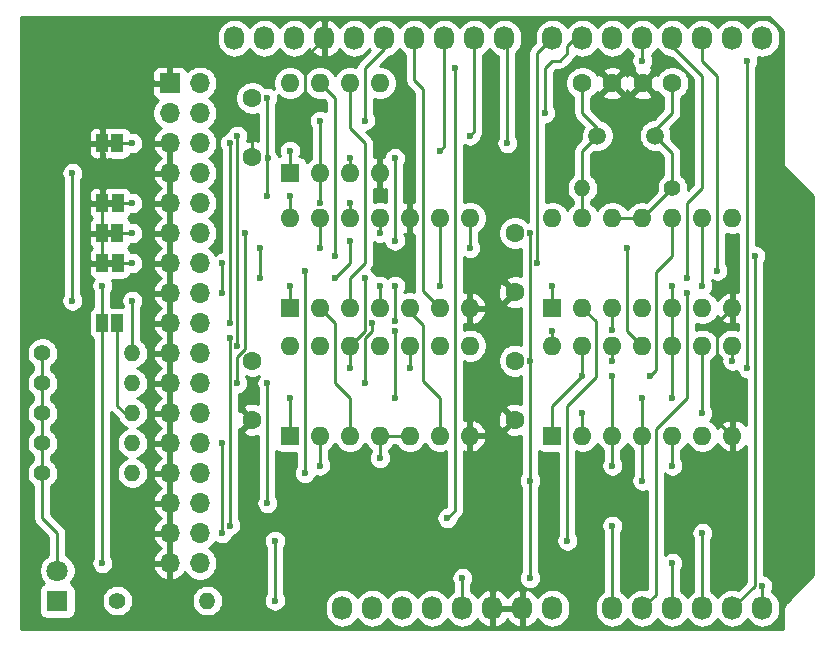
<source format=gtl>
G04 #@! TF.GenerationSoftware,KiCad,Pcbnew,(5.1.6)-1*
G04 #@! TF.CreationDate,2020-08-07T23:47:17+09:00*
G04 #@! TF.ProjectId,fdshield,66647368-6965-46c6-942e-6b696361645f,rev?*
G04 #@! TF.SameCoordinates,Original*
G04 #@! TF.FileFunction,Copper,L1,Top*
G04 #@! TF.FilePolarity,Positive*
%FSLAX46Y46*%
G04 Gerber Fmt 4.6, Leading zero omitted, Abs format (unit mm)*
G04 Created by KiCad (PCBNEW (5.1.6)-1) date 2020-08-07 23:47:17*
%MOMM*%
%LPD*%
G01*
G04 APERTURE LIST*
G04 #@! TA.AperFunction,EtchedComponent*
%ADD10C,0.100000*%
G04 #@! TD*
G04 #@! TA.AperFunction,SMDPad,CuDef*
%ADD11R,1.000000X1.500000*%
G04 #@! TD*
G04 #@! TA.AperFunction,ComponentPad*
%ADD12O,1.400000X1.400000*%
G04 #@! TD*
G04 #@! TA.AperFunction,ComponentPad*
%ADD13C,1.400000*%
G04 #@! TD*
G04 #@! TA.AperFunction,ComponentPad*
%ADD14O,1.600000X1.600000*%
G04 #@! TD*
G04 #@! TA.AperFunction,ComponentPad*
%ADD15R,1.600000X1.600000*%
G04 #@! TD*
G04 #@! TA.AperFunction,ComponentPad*
%ADD16C,1.600000*%
G04 #@! TD*
G04 #@! TA.AperFunction,ComponentPad*
%ADD17O,1.700000X1.700000*%
G04 #@! TD*
G04 #@! TA.AperFunction,ComponentPad*
%ADD18R,1.700000X1.700000*%
G04 #@! TD*
G04 #@! TA.AperFunction,ComponentPad*
%ADD19C,1.800000*%
G04 #@! TD*
G04 #@! TA.AperFunction,ComponentPad*
%ADD20R,1.800000X1.800000*%
G04 #@! TD*
G04 #@! TA.AperFunction,ComponentPad*
%ADD21C,1.500000*%
G04 #@! TD*
G04 #@! TA.AperFunction,ComponentPad*
%ADD22O,1.727200X2.032000*%
G04 #@! TD*
G04 #@! TA.AperFunction,ViaPad*
%ADD23C,0.600000*%
G04 #@! TD*
G04 #@! TA.AperFunction,Conductor*
%ADD24C,0.250000*%
G04 #@! TD*
G04 #@! TA.AperFunction,Conductor*
%ADD25C,0.254000*%
G04 #@! TD*
G04 APERTURE END LIST*
D10*
G04 #@! TO.C,DS2*
G36*
X119503000Y-94915000D02*
G01*
X119003000Y-94915000D01*
X119003000Y-94315000D01*
X119503000Y-94315000D01*
X119503000Y-94915000D01*
G37*
G04 #@! TO.C,DS1*
G36*
X119488000Y-92375000D02*
G01*
X118988000Y-92375000D01*
X118988000Y-91775000D01*
X119488000Y-91775000D01*
X119488000Y-92375000D01*
G37*
G04 #@! TO.C,DS3*
G36*
X119488000Y-84755000D02*
G01*
X118988000Y-84755000D01*
X118988000Y-84155000D01*
X119488000Y-84155000D01*
X119488000Y-84755000D01*
G37*
G04 #@! TO.C,DS0*
G36*
X119503000Y-89835000D02*
G01*
X119003000Y-89835000D01*
X119003000Y-89235000D01*
X119503000Y-89235000D01*
X119503000Y-89835000D01*
G37*
G04 #@! TD*
D11*
G04 #@! TO.P,WG,1*
G04 #@! TO.N,/A5*
X118588000Y-99695000D03*
G04 #@! TO.P,WG,2*
G04 #@! TO.N,/WG*
X119888000Y-99695000D03*
G04 #@! TD*
G04 #@! TO.P,DS2,2*
G04 #@! TO.N,GND*
X118603000Y-94615000D03*
G04 #@! TO.P,DS2,1*
G04 #@! TO.N,/DS2*
X119903000Y-94615000D03*
G04 #@! TD*
G04 #@! TO.P,DS1,2*
G04 #@! TO.N,GND*
X118588000Y-92075000D03*
G04 #@! TO.P,DS1,1*
G04 #@! TO.N,/DS1*
X119888000Y-92075000D03*
G04 #@! TD*
G04 #@! TO.P,DS3,2*
G04 #@! TO.N,GND*
X118588000Y-84455000D03*
G04 #@! TO.P,DS3,1*
G04 #@! TO.N,/DS3*
X119888000Y-84455000D03*
G04 #@! TD*
D12*
G04 #@! TO.P,R4,2*
G04 #@! TO.N,/A3*
X121158000Y-109855000D03*
D13*
G04 #@! TO.P,R4,1*
G04 #@! TO.N,+5V*
X113538000Y-109855000D03*
G04 #@! TD*
D14*
G04 #@! TO.P,U6,14*
G04 #@! TO.N,+5V*
X156718000Y-90805000D03*
G04 #@! TO.P,U6,7*
G04 #@! TO.N,GND*
X171958000Y-98425000D03*
G04 #@! TO.P,U6,13*
G04 #@! TO.N,Net-(C5-Pad1)*
X159258000Y-90805000D03*
G04 #@! TO.P,U6,6*
G04 #@! TO.N,N/C*
X169418000Y-98425000D03*
G04 #@! TO.P,U6,12*
G04 #@! TO.N,Net-(C6-Pad1)*
X161798000Y-90805000D03*
G04 #@! TO.P,U6,5*
G04 #@! TO.N,+5V*
X166878000Y-98425000D03*
G04 #@! TO.P,U6,11*
G04 #@! TO.N,Net-(C6-Pad1)*
X164338000Y-90805000D03*
G04 #@! TO.P,U6,4*
G04 #@! TO.N,N/C*
X164338000Y-98425000D03*
G04 #@! TO.P,U6,10*
G04 #@! TO.N,/CAP_CLK*
X166878000Y-90805000D03*
G04 #@! TO.P,U6,3*
G04 #@! TO.N,+5V*
X161798000Y-98425000D03*
G04 #@! TO.P,U6,9*
X169418000Y-90805000D03*
G04 #@! TO.P,U6,2*
G04 #@! TO.N,Net-(R6-Pad2)*
X159258000Y-98425000D03*
G04 #@! TO.P,U6,8*
G04 #@! TO.N,N/C*
X171958000Y-90805000D03*
D15*
G04 #@! TO.P,U6,1*
G04 #@! TO.N,/A1*
X156718000Y-98425000D03*
G04 #@! TD*
D14*
G04 #@! TO.P,U5,8*
G04 #@! TO.N,+5V*
X134493000Y-79375000D03*
G04 #@! TO.P,U5,4*
G04 #@! TO.N,GND*
X142113000Y-86995000D03*
G04 #@! TO.P,U5,7*
G04 #@! TO.N,/A4*
X137033000Y-79375000D03*
G04 #@! TO.P,U5,3*
G04 #@! TO.N,+5V*
X139573000Y-86995000D03*
G04 #@! TO.P,U5,6*
G04 #@! TO.N,/13(SCK)*
X139573000Y-79375000D03*
G04 #@! TO.P,U5,2*
G04 #@! TO.N,/12(MISO)*
X137033000Y-86995000D03*
G04 #@! TO.P,U5,5*
G04 #@! TO.N,/11(\u002A\u002A/MOSI)*
X142113000Y-79375000D03*
D15*
G04 #@! TO.P,U5,1*
G04 #@! TO.N,/10(\u002A\u002A/SS)*
X134493000Y-86995000D03*
G04 #@! TD*
D14*
G04 #@! TO.P,U4,14*
G04 #@! TO.N,+5V*
X134493000Y-90805000D03*
G04 #@! TO.P,U4,7*
G04 #@! TO.N,GND*
X149733000Y-98425000D03*
G04 #@! TO.P,U4,13*
G04 #@! TO.N,/A5*
X137033000Y-90805000D03*
G04 #@! TO.P,U4,6*
G04 #@! TO.N,/11(\u002A\u002A/MOSI)*
X147193000Y-98425000D03*
G04 #@! TO.P,U4,12*
G04 #@! TO.N,/12(MISO)*
X139573000Y-90805000D03*
G04 #@! TO.P,U4,5*
G04 #@! TO.N,Net-(U3-Pad6)*
X144653000Y-98425000D03*
G04 #@! TO.P,U4,11*
G04 #@! TO.N,/WD*
X142113000Y-90805000D03*
G04 #@! TO.P,U4,4*
G04 #@! TO.N,/3(\u002A\u002A)*
X142113000Y-98425000D03*
G04 #@! TO.P,U4,10*
G04 #@! TO.N,GND*
X144653000Y-90805000D03*
G04 #@! TO.P,U4,3*
G04 #@! TO.N,/13(SCK)*
X139573000Y-98425000D03*
G04 #@! TO.P,U4,9*
G04 #@! TO.N,/RD*
X147193000Y-90805000D03*
G04 #@! TO.P,U4,2*
G04 #@! TO.N,Net-(U3-Pad3)*
X137033000Y-98425000D03*
G04 #@! TO.P,U4,8*
G04 #@! TO.N,Net-(U1-Pad11)*
X149733000Y-90805000D03*
D15*
G04 #@! TO.P,U4,1*
G04 #@! TO.N,/3(\u002A\u002A)*
X134493000Y-98425000D03*
G04 #@! TD*
D14*
G04 #@! TO.P,U3,14*
G04 #@! TO.N,+5V*
X134493000Y-101600000D03*
G04 #@! TO.P,U3,7*
G04 #@! TO.N,GND*
X149733000Y-109220000D03*
G04 #@! TO.P,U3,13*
G04 #@! TO.N,+5V*
X137033000Y-101600000D03*
G04 #@! TO.P,U3,6*
G04 #@! TO.N,Net-(U3-Pad6)*
X147193000Y-109220000D03*
G04 #@! TO.P,U3,12*
G04 #@! TO.N,+5V*
X139573000Y-101600000D03*
G04 #@! TO.P,U3,5*
G04 #@! TO.N,Net-(U1-Pad5)*
X144653000Y-109220000D03*
G04 #@! TO.P,U3,11*
G04 #@! TO.N,N/C*
X142113000Y-101600000D03*
G04 #@! TO.P,U3,4*
G04 #@! TO.N,Net-(U1-Pad5)*
X142113000Y-109220000D03*
G04 #@! TO.P,U3,10*
G04 #@! TO.N,+5V*
X144653000Y-101600000D03*
G04 #@! TO.P,U3,3*
G04 #@! TO.N,Net-(U3-Pad3)*
X139573000Y-109220000D03*
G04 #@! TO.P,U3,9*
G04 #@! TO.N,+5V*
X147193000Y-101600000D03*
G04 #@! TO.P,U3,2*
G04 #@! TO.N,/CAP_CLK*
X137033000Y-109220000D03*
G04 #@! TO.P,U3,8*
G04 #@! TO.N,N/C*
X149733000Y-101600000D03*
D15*
G04 #@! TO.P,U3,1*
G04 #@! TO.N,/A1*
X134493000Y-109220000D03*
G04 #@! TD*
D14*
G04 #@! TO.P,U1,14*
G04 #@! TO.N,+5V*
X156718000Y-101600000D03*
G04 #@! TO.P,U1,7*
G04 #@! TO.N,GND*
X171958000Y-109220000D03*
G04 #@! TO.P,U1,13*
G04 #@! TO.N,/4*
X159258000Y-101600000D03*
G04 #@! TO.P,U1,6*
G04 #@! TO.N,N/C*
X169418000Y-109220000D03*
G04 #@! TO.P,U1,12*
G04 #@! TO.N,Net-(U1-Pad12)*
X161798000Y-101600000D03*
G04 #@! TO.P,U1,5*
G04 #@! TO.N,Net-(U1-Pad5)*
X166878000Y-109220000D03*
G04 #@! TO.P,U1,11*
G04 #@! TO.N,Net-(U1-Pad11)*
X164338000Y-101600000D03*
G04 #@! TO.P,U1,4*
G04 #@! TO.N,+5V*
X164338000Y-109220000D03*
G04 #@! TO.P,U1,10*
X166878000Y-101600000D03*
G04 #@! TO.P,U1,3*
G04 #@! TO.N,/CAP_CLK*
X161798000Y-109220000D03*
G04 #@! TO.P,U1,9*
G04 #@! TO.N,Net-(U1-Pad2)*
X169418000Y-101600000D03*
G04 #@! TO.P,U1,2*
X159258000Y-109220000D03*
G04 #@! TO.P,U1,8*
G04 #@! TO.N,Net-(U1-Pad12)*
X171958000Y-101600000D03*
D15*
G04 #@! TO.P,U1,1*
G04 #@! TO.N,/4*
X156718000Y-109220000D03*
G04 #@! TD*
D12*
G04 #@! TO.P,R7,2*
G04 #@! TO.N,Net-(C5-Pad1)*
X159258000Y-88265000D03*
D13*
G04 #@! TO.P,R7,1*
G04 #@! TO.N,Net-(C6-Pad1)*
X166878000Y-88265000D03*
G04 #@! TD*
D12*
G04 #@! TO.P,R6,2*
G04 #@! TO.N,Net-(R6-Pad2)*
X127508000Y-123190000D03*
D13*
G04 #@! TO.P,R6,1*
G04 #@! TO.N,Net-(D1-Pad1)*
X119888000Y-123190000D03*
G04 #@! TD*
D12*
G04 #@! TO.P,R5,2*
G04 #@! TO.N,/RD*
X121158000Y-112395000D03*
D13*
G04 #@! TO.P,R5,1*
G04 #@! TO.N,+5V*
X113538000Y-112395000D03*
G04 #@! TD*
D12*
G04 #@! TO.P,R3,2*
G04 #@! TO.N,/WG*
X121158000Y-107315000D03*
D13*
G04 #@! TO.P,R3,1*
G04 #@! TO.N,+5V*
X113538000Y-107315000D03*
G04 #@! TD*
D12*
G04 #@! TO.P,R2,2*
G04 #@! TO.N,/WD*
X121158000Y-104775000D03*
D13*
G04 #@! TO.P,R2,1*
G04 #@! TO.N,+5V*
X113538000Y-104775000D03*
G04 #@! TD*
D12*
G04 #@! TO.P,R1,2*
G04 #@! TO.N,/A0*
X121158000Y-102235000D03*
D13*
G04 #@! TO.P,R1,1*
G04 #@! TO.N,+5V*
X113538000Y-102235000D03*
G04 #@! TD*
D16*
G04 #@! TO.P,C6,2*
G04 #@! TO.N,GND*
X164378000Y-79375000D03*
G04 #@! TO.P,C6,1*
G04 #@! TO.N,Net-(C6-Pad1)*
X166878000Y-79375000D03*
G04 #@! TD*
G04 #@! TO.P,C5,2*
G04 #@! TO.N,GND*
X161758000Y-79375000D03*
G04 #@! TO.P,C5,1*
G04 #@! TO.N,Net-(C5-Pad1)*
X159258000Y-79375000D03*
G04 #@! TD*
G04 #@! TO.P,C4,2*
G04 #@! TO.N,GND*
X153543000Y-107870000D03*
G04 #@! TO.P,C4,1*
G04 #@! TO.N,+5V*
X153543000Y-102870000D03*
G04 #@! TD*
G04 #@! TO.P,C3,2*
G04 #@! TO.N,GND*
X131318000Y-107870000D03*
G04 #@! TO.P,C3,1*
G04 #@! TO.N,+5V*
X131318000Y-102870000D03*
G04 #@! TD*
G04 #@! TO.P,C2,2*
G04 #@! TO.N,GND*
X153543000Y-97075000D03*
G04 #@! TO.P,C2,1*
G04 #@! TO.N,+5V*
X153543000Y-92075000D03*
G04 #@! TD*
G04 #@! TO.P,C1,2*
G04 #@! TO.N,GND*
X131318000Y-85645000D03*
G04 #@! TO.P,C1,1*
G04 #@! TO.N,+5V*
X131318000Y-80645000D03*
G04 #@! TD*
D11*
G04 #@! TO.P,DS0,2*
G04 #@! TO.N,GND*
X118603000Y-89535000D03*
G04 #@! TO.P,DS0,1*
G04 #@! TO.N,/DS0*
X119903000Y-89535000D03*
G04 #@! TD*
D17*
G04 #@! TO.P,J1,34*
G04 #@! TO.N,/A2*
X126873000Y-120015000D03*
G04 #@! TO.P,J1,33*
G04 #@! TO.N,GND*
X124333000Y-120015000D03*
G04 #@! TO.P,J1,32*
G04 #@! TO.N,/5(\u002A\u002A)*
X126873000Y-117475000D03*
G04 #@! TO.P,J1,31*
G04 #@! TO.N,GND*
X124333000Y-117475000D03*
G04 #@! TO.P,J1,30*
G04 #@! TO.N,/RD*
X126873000Y-114935000D03*
G04 #@! TO.P,J1,29*
G04 #@! TO.N,GND*
X124333000Y-114935000D03*
G04 #@! TO.P,J1,28*
G04 #@! TO.N,/2*
X126873000Y-112395000D03*
G04 #@! TO.P,J1,27*
G04 #@! TO.N,GND*
X124333000Y-112395000D03*
G04 #@! TO.P,J1,26*
G04 #@! TO.N,/A3*
X126873000Y-109855000D03*
G04 #@! TO.P,J1,25*
G04 #@! TO.N,GND*
X124333000Y-109855000D03*
G04 #@! TO.P,J1,24*
G04 #@! TO.N,/WG*
X126873000Y-107315000D03*
G04 #@! TO.P,J1,23*
G04 #@! TO.N,GND*
X124333000Y-107315000D03*
G04 #@! TO.P,J1,22*
G04 #@! TO.N,/WD*
X126873000Y-104775000D03*
G04 #@! TO.P,J1,21*
G04 #@! TO.N,GND*
X124333000Y-104775000D03*
G04 #@! TO.P,J1,20*
G04 #@! TO.N,/9(\u002A\u002A)*
X126873000Y-102235000D03*
G04 #@! TO.P,J1,19*
G04 #@! TO.N,GND*
X124333000Y-102235000D03*
G04 #@! TO.P,J1,18*
G04 #@! TO.N,/8*
X126873000Y-99695000D03*
G04 #@! TO.P,J1,17*
G04 #@! TO.N,GND*
X124333000Y-99695000D03*
G04 #@! TO.P,J1,16*
G04 #@! TO.N,/7*
X126873000Y-97155000D03*
G04 #@! TO.P,J1,15*
G04 #@! TO.N,GND*
X124333000Y-97155000D03*
G04 #@! TO.P,J1,14*
G04 #@! TO.N,/DS2*
X126873000Y-94615000D03*
G04 #@! TO.P,J1,13*
G04 #@! TO.N,GND*
X124333000Y-94615000D03*
G04 #@! TO.P,J1,12*
G04 #@! TO.N,/DS1*
X126873000Y-92075000D03*
G04 #@! TO.P,J1,11*
G04 #@! TO.N,GND*
X124333000Y-92075000D03*
G04 #@! TO.P,J1,10*
G04 #@! TO.N,/DS0*
X126873000Y-89535000D03*
G04 #@! TO.P,J1,9*
G04 #@! TO.N,GND*
X124333000Y-89535000D03*
G04 #@! TO.P,J1,8*
G04 #@! TO.N,/A0*
X126873000Y-86995000D03*
G04 #@! TO.P,J1,7*
G04 #@! TO.N,GND*
X124333000Y-86995000D03*
G04 #@! TO.P,J1,6*
G04 #@! TO.N,/DS3*
X126873000Y-84455000D03*
G04 #@! TO.P,J1,5*
G04 #@! TO.N,GND*
X124333000Y-84455000D03*
G04 #@! TO.P,J1,4*
G04 #@! TO.N,/6(\u002A\u002A)*
X126873000Y-81915000D03*
G04 #@! TO.P,J1,3*
G04 #@! TO.N,N/C*
X124333000Y-81915000D03*
G04 #@! TO.P,J1,2*
X126873000Y-79375000D03*
D18*
G04 #@! TO.P,J1,1*
G04 #@! TO.N,GND*
X124333000Y-79375000D03*
G04 #@! TD*
D19*
G04 #@! TO.P,D1,2*
G04 #@! TO.N,+5V*
X114808000Y-120650000D03*
D20*
G04 #@! TO.P,D1,1*
G04 #@! TO.N,Net-(D1-Pad1)*
X114808000Y-123190000D03*
G04 #@! TD*
D21*
G04 #@! TO.P,Y1,2*
G04 #@! TO.N,Net-(C6-Pad1)*
X165408000Y-83820000D03*
G04 #@! TO.P,Y1,1*
G04 #@! TO.N,Net-(C5-Pad1)*
X160528000Y-83820000D03*
G04 #@! TD*
D22*
G04 #@! TO.P,P1,1*
G04 #@! TO.N,N/C*
X138938000Y-123825000D03*
G04 #@! TO.P,P1,2*
X141478000Y-123825000D03*
G04 #@! TO.P,P1,3*
X144018000Y-123825000D03*
G04 #@! TO.P,P1,4*
X146558000Y-123825000D03*
G04 #@! TO.P,P1,5*
G04 #@! TO.N,+5V*
X149098000Y-123825000D03*
G04 #@! TO.P,P1,6*
G04 #@! TO.N,GND*
X151638000Y-123825000D03*
G04 #@! TO.P,P1,7*
X154178000Y-123825000D03*
G04 #@! TO.P,P1,8*
G04 #@! TO.N,N/C*
X156718000Y-123825000D03*
G04 #@! TD*
G04 #@! TO.P,P2,1*
G04 #@! TO.N,/A0*
X161798000Y-123825000D03*
G04 #@! TO.P,P2,2*
G04 #@! TO.N,/A1*
X164338000Y-123825000D03*
G04 #@! TO.P,P2,3*
G04 #@! TO.N,/A2*
X166878000Y-123825000D03*
G04 #@! TO.P,P2,4*
G04 #@! TO.N,/A3*
X169418000Y-123825000D03*
G04 #@! TO.P,P2,5*
G04 #@! TO.N,/A4*
X171958000Y-123825000D03*
G04 #@! TO.P,P2,6*
G04 #@! TO.N,/A5*
X174498000Y-123825000D03*
G04 #@! TD*
G04 #@! TO.P,P3,1*
G04 #@! TO.N,N/C*
X129794000Y-75565000D03*
G04 #@! TO.P,P3,2*
X132334000Y-75565000D03*
G04 #@! TO.P,P3,3*
X134874000Y-75565000D03*
G04 #@! TO.P,P3,4*
G04 #@! TO.N,GND*
X137414000Y-75565000D03*
G04 #@! TO.P,P3,5*
G04 #@! TO.N,/13(SCK)*
X139954000Y-75565000D03*
G04 #@! TO.P,P3,6*
G04 #@! TO.N,/12(MISO)*
X142494000Y-75565000D03*
G04 #@! TO.P,P3,7*
G04 #@! TO.N,/11(\u002A\u002A/MOSI)*
X145034000Y-75565000D03*
G04 #@! TO.P,P3,8*
G04 #@! TO.N,/10(\u002A\u002A/SS)*
X147574000Y-75565000D03*
G04 #@! TO.P,P3,9*
G04 #@! TO.N,/9(\u002A\u002A)*
X150114000Y-75565000D03*
G04 #@! TO.P,P3,10*
G04 #@! TO.N,/8*
X152654000Y-75565000D03*
G04 #@! TD*
G04 #@! TO.P,P4,1*
G04 #@! TO.N,/7*
X156718000Y-75565000D03*
G04 #@! TO.P,P4,2*
G04 #@! TO.N,/6(\u002A\u002A)*
X159258000Y-75565000D03*
G04 #@! TO.P,P4,3*
G04 #@! TO.N,/5(\u002A\u002A)*
X161798000Y-75565000D03*
G04 #@! TO.P,P4,4*
G04 #@! TO.N,/4*
X164338000Y-75565000D03*
G04 #@! TO.P,P4,5*
G04 #@! TO.N,/3(\u002A\u002A)*
X166878000Y-75565000D03*
G04 #@! TO.P,P4,6*
G04 #@! TO.N,/2*
X169418000Y-75565000D03*
G04 #@! TO.P,P4,7*
G04 #@! TO.N,N/C*
X171958000Y-75565000D03*
G04 #@! TO.P,P4,8*
X174498000Y-75565000D03*
G04 #@! TD*
D23*
G04 #@! TO.N,GND*
X151638000Y-109220000D03*
X151638000Y-98425000D03*
X151638000Y-97155000D03*
X151638000Y-106680000D03*
X151638000Y-86995000D03*
X151638000Y-81280000D03*
X161758000Y-79375000D03*
X135763000Y-81280000D03*
X131318000Y-83185000D03*
X135763000Y-83185000D03*
X171958000Y-114300000D03*
X151638000Y-114300000D03*
X144653000Y-86995000D03*
X118618000Y-79375000D03*
G04 #@! TO.N,+5V*
X166878000Y-106045000D03*
X164338000Y-106045000D03*
X139573000Y-92710000D03*
X138303000Y-95885000D03*
X140843000Y-95885000D03*
X139573000Y-103505000D03*
X144653000Y-103505000D03*
X149098000Y-121285000D03*
X154813000Y-121285000D03*
X154813000Y-102870000D03*
X154813000Y-92075000D03*
X166878000Y-96520000D03*
X169418000Y-96520000D03*
X156718000Y-100330000D03*
X161798000Y-100299997D03*
X164338000Y-113030000D03*
X154813000Y-113030000D03*
X132588000Y-88900000D03*
X132588000Y-80645000D03*
X134493000Y-88900000D03*
X143383000Y-92710000D03*
X143383000Y-85725000D03*
X139573000Y-85725000D03*
X132615430Y-85726727D03*
G04 #@! TO.N,/A0*
X121158000Y-97790000D03*
X116078000Y-97790000D03*
X116078000Y-86995000D03*
X129413000Y-100965000D03*
X129413000Y-116840000D03*
X161798000Y-116840000D03*
G04 #@! TO.N,/A1*
X168148000Y-97155000D03*
X156718000Y-96520000D03*
X143383000Y-100330000D03*
X143383000Y-106045000D03*
X134493000Y-106045000D03*
G04 #@! TO.N,/A2*
X166878000Y-120015000D03*
G04 #@! TO.N,/A3*
X128778000Y-109855000D03*
X128778000Y-117475000D03*
X169418000Y-117475000D03*
G04 #@! TO.N,/12(MISO)*
X140843000Y-82550000D03*
X137033000Y-82550000D03*
X139573000Y-89535000D03*
X137033000Y-89504997D03*
G04 #@! TO.N,/10(\u002A\u002A/SS)*
X134493000Y-85090000D03*
X147193000Y-85090000D03*
G04 #@! TO.N,/9(\u002A\u002A)*
X130048000Y-101600000D03*
X149733000Y-83820000D03*
X130048000Y-83820000D03*
G04 #@! TO.N,/8*
X129413000Y-99695000D03*
X129413000Y-84455000D03*
X152908000Y-84455000D03*
G04 #@! TO.N,/7*
X128778000Y-97155000D03*
X128778000Y-94615000D03*
X155448000Y-94615000D03*
G04 #@! TO.N,/6(\u002A\u002A)*
X156083000Y-81915000D03*
G04 #@! TO.N,/5(\u002A\u002A)*
X147828000Y-116205000D03*
X148463000Y-78105000D03*
G04 #@! TO.N,/4*
X159258000Y-104140000D03*
X173228000Y-103505000D03*
X173228000Y-77470000D03*
X164338000Y-77470000D03*
G04 #@! TO.N,/3(\u002A\u002A)*
X134493000Y-96520000D03*
X142113000Y-96520000D03*
X168148000Y-95885000D03*
G04 #@! TO.N,/2*
X170688000Y-95250000D03*
X135763000Y-95250000D03*
X135763000Y-112395000D03*
G04 #@! TO.N,/WD*
X130048000Y-104775000D03*
X130683000Y-92075000D03*
X142113000Y-92075000D03*
G04 #@! TO.N,/RD*
X132588000Y-104775000D03*
X132588000Y-114935000D03*
X140843000Y-104775000D03*
X141478000Y-99695000D03*
X143383000Y-99529997D03*
X143383000Y-96520000D03*
X147193000Y-96520000D03*
G04 #@! TO.N,Net-(R6-Pad2)*
X133223000Y-123190000D03*
X133223000Y-118110000D03*
X157988000Y-118110000D03*
G04 #@! TO.N,Net-(U1-Pad12)*
X161798000Y-102870000D03*
X171958000Y-102870000D03*
G04 #@! TO.N,Net-(U1-Pad2)*
X159258000Y-107315000D03*
X169418000Y-107315000D03*
G04 #@! TO.N,/DS3*
X121158000Y-84455000D03*
G04 #@! TO.N,/DS0*
X121158000Y-89535000D03*
G04 #@! TO.N,/DS1*
X121158000Y-92075000D03*
G04 #@! TO.N,/DS2*
X121158000Y-94615000D03*
G04 #@! TO.N,/A4*
X173863000Y-93980000D03*
X138303000Y-93980000D03*
G04 #@! TO.N,/CAP_CLK*
X161798000Y-104140000D03*
X164973000Y-104140000D03*
X137033000Y-111760000D03*
X161798000Y-111760000D03*
G04 #@! TO.N,Net-(U1-Pad5)*
X142113000Y-111125000D03*
X166878000Y-111760000D03*
G04 #@! TO.N,/A5*
X131953000Y-95885000D03*
X131953000Y-93345000D03*
X118618000Y-96520000D03*
X137033000Y-93345000D03*
X174498000Y-121920000D03*
X118618000Y-120015000D03*
G04 #@! TO.N,Net-(U1-Pad11)*
X163068000Y-93345000D03*
X149733000Y-93345000D03*
G04 #@! TD*
D24*
G04 #@! TO.N,GND*
X118603000Y-84455000D02*
X118603000Y-89535000D01*
X118603000Y-92060000D02*
X118618000Y-92075000D01*
X118603000Y-89535000D02*
X118603000Y-92060000D01*
X118618000Y-94600000D02*
X118603000Y-94615000D01*
X118618000Y-92075000D02*
X118618000Y-94600000D01*
X151638000Y-123825000D02*
X151638000Y-109220000D01*
X151638000Y-109220000D02*
X151638000Y-107950000D01*
X151638000Y-107950000D02*
X151638000Y-98425000D01*
X151638000Y-97155000D02*
X151638000Y-98425000D01*
X124333000Y-120015000D02*
X124333000Y-109855000D01*
X124333000Y-109855000D02*
X124333000Y-99695000D01*
X124333000Y-99695000D02*
X124333000Y-84455000D01*
X124333000Y-84455000D02*
X123063000Y-84455000D01*
X123063000Y-84455000D02*
X122428000Y-83820000D01*
X122428000Y-83820000D02*
X122428000Y-80010000D01*
X122428000Y-80010000D02*
X123063000Y-79375000D01*
X123063000Y-79375000D02*
X124333000Y-79375000D01*
X151638000Y-97155000D02*
X151638000Y-86995000D01*
X151638000Y-86995000D02*
X151638000Y-81280000D01*
X135763000Y-77216000D02*
X137414000Y-75565000D01*
X135763000Y-81280000D02*
X135763000Y-77216000D01*
X131318000Y-85645000D02*
X131318000Y-83185000D01*
X135763000Y-83185000D02*
X135763000Y-81280000D01*
X171958000Y-109220000D02*
X171958000Y-114300000D01*
X171958000Y-109220000D02*
X170688000Y-107950000D01*
X170688000Y-99695000D02*
X171958000Y-98425000D01*
X170688000Y-107950000D02*
X170688000Y-99695000D01*
X144653000Y-90805000D02*
X144653000Y-86995000D01*
X118618000Y-79375000D02*
X118618000Y-84440000D01*
X118618000Y-84440000D02*
X118603000Y-84455000D01*
G04 #@! TO.N,+5V*
X166878000Y-106045000D02*
X166878000Y-101600000D01*
X164338000Y-109220000D02*
X164338000Y-106045000D01*
X114808000Y-120650000D02*
X114808000Y-117475000D01*
X113538000Y-116205000D02*
X113538000Y-112395000D01*
X114808000Y-117475000D02*
X113538000Y-116205000D01*
X113538000Y-112395000D02*
X113538000Y-102235000D01*
X149098000Y-123825000D02*
X149098000Y-122555000D01*
X139573000Y-92710000D02*
X139573000Y-94615000D01*
X139573000Y-94615000D02*
X138303000Y-95885000D01*
X140843000Y-100330000D02*
X139573000Y-101600000D01*
X140843000Y-95885000D02*
X140843000Y-100330000D01*
X139573000Y-101600000D02*
X139573000Y-103505000D01*
X144653000Y-103505000D02*
X144653000Y-101600000D01*
X149098000Y-122555000D02*
X149098000Y-121285000D01*
X154813000Y-121285000D02*
X154813000Y-102870000D01*
X154813000Y-102870000D02*
X154813000Y-92075000D01*
X166878000Y-98425000D02*
X166878000Y-96520000D01*
X169418000Y-96520000D02*
X169418000Y-90805000D01*
X156718000Y-101600000D02*
X156718000Y-100330000D01*
X161798000Y-100299997D02*
X161798000Y-98425000D01*
X166878000Y-98425000D02*
X166878000Y-101600000D01*
X164338000Y-109220000D02*
X164338000Y-113030000D01*
X132588000Y-88900000D02*
X132588000Y-80645000D01*
X134493000Y-90805000D02*
X134493000Y-88900000D01*
X143383000Y-92710000D02*
X143383000Y-88900000D01*
X143383000Y-88900000D02*
X143383000Y-85725000D01*
X139573000Y-85725000D02*
X139573000Y-86995000D01*
G04 #@! TO.N,/A0*
X121158000Y-102235000D02*
X121158000Y-97790000D01*
X116078000Y-97790000D02*
X116078000Y-86995000D01*
X129413000Y-100965000D02*
X129413000Y-116840000D01*
X161798000Y-116840000D02*
X161798000Y-123825000D01*
G04 #@! TO.N,/A1*
X168148000Y-105995000D02*
X168148000Y-97155000D01*
X165463001Y-108679999D02*
X168148000Y-105995000D01*
X164338000Y-123825000D02*
X165463001Y-122699999D01*
X165463001Y-122699999D02*
X165463001Y-108679999D01*
X156718000Y-96520000D02*
X156718000Y-98425000D01*
X143383000Y-100330000D02*
X143383000Y-106045000D01*
X134493000Y-106045000D02*
X134493000Y-109220000D01*
G04 #@! TO.N,/A2*
X166878000Y-120015000D02*
X166878000Y-123825000D01*
G04 #@! TO.N,/A3*
X128778000Y-109855000D02*
X128778000Y-117475000D01*
X169418000Y-117475000D02*
X169418000Y-123825000D01*
G04 #@! TO.N,/13(SCK)*
X139573000Y-98425000D02*
X139573000Y-95885000D01*
X139573000Y-95885000D02*
X140843000Y-94615000D01*
X140843000Y-94615000D02*
X140843000Y-84455000D01*
X139573000Y-83185000D02*
X139573000Y-79375000D01*
X140843000Y-84455000D02*
X139573000Y-83185000D01*
G04 #@! TO.N,/12(MISO)*
X142494000Y-75565000D02*
X142494000Y-76454000D01*
X142494000Y-76454000D02*
X140843000Y-78105000D01*
X140843000Y-78105000D02*
X140843000Y-82550000D01*
X137033000Y-82550000D02*
X137033000Y-86995000D01*
X139573000Y-90805000D02*
X139573000Y-89535000D01*
X137033000Y-89504997D02*
X137033000Y-86995000D01*
G04 #@! TO.N,/11(\u002A\u002A/MOSI)*
X145778001Y-97010001D02*
X145778001Y-79865001D01*
X147193000Y-98425000D02*
X145778001Y-97010001D01*
X145034000Y-79121000D02*
X145034000Y-75565000D01*
X145778001Y-79865001D02*
X145034000Y-79121000D01*
G04 #@! TO.N,/10(\u002A\u002A/SS)*
X134493000Y-86995000D02*
X134493000Y-85090000D01*
X147574000Y-84709000D02*
X147193000Y-85090000D01*
X147574000Y-75565000D02*
X147574000Y-84709000D01*
G04 #@! TO.N,/9(\u002A\u002A)*
X130048000Y-101600000D02*
X130048000Y-83820000D01*
X150114000Y-83439000D02*
X149733000Y-83820000D01*
X150114000Y-75565000D02*
X150114000Y-83439000D01*
G04 #@! TO.N,/8*
X129413000Y-99695000D02*
X129413000Y-84455000D01*
X152908000Y-75819000D02*
X152654000Y-75565000D01*
X152908000Y-84455000D02*
X152908000Y-75819000D01*
G04 #@! TO.N,/7*
X128778000Y-97155000D02*
X128778000Y-94615000D01*
X155448000Y-76835000D02*
X156718000Y-75565000D01*
X155448000Y-94615000D02*
X155448000Y-76835000D01*
G04 #@! TO.N,/6(\u002A\u002A)*
X156083000Y-81915000D02*
X156083000Y-78105000D01*
X156083000Y-78105000D02*
X156718000Y-77470000D01*
X156718000Y-77470000D02*
X157353000Y-77470000D01*
X157353000Y-77470000D02*
X157988000Y-76835000D01*
X157988000Y-76835000D02*
X157988000Y-76200000D01*
X157988000Y-76200000D02*
X158623000Y-75565000D01*
X158623000Y-75565000D02*
X159258000Y-75565000D01*
G04 #@! TO.N,/5(\u002A\u002A)*
X147828000Y-116205000D02*
X148463000Y-115570000D01*
X148463000Y-115570000D02*
X148463000Y-78105000D01*
G04 #@! TO.N,/4*
X159258000Y-104140000D02*
X159258000Y-101600000D01*
X156718000Y-109220000D02*
X156718000Y-106680000D01*
X156718000Y-106680000D02*
X159258000Y-104140000D01*
X173228000Y-103505000D02*
X173228000Y-77470000D01*
X164338000Y-77470000D02*
X164338000Y-75565000D01*
G04 #@! TO.N,/3(\u002A\u002A)*
X134493000Y-98425000D02*
X134493000Y-96520000D01*
X142113000Y-96520000D02*
X142113000Y-98425000D01*
X168148000Y-95885000D02*
X168148000Y-89535000D01*
X168148000Y-89535000D02*
X169418000Y-88265000D01*
X169418000Y-88265000D02*
X169418000Y-78740000D01*
X166878000Y-76200000D02*
X166878000Y-75565000D01*
X169418000Y-78740000D02*
X166878000Y-76200000D01*
G04 #@! TO.N,/2*
X169418000Y-75565000D02*
X169418000Y-77470000D01*
X169418000Y-77470000D02*
X170688000Y-78740000D01*
X170688000Y-78740000D02*
X170688000Y-95250000D01*
X135763000Y-95250000D02*
X135763000Y-112395000D01*
G04 #@! TO.N,/WD*
X130683000Y-101890002D02*
X130683000Y-92075000D01*
X130048000Y-104775000D02*
X130048000Y-102525002D01*
X130048000Y-102525002D02*
X130683000Y-101890002D01*
X142113000Y-92075000D02*
X142113000Y-90805000D01*
G04 #@! TO.N,/WG*
X121158000Y-107315000D02*
X120523000Y-107315000D01*
X119888000Y-106680000D02*
X119888000Y-99695000D01*
X120523000Y-107315000D02*
X119888000Y-106680000D01*
G04 #@! TO.N,/RD*
X132588000Y-104775000D02*
X132588000Y-114935000D01*
X141478000Y-100331410D02*
X141478000Y-99695000D01*
X140843000Y-104775000D02*
X140843000Y-100966410D01*
X140843000Y-100966410D02*
X141478000Y-100331410D01*
X147193000Y-93345000D02*
X147193000Y-90805000D01*
X143383000Y-99529997D02*
X143383000Y-96520000D01*
X147193000Y-96520000D02*
X147193000Y-93345000D01*
G04 #@! TO.N,Net-(R6-Pad2)*
X133223000Y-123190000D02*
X133223000Y-118110000D01*
X157988000Y-118110000D02*
X157988000Y-106680000D01*
X160383001Y-99550001D02*
X159258000Y-98425000D01*
X160383001Y-104284999D02*
X160383001Y-99550001D01*
X157988000Y-106680000D02*
X160383001Y-104284999D01*
G04 #@! TO.N,Net-(U1-Pad12)*
X161798000Y-101600000D02*
X161798000Y-102870000D01*
X171958000Y-102870000D02*
X171958000Y-101600000D01*
G04 #@! TO.N,Net-(U1-Pad2)*
X159258000Y-109220000D02*
X159258000Y-107315000D01*
X169418000Y-107315000D02*
X169418000Y-101600000D01*
G04 #@! TO.N,Net-(U3-Pad6)*
X144653000Y-98714998D02*
X144653000Y-98425000D01*
X145778001Y-104630001D02*
X145778001Y-99839999D01*
X145778001Y-99839999D02*
X144653000Y-98714998D01*
X147193000Y-109220000D02*
X147193000Y-106045000D01*
X147193000Y-106045000D02*
X145778001Y-104630001D01*
G04 #@! TO.N,Net-(U3-Pad3)*
X139573000Y-109220000D02*
X139573000Y-106045000D01*
X139573000Y-106045000D02*
X138303000Y-104775000D01*
X138303000Y-99695000D02*
X137033000Y-98425000D01*
X138303000Y-104775000D02*
X138303000Y-99695000D01*
G04 #@! TO.N,/DS3*
X119903000Y-84455000D02*
X121158000Y-84455000D01*
G04 #@! TO.N,/DS0*
X119903000Y-89535000D02*
X121158000Y-89535000D01*
G04 #@! TO.N,/DS1*
X119918000Y-92075000D02*
X121158000Y-92075000D01*
G04 #@! TO.N,/DS2*
X119903000Y-94615000D02*
X121158000Y-94615000D01*
G04 #@! TO.N,Net-(C5-Pad1)*
X159258000Y-79375000D02*
X159258000Y-81915000D01*
X159258000Y-81915000D02*
X160528000Y-83185000D01*
X160528000Y-83185000D02*
X160528000Y-83820000D01*
X159258000Y-88265000D02*
X159258000Y-85090000D01*
X159258000Y-85090000D02*
X160528000Y-83820000D01*
X159258000Y-88265000D02*
X159258000Y-90805000D01*
G04 #@! TO.N,Net-(C6-Pad1)*
X165408000Y-83385000D02*
X165408000Y-83820000D01*
X166878000Y-79375000D02*
X166878000Y-81915000D01*
X166878000Y-81915000D02*
X165408000Y-83385000D01*
X166878000Y-85290000D02*
X165408000Y-83820000D01*
X166878000Y-88265000D02*
X166878000Y-85290000D01*
X164338000Y-90805000D02*
X166878000Y-88265000D01*
X161798000Y-90805000D02*
X164338000Y-90805000D01*
G04 #@! TO.N,/A4*
X171958000Y-123825000D02*
X173863000Y-121920000D01*
X173863000Y-121920000D02*
X173863000Y-93980000D01*
X138303000Y-80645000D02*
X137033000Y-79375000D01*
X138303000Y-93980000D02*
X138303000Y-80645000D01*
G04 #@! TO.N,/CAP_CLK*
X161798000Y-104775000D02*
X161798000Y-109220000D01*
X161798000Y-104140000D02*
X161798000Y-104775000D01*
X164973000Y-104140000D02*
X165463001Y-103649999D01*
X165463001Y-103649999D02*
X165463001Y-95394999D01*
X165463001Y-95394999D02*
X166878000Y-93980000D01*
X166878000Y-93980000D02*
X166878000Y-90805000D01*
X137033000Y-109220000D02*
X137033000Y-111760000D01*
X161798000Y-111760000D02*
X161798000Y-109220000D01*
G04 #@! TO.N,Net-(U1-Pad5)*
X142113000Y-109220000D02*
X142113000Y-111125000D01*
X166878000Y-111760000D02*
X166878000Y-109220000D01*
X142113000Y-109220000D02*
X144653000Y-109220000D01*
G04 #@! TO.N,/A5*
X118588000Y-99695000D02*
X118588000Y-96550000D01*
X118588000Y-96550000D02*
X118618000Y-96520000D01*
X131953000Y-95885000D02*
X131953000Y-93345000D01*
X137033000Y-93345000D02*
X137033000Y-90805000D01*
X174498000Y-123825000D02*
X174498000Y-121920000D01*
X118618000Y-99725000D02*
X118588000Y-99695000D01*
X118618000Y-120015000D02*
X118618000Y-99725000D01*
G04 #@! TO.N,Net-(U1-Pad11)*
X164338000Y-101600000D02*
X163068000Y-100330000D01*
X163068000Y-100330000D02*
X163068000Y-93345000D01*
X149733000Y-93345000D02*
X149733000Y-90805000D01*
G04 #@! TD*
D25*
G04 #@! TO.N,GND*
G36*
X176276000Y-74982606D02*
G01*
X176276000Y-86360000D01*
X176278440Y-86384776D01*
X176285667Y-86408601D01*
X176297403Y-86430557D01*
X176313197Y-86449803D01*
X178816000Y-88952606D01*
X178816000Y-121042908D01*
X176560617Y-123298292D01*
X176533526Y-123320525D01*
X176511293Y-123347616D01*
X176444801Y-123428637D01*
X176378872Y-123551981D01*
X176338274Y-123685816D01*
X176335619Y-123712775D01*
X176313197Y-123735197D01*
X176297403Y-123754443D01*
X176285667Y-123776399D01*
X176278440Y-123800224D01*
X176276000Y-123825000D01*
X176276000Y-125603000D01*
X111760000Y-125603000D01*
X111760000Y-102103514D01*
X112203000Y-102103514D01*
X112203000Y-102366486D01*
X112254304Y-102624405D01*
X112354939Y-102867359D01*
X112501038Y-103086013D01*
X112686987Y-103271962D01*
X112778001Y-103332775D01*
X112778001Y-103677225D01*
X112686987Y-103738038D01*
X112501038Y-103923987D01*
X112354939Y-104142641D01*
X112254304Y-104385595D01*
X112203000Y-104643514D01*
X112203000Y-104906486D01*
X112254304Y-105164405D01*
X112354939Y-105407359D01*
X112501038Y-105626013D01*
X112686987Y-105811962D01*
X112778001Y-105872775D01*
X112778001Y-106217225D01*
X112686987Y-106278038D01*
X112501038Y-106463987D01*
X112354939Y-106682641D01*
X112254304Y-106925595D01*
X112203000Y-107183514D01*
X112203000Y-107446486D01*
X112254304Y-107704405D01*
X112354939Y-107947359D01*
X112501038Y-108166013D01*
X112686987Y-108351962D01*
X112778000Y-108412775D01*
X112778000Y-108757225D01*
X112686987Y-108818038D01*
X112501038Y-109003987D01*
X112354939Y-109222641D01*
X112254304Y-109465595D01*
X112203000Y-109723514D01*
X112203000Y-109986486D01*
X112254304Y-110244405D01*
X112354939Y-110487359D01*
X112501038Y-110706013D01*
X112686987Y-110891962D01*
X112778000Y-110952775D01*
X112778000Y-111297225D01*
X112686987Y-111358038D01*
X112501038Y-111543987D01*
X112354939Y-111762641D01*
X112254304Y-112005595D01*
X112203000Y-112263514D01*
X112203000Y-112526486D01*
X112254304Y-112784405D01*
X112354939Y-113027359D01*
X112501038Y-113246013D01*
X112686987Y-113431962D01*
X112778001Y-113492775D01*
X112778000Y-116167677D01*
X112774324Y-116205000D01*
X112778000Y-116242322D01*
X112778000Y-116242332D01*
X112788997Y-116353985D01*
X112825624Y-116474731D01*
X112832454Y-116497246D01*
X112903026Y-116629276D01*
X112942871Y-116677826D01*
X112997999Y-116745001D01*
X113027003Y-116768804D01*
X114048001Y-117789803D01*
X114048000Y-119311687D01*
X113829495Y-119457688D01*
X113615688Y-119671495D01*
X113447701Y-119922905D01*
X113331989Y-120202257D01*
X113273000Y-120498816D01*
X113273000Y-120801184D01*
X113331989Y-121097743D01*
X113447701Y-121377095D01*
X113615688Y-121628505D01*
X113682127Y-121694944D01*
X113663820Y-121700498D01*
X113553506Y-121759463D01*
X113456815Y-121838815D01*
X113377463Y-121935506D01*
X113318498Y-122045820D01*
X113282188Y-122165518D01*
X113269928Y-122290000D01*
X113269928Y-124090000D01*
X113282188Y-124214482D01*
X113318498Y-124334180D01*
X113377463Y-124444494D01*
X113456815Y-124541185D01*
X113553506Y-124620537D01*
X113663820Y-124679502D01*
X113783518Y-124715812D01*
X113908000Y-124728072D01*
X115708000Y-124728072D01*
X115832482Y-124715812D01*
X115952180Y-124679502D01*
X116062494Y-124620537D01*
X116159185Y-124541185D01*
X116238537Y-124444494D01*
X116297502Y-124334180D01*
X116333812Y-124214482D01*
X116346072Y-124090000D01*
X116346072Y-123058514D01*
X118553000Y-123058514D01*
X118553000Y-123321486D01*
X118604304Y-123579405D01*
X118704939Y-123822359D01*
X118851038Y-124041013D01*
X119036987Y-124226962D01*
X119255641Y-124373061D01*
X119498595Y-124473696D01*
X119756514Y-124525000D01*
X120019486Y-124525000D01*
X120277405Y-124473696D01*
X120520359Y-124373061D01*
X120739013Y-124226962D01*
X120924962Y-124041013D01*
X121071061Y-123822359D01*
X121171696Y-123579405D01*
X121223000Y-123321486D01*
X121223000Y-123058514D01*
X126173000Y-123058514D01*
X126173000Y-123321486D01*
X126224304Y-123579405D01*
X126324939Y-123822359D01*
X126471038Y-124041013D01*
X126656987Y-124226962D01*
X126875641Y-124373061D01*
X127118595Y-124473696D01*
X127376514Y-124525000D01*
X127639486Y-124525000D01*
X127897405Y-124473696D01*
X128140359Y-124373061D01*
X128359013Y-124226962D01*
X128544962Y-124041013D01*
X128691061Y-123822359D01*
X128791696Y-123579405D01*
X128843000Y-123321486D01*
X128843000Y-123058514D01*
X128791696Y-122800595D01*
X128691061Y-122557641D01*
X128544962Y-122338987D01*
X128359013Y-122153038D01*
X128140359Y-122006939D01*
X127897405Y-121906304D01*
X127639486Y-121855000D01*
X127376514Y-121855000D01*
X127118595Y-121906304D01*
X126875641Y-122006939D01*
X126656987Y-122153038D01*
X126471038Y-122338987D01*
X126324939Y-122557641D01*
X126224304Y-122800595D01*
X126173000Y-123058514D01*
X121223000Y-123058514D01*
X121171696Y-122800595D01*
X121071061Y-122557641D01*
X120924962Y-122338987D01*
X120739013Y-122153038D01*
X120520359Y-122006939D01*
X120277405Y-121906304D01*
X120019486Y-121855000D01*
X119756514Y-121855000D01*
X119498595Y-121906304D01*
X119255641Y-122006939D01*
X119036987Y-122153038D01*
X118851038Y-122338987D01*
X118704939Y-122557641D01*
X118604304Y-122800595D01*
X118553000Y-123058514D01*
X116346072Y-123058514D01*
X116346072Y-122290000D01*
X116333812Y-122165518D01*
X116297502Y-122045820D01*
X116238537Y-121935506D01*
X116159185Y-121838815D01*
X116062494Y-121759463D01*
X115952180Y-121700498D01*
X115933873Y-121694944D01*
X116000312Y-121628505D01*
X116168299Y-121377095D01*
X116284011Y-121097743D01*
X116343000Y-120801184D01*
X116343000Y-120498816D01*
X116284011Y-120202257D01*
X116168299Y-119922905D01*
X116000312Y-119671495D01*
X115786505Y-119457688D01*
X115568000Y-119311687D01*
X115568000Y-117512322D01*
X115571676Y-117474999D01*
X115568000Y-117437676D01*
X115568000Y-117437667D01*
X115557003Y-117326014D01*
X115513546Y-117182753D01*
X115442974Y-117050724D01*
X115348001Y-116934999D01*
X115319003Y-116911201D01*
X114298000Y-115890199D01*
X114298000Y-113492775D01*
X114389013Y-113431962D01*
X114574962Y-113246013D01*
X114721061Y-113027359D01*
X114821696Y-112784405D01*
X114873000Y-112526486D01*
X114873000Y-112263514D01*
X114821696Y-112005595D01*
X114721061Y-111762641D01*
X114574962Y-111543987D01*
X114389013Y-111358038D01*
X114298000Y-111297225D01*
X114298000Y-110952775D01*
X114389013Y-110891962D01*
X114574962Y-110706013D01*
X114721061Y-110487359D01*
X114821696Y-110244405D01*
X114873000Y-109986486D01*
X114873000Y-109723514D01*
X114821696Y-109465595D01*
X114721061Y-109222641D01*
X114574962Y-109003987D01*
X114389013Y-108818038D01*
X114298000Y-108757225D01*
X114298000Y-108412775D01*
X114389013Y-108351962D01*
X114574962Y-108166013D01*
X114721061Y-107947359D01*
X114821696Y-107704405D01*
X114873000Y-107446486D01*
X114873000Y-107183514D01*
X114821696Y-106925595D01*
X114721061Y-106682641D01*
X114574962Y-106463987D01*
X114389013Y-106278038D01*
X114298000Y-106217225D01*
X114298000Y-105872775D01*
X114389013Y-105811962D01*
X114574962Y-105626013D01*
X114721061Y-105407359D01*
X114821696Y-105164405D01*
X114873000Y-104906486D01*
X114873000Y-104643514D01*
X114821696Y-104385595D01*
X114721061Y-104142641D01*
X114574962Y-103923987D01*
X114389013Y-103738038D01*
X114298000Y-103677225D01*
X114298000Y-103332775D01*
X114389013Y-103271962D01*
X114574962Y-103086013D01*
X114721061Y-102867359D01*
X114821696Y-102624405D01*
X114873000Y-102366486D01*
X114873000Y-102103514D01*
X114821696Y-101845595D01*
X114721061Y-101602641D01*
X114574962Y-101383987D01*
X114389013Y-101198038D01*
X114170359Y-101051939D01*
X113927405Y-100951304D01*
X113669486Y-100900000D01*
X113406514Y-100900000D01*
X113148595Y-100951304D01*
X112905641Y-101051939D01*
X112686987Y-101198038D01*
X112501038Y-101383987D01*
X112354939Y-101602641D01*
X112254304Y-101845595D01*
X112203000Y-102103514D01*
X111760000Y-102103514D01*
X111760000Y-86902911D01*
X115143000Y-86902911D01*
X115143000Y-87087089D01*
X115178932Y-87267729D01*
X115249414Y-87437889D01*
X115318001Y-87540537D01*
X115318000Y-97244465D01*
X115249414Y-97347111D01*
X115178932Y-97517271D01*
X115143000Y-97697911D01*
X115143000Y-97882089D01*
X115178932Y-98062729D01*
X115249414Y-98232889D01*
X115351738Y-98386028D01*
X115481972Y-98516262D01*
X115635111Y-98618586D01*
X115805271Y-98689068D01*
X115985911Y-98725000D01*
X116170089Y-98725000D01*
X116350729Y-98689068D01*
X116520889Y-98618586D01*
X116674028Y-98516262D01*
X116804262Y-98386028D01*
X116906586Y-98232889D01*
X116977068Y-98062729D01*
X117013000Y-97882089D01*
X117013000Y-97697911D01*
X116977068Y-97517271D01*
X116906586Y-97347111D01*
X116838000Y-97244465D01*
X116838000Y-91325000D01*
X117449928Y-91325000D01*
X117453000Y-91789250D01*
X117611750Y-91948000D01*
X118353000Y-91948000D01*
X118353000Y-92202000D01*
X117611750Y-92202000D01*
X117453000Y-92360750D01*
X117449928Y-92825000D01*
X117462188Y-92949482D01*
X117498498Y-93069180D01*
X117557463Y-93179494D01*
X117636815Y-93276185D01*
X117728167Y-93351155D01*
X117651815Y-93413815D01*
X117572463Y-93510506D01*
X117513498Y-93620820D01*
X117477188Y-93740518D01*
X117464928Y-93865000D01*
X117468000Y-94329250D01*
X117626750Y-94488000D01*
X118368000Y-94488000D01*
X118368000Y-94742000D01*
X117626750Y-94742000D01*
X117468000Y-94900750D01*
X117464928Y-95365000D01*
X117477188Y-95489482D01*
X117513498Y-95609180D01*
X117572463Y-95719494D01*
X117651815Y-95816185D01*
X117748506Y-95895537D01*
X117858820Y-95954502D01*
X117869229Y-95957659D01*
X117789414Y-96077111D01*
X117718932Y-96247271D01*
X117683000Y-96427911D01*
X117683000Y-96612089D01*
X117718932Y-96792729D01*
X117789414Y-96962889D01*
X117828001Y-97020638D01*
X117828000Y-98363954D01*
X117733506Y-98414463D01*
X117636815Y-98493815D01*
X117557463Y-98590506D01*
X117498498Y-98700820D01*
X117462188Y-98820518D01*
X117449928Y-98945000D01*
X117449928Y-100445000D01*
X117462188Y-100569482D01*
X117498498Y-100689180D01*
X117557463Y-100799494D01*
X117636815Y-100896185D01*
X117733506Y-100975537D01*
X117843820Y-101034502D01*
X117858001Y-101038804D01*
X117858000Y-119469465D01*
X117789414Y-119572111D01*
X117718932Y-119742271D01*
X117683000Y-119922911D01*
X117683000Y-120107089D01*
X117718932Y-120287729D01*
X117789414Y-120457889D01*
X117891738Y-120611028D01*
X118021972Y-120741262D01*
X118175111Y-120843586D01*
X118345271Y-120914068D01*
X118525911Y-120950000D01*
X118710089Y-120950000D01*
X118890729Y-120914068D01*
X119060889Y-120843586D01*
X119214028Y-120741262D01*
X119344262Y-120611028D01*
X119446586Y-120457889D01*
X119482207Y-120371890D01*
X122891524Y-120371890D01*
X122936175Y-120519099D01*
X123061359Y-120781920D01*
X123235412Y-121015269D01*
X123451645Y-121210178D01*
X123701748Y-121359157D01*
X123976109Y-121456481D01*
X124206000Y-121335814D01*
X124206000Y-120142000D01*
X123012845Y-120142000D01*
X122891524Y-120371890D01*
X119482207Y-120371890D01*
X119517068Y-120287729D01*
X119553000Y-120107089D01*
X119553000Y-119922911D01*
X119517068Y-119742271D01*
X119446586Y-119572111D01*
X119378000Y-119469465D01*
X119378000Y-117831890D01*
X122891524Y-117831890D01*
X122936175Y-117979099D01*
X123061359Y-118241920D01*
X123235412Y-118475269D01*
X123451645Y-118670178D01*
X123577255Y-118745000D01*
X123451645Y-118819822D01*
X123235412Y-119014731D01*
X123061359Y-119248080D01*
X122936175Y-119510901D01*
X122891524Y-119658110D01*
X123012845Y-119888000D01*
X124206000Y-119888000D01*
X124206000Y-117602000D01*
X123012845Y-117602000D01*
X122891524Y-117831890D01*
X119378000Y-117831890D01*
X119378000Y-115291890D01*
X122891524Y-115291890D01*
X122936175Y-115439099D01*
X123061359Y-115701920D01*
X123235412Y-115935269D01*
X123451645Y-116130178D01*
X123577255Y-116205000D01*
X123451645Y-116279822D01*
X123235412Y-116474731D01*
X123061359Y-116708080D01*
X122936175Y-116970901D01*
X122891524Y-117118110D01*
X123012845Y-117348000D01*
X124206000Y-117348000D01*
X124206000Y-115062000D01*
X123012845Y-115062000D01*
X122891524Y-115291890D01*
X119378000Y-115291890D01*
X119378000Y-107244801D01*
X119900255Y-107767057D01*
X119974939Y-107947359D01*
X120121038Y-108166013D01*
X120306987Y-108351962D01*
X120525641Y-108498061D01*
X120735530Y-108585000D01*
X120525641Y-108671939D01*
X120306987Y-108818038D01*
X120121038Y-109003987D01*
X119974939Y-109222641D01*
X119874304Y-109465595D01*
X119823000Y-109723514D01*
X119823000Y-109986486D01*
X119874304Y-110244405D01*
X119974939Y-110487359D01*
X120121038Y-110706013D01*
X120306987Y-110891962D01*
X120525641Y-111038061D01*
X120735530Y-111125000D01*
X120525641Y-111211939D01*
X120306987Y-111358038D01*
X120121038Y-111543987D01*
X119974939Y-111762641D01*
X119874304Y-112005595D01*
X119823000Y-112263514D01*
X119823000Y-112526486D01*
X119874304Y-112784405D01*
X119974939Y-113027359D01*
X120121038Y-113246013D01*
X120306987Y-113431962D01*
X120525641Y-113578061D01*
X120768595Y-113678696D01*
X121026514Y-113730000D01*
X121289486Y-113730000D01*
X121547405Y-113678696D01*
X121790359Y-113578061D01*
X122009013Y-113431962D01*
X122194962Y-113246013D01*
X122341061Y-113027359D01*
X122441696Y-112784405D01*
X122448163Y-112751890D01*
X122891524Y-112751890D01*
X122936175Y-112899099D01*
X123061359Y-113161920D01*
X123235412Y-113395269D01*
X123451645Y-113590178D01*
X123577255Y-113665000D01*
X123451645Y-113739822D01*
X123235412Y-113934731D01*
X123061359Y-114168080D01*
X122936175Y-114430901D01*
X122891524Y-114578110D01*
X123012845Y-114808000D01*
X124206000Y-114808000D01*
X124206000Y-112522000D01*
X123012845Y-112522000D01*
X122891524Y-112751890D01*
X122448163Y-112751890D01*
X122493000Y-112526486D01*
X122493000Y-112263514D01*
X122441696Y-112005595D01*
X122341061Y-111762641D01*
X122194962Y-111543987D01*
X122009013Y-111358038D01*
X121790359Y-111211939D01*
X121580470Y-111125000D01*
X121790359Y-111038061D01*
X122009013Y-110891962D01*
X122194962Y-110706013D01*
X122341061Y-110487359D01*
X122441696Y-110244405D01*
X122448163Y-110211890D01*
X122891524Y-110211890D01*
X122936175Y-110359099D01*
X123061359Y-110621920D01*
X123235412Y-110855269D01*
X123451645Y-111050178D01*
X123577255Y-111125000D01*
X123451645Y-111199822D01*
X123235412Y-111394731D01*
X123061359Y-111628080D01*
X122936175Y-111890901D01*
X122891524Y-112038110D01*
X123012845Y-112268000D01*
X124206000Y-112268000D01*
X124206000Y-109982000D01*
X123012845Y-109982000D01*
X122891524Y-110211890D01*
X122448163Y-110211890D01*
X122493000Y-109986486D01*
X122493000Y-109723514D01*
X122441696Y-109465595D01*
X122341061Y-109222641D01*
X122194962Y-109003987D01*
X122009013Y-108818038D01*
X121790359Y-108671939D01*
X121580470Y-108585000D01*
X121790359Y-108498061D01*
X122009013Y-108351962D01*
X122194962Y-108166013D01*
X122341061Y-107947359D01*
X122441696Y-107704405D01*
X122448163Y-107671890D01*
X122891524Y-107671890D01*
X122936175Y-107819099D01*
X123061359Y-108081920D01*
X123235412Y-108315269D01*
X123451645Y-108510178D01*
X123577255Y-108585000D01*
X123451645Y-108659822D01*
X123235412Y-108854731D01*
X123061359Y-109088080D01*
X122936175Y-109350901D01*
X122891524Y-109498110D01*
X123012845Y-109728000D01*
X124206000Y-109728000D01*
X124206000Y-107442000D01*
X123012845Y-107442000D01*
X122891524Y-107671890D01*
X122448163Y-107671890D01*
X122493000Y-107446486D01*
X122493000Y-107183514D01*
X122441696Y-106925595D01*
X122341061Y-106682641D01*
X122194962Y-106463987D01*
X122009013Y-106278038D01*
X121790359Y-106131939D01*
X121580470Y-106045000D01*
X121790359Y-105958061D01*
X122009013Y-105811962D01*
X122194962Y-105626013D01*
X122341061Y-105407359D01*
X122441696Y-105164405D01*
X122448163Y-105131890D01*
X122891524Y-105131890D01*
X122936175Y-105279099D01*
X123061359Y-105541920D01*
X123235412Y-105775269D01*
X123451645Y-105970178D01*
X123577255Y-106045000D01*
X123451645Y-106119822D01*
X123235412Y-106314731D01*
X123061359Y-106548080D01*
X122936175Y-106810901D01*
X122891524Y-106958110D01*
X123012845Y-107188000D01*
X124206000Y-107188000D01*
X124206000Y-104902000D01*
X123012845Y-104902000D01*
X122891524Y-105131890D01*
X122448163Y-105131890D01*
X122493000Y-104906486D01*
X122493000Y-104643514D01*
X122441696Y-104385595D01*
X122341061Y-104142641D01*
X122194962Y-103923987D01*
X122009013Y-103738038D01*
X121790359Y-103591939D01*
X121580470Y-103505000D01*
X121790359Y-103418061D01*
X122009013Y-103271962D01*
X122194962Y-103086013D01*
X122341061Y-102867359D01*
X122441696Y-102624405D01*
X122448163Y-102591890D01*
X122891524Y-102591890D01*
X122936175Y-102739099D01*
X123061359Y-103001920D01*
X123235412Y-103235269D01*
X123451645Y-103430178D01*
X123577255Y-103505000D01*
X123451645Y-103579822D01*
X123235412Y-103774731D01*
X123061359Y-104008080D01*
X122936175Y-104270901D01*
X122891524Y-104418110D01*
X123012845Y-104648000D01*
X124206000Y-104648000D01*
X124206000Y-102362000D01*
X123012845Y-102362000D01*
X122891524Y-102591890D01*
X122448163Y-102591890D01*
X122493000Y-102366486D01*
X122493000Y-102103514D01*
X122441696Y-101845595D01*
X122341061Y-101602641D01*
X122194962Y-101383987D01*
X122009013Y-101198038D01*
X121918000Y-101137225D01*
X121918000Y-100051890D01*
X122891524Y-100051890D01*
X122936175Y-100199099D01*
X123061359Y-100461920D01*
X123235412Y-100695269D01*
X123451645Y-100890178D01*
X123577255Y-100965000D01*
X123451645Y-101039822D01*
X123235412Y-101234731D01*
X123061359Y-101468080D01*
X122936175Y-101730901D01*
X122891524Y-101878110D01*
X123012845Y-102108000D01*
X124206000Y-102108000D01*
X124206000Y-99822000D01*
X123012845Y-99822000D01*
X122891524Y-100051890D01*
X121918000Y-100051890D01*
X121918000Y-98335535D01*
X121986586Y-98232889D01*
X122057068Y-98062729D01*
X122093000Y-97882089D01*
X122093000Y-97697911D01*
X122057068Y-97517271D01*
X122054840Y-97511890D01*
X122891524Y-97511890D01*
X122936175Y-97659099D01*
X123061359Y-97921920D01*
X123235412Y-98155269D01*
X123451645Y-98350178D01*
X123577255Y-98425000D01*
X123451645Y-98499822D01*
X123235412Y-98694731D01*
X123061359Y-98928080D01*
X122936175Y-99190901D01*
X122891524Y-99338110D01*
X123012845Y-99568000D01*
X124206000Y-99568000D01*
X124206000Y-97282000D01*
X123012845Y-97282000D01*
X122891524Y-97511890D01*
X122054840Y-97511890D01*
X121986586Y-97347111D01*
X121884262Y-97193972D01*
X121754028Y-97063738D01*
X121600889Y-96961414D01*
X121430729Y-96890932D01*
X121250089Y-96855000D01*
X121065911Y-96855000D01*
X120885271Y-96890932D01*
X120715111Y-96961414D01*
X120561972Y-97063738D01*
X120431738Y-97193972D01*
X120329414Y-97347111D01*
X120258932Y-97517271D01*
X120223000Y-97697911D01*
X120223000Y-97882089D01*
X120258932Y-98062729D01*
X120329414Y-98232889D01*
X120378885Y-98306928D01*
X119388000Y-98306928D01*
X119348000Y-98310868D01*
X119348000Y-97110434D01*
X119446586Y-96962889D01*
X119517068Y-96792729D01*
X119553000Y-96612089D01*
X119553000Y-96427911D01*
X119517068Y-96247271D01*
X119446586Y-96077111D01*
X119396700Y-96002452D01*
X119403000Y-96003072D01*
X120403000Y-96003072D01*
X120527482Y-95990812D01*
X120647180Y-95954502D01*
X120757494Y-95895537D01*
X120854185Y-95816185D01*
X120933537Y-95719494D01*
X120992502Y-95609180D01*
X121013610Y-95539597D01*
X121065911Y-95550000D01*
X121250089Y-95550000D01*
X121430729Y-95514068D01*
X121600889Y-95443586D01*
X121754028Y-95341262D01*
X121884262Y-95211028D01*
X121986586Y-95057889D01*
X122022207Y-94971890D01*
X122891524Y-94971890D01*
X122936175Y-95119099D01*
X123061359Y-95381920D01*
X123235412Y-95615269D01*
X123451645Y-95810178D01*
X123577255Y-95885000D01*
X123451645Y-95959822D01*
X123235412Y-96154731D01*
X123061359Y-96388080D01*
X122936175Y-96650901D01*
X122891524Y-96798110D01*
X123012845Y-97028000D01*
X124206000Y-97028000D01*
X124206000Y-94742000D01*
X123012845Y-94742000D01*
X122891524Y-94971890D01*
X122022207Y-94971890D01*
X122057068Y-94887729D01*
X122093000Y-94707089D01*
X122093000Y-94522911D01*
X122057068Y-94342271D01*
X121986586Y-94172111D01*
X121884262Y-94018972D01*
X121754028Y-93888738D01*
X121600889Y-93786414D01*
X121430729Y-93715932D01*
X121250089Y-93680000D01*
X121065911Y-93680000D01*
X121013610Y-93690403D01*
X120992502Y-93620820D01*
X120933537Y-93510506D01*
X120854185Y-93413815D01*
X120762833Y-93338845D01*
X120839185Y-93276185D01*
X120918537Y-93179494D01*
X120977502Y-93069180D01*
X120999464Y-92996783D01*
X121065911Y-93010000D01*
X121250089Y-93010000D01*
X121430729Y-92974068D01*
X121600889Y-92903586D01*
X121754028Y-92801262D01*
X121884262Y-92671028D01*
X121986586Y-92517889D01*
X122022207Y-92431890D01*
X122891524Y-92431890D01*
X122936175Y-92579099D01*
X123061359Y-92841920D01*
X123235412Y-93075269D01*
X123451645Y-93270178D01*
X123577255Y-93345000D01*
X123451645Y-93419822D01*
X123235412Y-93614731D01*
X123061359Y-93848080D01*
X122936175Y-94110901D01*
X122891524Y-94258110D01*
X123012845Y-94488000D01*
X124206000Y-94488000D01*
X124206000Y-92202000D01*
X123012845Y-92202000D01*
X122891524Y-92431890D01*
X122022207Y-92431890D01*
X122057068Y-92347729D01*
X122093000Y-92167089D01*
X122093000Y-91982911D01*
X122057068Y-91802271D01*
X121986586Y-91632111D01*
X121884262Y-91478972D01*
X121754028Y-91348738D01*
X121600889Y-91246414D01*
X121430729Y-91175932D01*
X121250089Y-91140000D01*
X121065911Y-91140000D01*
X120999464Y-91153217D01*
X120977502Y-91080820D01*
X120918537Y-90970506D01*
X120839185Y-90873815D01*
X120762833Y-90811155D01*
X120854185Y-90736185D01*
X120933537Y-90639494D01*
X120992502Y-90529180D01*
X121013610Y-90459597D01*
X121065911Y-90470000D01*
X121250089Y-90470000D01*
X121430729Y-90434068D01*
X121600889Y-90363586D01*
X121754028Y-90261262D01*
X121884262Y-90131028D01*
X121986586Y-89977889D01*
X122022207Y-89891890D01*
X122891524Y-89891890D01*
X122936175Y-90039099D01*
X123061359Y-90301920D01*
X123235412Y-90535269D01*
X123451645Y-90730178D01*
X123577255Y-90805000D01*
X123451645Y-90879822D01*
X123235412Y-91074731D01*
X123061359Y-91308080D01*
X122936175Y-91570901D01*
X122891524Y-91718110D01*
X123012845Y-91948000D01*
X124206000Y-91948000D01*
X124206000Y-89662000D01*
X123012845Y-89662000D01*
X122891524Y-89891890D01*
X122022207Y-89891890D01*
X122057068Y-89807729D01*
X122093000Y-89627089D01*
X122093000Y-89442911D01*
X122057068Y-89262271D01*
X121986586Y-89092111D01*
X121884262Y-88938972D01*
X121754028Y-88808738D01*
X121600889Y-88706414D01*
X121430729Y-88635932D01*
X121250089Y-88600000D01*
X121065911Y-88600000D01*
X121013610Y-88610403D01*
X120992502Y-88540820D01*
X120933537Y-88430506D01*
X120854185Y-88333815D01*
X120757494Y-88254463D01*
X120647180Y-88195498D01*
X120527482Y-88159188D01*
X120403000Y-88146928D01*
X119403000Y-88146928D01*
X119278518Y-88159188D01*
X119253000Y-88166929D01*
X119227482Y-88159188D01*
X119103000Y-88146928D01*
X118888750Y-88150000D01*
X118730000Y-88308750D01*
X118730000Y-88664407D01*
X118708219Y-88675988D01*
X118655297Y-88703655D01*
X118653563Y-88705049D01*
X118651596Y-88706095D01*
X118605263Y-88743883D01*
X118558714Y-88781310D01*
X118557283Y-88783015D01*
X118555557Y-88784423D01*
X118517461Y-88830473D01*
X118479053Y-88876246D01*
X118477980Y-88878198D01*
X118476561Y-88879913D01*
X118476000Y-88880951D01*
X118476000Y-88308750D01*
X118317250Y-88150000D01*
X118103000Y-88146928D01*
X117978518Y-88159188D01*
X117858820Y-88195498D01*
X117748506Y-88254463D01*
X117651815Y-88333815D01*
X117572463Y-88430506D01*
X117513498Y-88540820D01*
X117477188Y-88660518D01*
X117464928Y-88785000D01*
X117468000Y-89249250D01*
X117626750Y-89408000D01*
X118368000Y-89408000D01*
X118368000Y-89662000D01*
X117626750Y-89662000D01*
X117468000Y-89820750D01*
X117464928Y-90285000D01*
X117477188Y-90409482D01*
X117513498Y-90529180D01*
X117572463Y-90639494D01*
X117651815Y-90736185D01*
X117728167Y-90798845D01*
X117636815Y-90873815D01*
X117557463Y-90970506D01*
X117498498Y-91080820D01*
X117462188Y-91200518D01*
X117449928Y-91325000D01*
X116838000Y-91325000D01*
X116838000Y-87540535D01*
X116906586Y-87437889D01*
X116942207Y-87351890D01*
X122891524Y-87351890D01*
X122936175Y-87499099D01*
X123061359Y-87761920D01*
X123235412Y-87995269D01*
X123451645Y-88190178D01*
X123577255Y-88265000D01*
X123451645Y-88339822D01*
X123235412Y-88534731D01*
X123061359Y-88768080D01*
X122936175Y-89030901D01*
X122891524Y-89178110D01*
X123012845Y-89408000D01*
X124206000Y-89408000D01*
X124206000Y-87122000D01*
X123012845Y-87122000D01*
X122891524Y-87351890D01*
X116942207Y-87351890D01*
X116977068Y-87267729D01*
X117013000Y-87087089D01*
X117013000Y-86902911D01*
X116977068Y-86722271D01*
X116906586Y-86552111D01*
X116804262Y-86398972D01*
X116674028Y-86268738D01*
X116520889Y-86166414D01*
X116350729Y-86095932D01*
X116170089Y-86060000D01*
X115985911Y-86060000D01*
X115805271Y-86095932D01*
X115635111Y-86166414D01*
X115481972Y-86268738D01*
X115351738Y-86398972D01*
X115249414Y-86552111D01*
X115178932Y-86722271D01*
X115143000Y-86902911D01*
X111760000Y-86902911D01*
X111760000Y-83705000D01*
X117449928Y-83705000D01*
X117453000Y-84169250D01*
X117611750Y-84328000D01*
X118353000Y-84328000D01*
X118353000Y-84582000D01*
X117611750Y-84582000D01*
X117453000Y-84740750D01*
X117449928Y-85205000D01*
X117462188Y-85329482D01*
X117498498Y-85449180D01*
X117557463Y-85559494D01*
X117636815Y-85656185D01*
X117733506Y-85735537D01*
X117843820Y-85794502D01*
X117963518Y-85830812D01*
X118088000Y-85843072D01*
X118302250Y-85840000D01*
X118461000Y-85681250D01*
X118461000Y-85108740D01*
X118496883Y-85152737D01*
X118534310Y-85199286D01*
X118536015Y-85200717D01*
X118537423Y-85202443D01*
X118583473Y-85240539D01*
X118629246Y-85278947D01*
X118631198Y-85280020D01*
X118632913Y-85281439D01*
X118685461Y-85309851D01*
X118715000Y-85326091D01*
X118715000Y-85681250D01*
X118873750Y-85840000D01*
X119088000Y-85843072D01*
X119212482Y-85830812D01*
X119238000Y-85823071D01*
X119263518Y-85830812D01*
X119388000Y-85843072D01*
X120388000Y-85843072D01*
X120512482Y-85830812D01*
X120632180Y-85794502D01*
X120742494Y-85735537D01*
X120839185Y-85656185D01*
X120918537Y-85559494D01*
X120977502Y-85449180D01*
X120999464Y-85376783D01*
X121065911Y-85390000D01*
X121250089Y-85390000D01*
X121430729Y-85354068D01*
X121600889Y-85283586D01*
X121754028Y-85181262D01*
X121884262Y-85051028D01*
X121986586Y-84897889D01*
X122022207Y-84811890D01*
X122891524Y-84811890D01*
X122936175Y-84959099D01*
X123061359Y-85221920D01*
X123235412Y-85455269D01*
X123451645Y-85650178D01*
X123577255Y-85725000D01*
X123451645Y-85799822D01*
X123235412Y-85994731D01*
X123061359Y-86228080D01*
X122936175Y-86490901D01*
X122891524Y-86638110D01*
X123012845Y-86868000D01*
X124206000Y-86868000D01*
X124206000Y-84582000D01*
X123012845Y-84582000D01*
X122891524Y-84811890D01*
X122022207Y-84811890D01*
X122057068Y-84727729D01*
X122093000Y-84547089D01*
X122093000Y-84362911D01*
X122057068Y-84182271D01*
X121986586Y-84012111D01*
X121884262Y-83858972D01*
X121754028Y-83728738D01*
X121600889Y-83626414D01*
X121430729Y-83555932D01*
X121250089Y-83520000D01*
X121065911Y-83520000D01*
X120999464Y-83533217D01*
X120977502Y-83460820D01*
X120918537Y-83350506D01*
X120839185Y-83253815D01*
X120742494Y-83174463D01*
X120632180Y-83115498D01*
X120512482Y-83079188D01*
X120388000Y-83066928D01*
X119388000Y-83066928D01*
X119263518Y-83079188D01*
X119238000Y-83086929D01*
X119212482Y-83079188D01*
X119088000Y-83066928D01*
X118873750Y-83070000D01*
X118715000Y-83228750D01*
X118715000Y-83584407D01*
X118693219Y-83595988D01*
X118640297Y-83623655D01*
X118638563Y-83625049D01*
X118636596Y-83626095D01*
X118590263Y-83663883D01*
X118543714Y-83701310D01*
X118542283Y-83703015D01*
X118540557Y-83704423D01*
X118502461Y-83750473D01*
X118464053Y-83796246D01*
X118462980Y-83798198D01*
X118461561Y-83799913D01*
X118461000Y-83800951D01*
X118461000Y-83228750D01*
X118302250Y-83070000D01*
X118088000Y-83066928D01*
X117963518Y-83079188D01*
X117843820Y-83115498D01*
X117733506Y-83174463D01*
X117636815Y-83253815D01*
X117557463Y-83350506D01*
X117498498Y-83460820D01*
X117462188Y-83580518D01*
X117449928Y-83705000D01*
X111760000Y-83705000D01*
X111760000Y-80225000D01*
X122844928Y-80225000D01*
X122857188Y-80349482D01*
X122893498Y-80469180D01*
X122952463Y-80579494D01*
X123031815Y-80676185D01*
X123128506Y-80755537D01*
X123238820Y-80814502D01*
X123311380Y-80836513D01*
X123179525Y-80968368D01*
X123017010Y-81211589D01*
X122905068Y-81481842D01*
X122848000Y-81768740D01*
X122848000Y-82061260D01*
X122905068Y-82348158D01*
X123017010Y-82618411D01*
X123179525Y-82861632D01*
X123386368Y-83068475D01*
X123568534Y-83190195D01*
X123451645Y-83259822D01*
X123235412Y-83454731D01*
X123061359Y-83688080D01*
X122936175Y-83950901D01*
X122891524Y-84098110D01*
X123012845Y-84328000D01*
X124206000Y-84328000D01*
X124206000Y-84308000D01*
X124460000Y-84308000D01*
X124460000Y-84328000D01*
X124480000Y-84328000D01*
X124480000Y-84582000D01*
X124460000Y-84582000D01*
X124460000Y-86868000D01*
X124480000Y-86868000D01*
X124480000Y-87122000D01*
X124460000Y-87122000D01*
X124460000Y-89408000D01*
X124480000Y-89408000D01*
X124480000Y-89662000D01*
X124460000Y-89662000D01*
X124460000Y-91948000D01*
X124480000Y-91948000D01*
X124480000Y-92202000D01*
X124460000Y-92202000D01*
X124460000Y-94488000D01*
X124480000Y-94488000D01*
X124480000Y-94742000D01*
X124460000Y-94742000D01*
X124460000Y-97028000D01*
X124480000Y-97028000D01*
X124480000Y-97282000D01*
X124460000Y-97282000D01*
X124460000Y-99568000D01*
X124480000Y-99568000D01*
X124480000Y-99822000D01*
X124460000Y-99822000D01*
X124460000Y-102108000D01*
X124480000Y-102108000D01*
X124480000Y-102362000D01*
X124460000Y-102362000D01*
X124460000Y-104648000D01*
X124480000Y-104648000D01*
X124480000Y-104902000D01*
X124460000Y-104902000D01*
X124460000Y-107188000D01*
X124480000Y-107188000D01*
X124480000Y-107442000D01*
X124460000Y-107442000D01*
X124460000Y-109728000D01*
X124480000Y-109728000D01*
X124480000Y-109982000D01*
X124460000Y-109982000D01*
X124460000Y-112268000D01*
X124480000Y-112268000D01*
X124480000Y-112522000D01*
X124460000Y-112522000D01*
X124460000Y-114808000D01*
X124480000Y-114808000D01*
X124480000Y-115062000D01*
X124460000Y-115062000D01*
X124460000Y-117348000D01*
X124480000Y-117348000D01*
X124480000Y-117602000D01*
X124460000Y-117602000D01*
X124460000Y-119888000D01*
X124480000Y-119888000D01*
X124480000Y-120142000D01*
X124460000Y-120142000D01*
X124460000Y-121335814D01*
X124689891Y-121456481D01*
X124964252Y-121359157D01*
X125214355Y-121210178D01*
X125430588Y-121015269D01*
X125601900Y-120785594D01*
X125719525Y-120961632D01*
X125926368Y-121168475D01*
X126169589Y-121330990D01*
X126439842Y-121442932D01*
X126726740Y-121500000D01*
X127019260Y-121500000D01*
X127306158Y-121442932D01*
X127576411Y-121330990D01*
X127819632Y-121168475D01*
X128026475Y-120961632D01*
X128188990Y-120718411D01*
X128300932Y-120448158D01*
X128358000Y-120161260D01*
X128358000Y-119868740D01*
X128300932Y-119581842D01*
X128188990Y-119311589D01*
X128026475Y-119068368D01*
X127819632Y-118861525D01*
X127645240Y-118745000D01*
X127819632Y-118628475D01*
X128026475Y-118421632D01*
X128177026Y-118196316D01*
X128181972Y-118201262D01*
X128335111Y-118303586D01*
X128505271Y-118374068D01*
X128685911Y-118410000D01*
X128870089Y-118410000D01*
X129050729Y-118374068D01*
X129220889Y-118303586D01*
X129374028Y-118201262D01*
X129504262Y-118071028D01*
X129539753Y-118017911D01*
X132288000Y-118017911D01*
X132288000Y-118202089D01*
X132323932Y-118382729D01*
X132394414Y-118552889D01*
X132463001Y-118655537D01*
X132463000Y-122644464D01*
X132394414Y-122747111D01*
X132323932Y-122917271D01*
X132288000Y-123097911D01*
X132288000Y-123282089D01*
X132323932Y-123462729D01*
X132394414Y-123632889D01*
X132496738Y-123786028D01*
X132626972Y-123916262D01*
X132780111Y-124018586D01*
X132950271Y-124089068D01*
X133130911Y-124125000D01*
X133315089Y-124125000D01*
X133495729Y-124089068D01*
X133665889Y-124018586D01*
X133819028Y-123916262D01*
X133949262Y-123786028D01*
X134051586Y-123632889D01*
X134065630Y-123598982D01*
X137439400Y-123598982D01*
X137439400Y-124051019D01*
X137461084Y-124271177D01*
X137546775Y-124553664D01*
X137685931Y-124814006D01*
X137873203Y-125042197D01*
X138101395Y-125229469D01*
X138361737Y-125368625D01*
X138644224Y-125454316D01*
X138938000Y-125483251D01*
X139231777Y-125454316D01*
X139514264Y-125368625D01*
X139774606Y-125229469D01*
X140002797Y-125042197D01*
X140190069Y-124814006D01*
X140208000Y-124780459D01*
X140225931Y-124814006D01*
X140413203Y-125042197D01*
X140641395Y-125229469D01*
X140901737Y-125368625D01*
X141184224Y-125454316D01*
X141478000Y-125483251D01*
X141771777Y-125454316D01*
X142054264Y-125368625D01*
X142314606Y-125229469D01*
X142542797Y-125042197D01*
X142730069Y-124814006D01*
X142748000Y-124780459D01*
X142765931Y-124814006D01*
X142953203Y-125042197D01*
X143181395Y-125229469D01*
X143441737Y-125368625D01*
X143724224Y-125454316D01*
X144018000Y-125483251D01*
X144311777Y-125454316D01*
X144594264Y-125368625D01*
X144854606Y-125229469D01*
X145082797Y-125042197D01*
X145270069Y-124814006D01*
X145288000Y-124780459D01*
X145305931Y-124814006D01*
X145493203Y-125042197D01*
X145721395Y-125229469D01*
X145981737Y-125368625D01*
X146264224Y-125454316D01*
X146558000Y-125483251D01*
X146851777Y-125454316D01*
X147134264Y-125368625D01*
X147394606Y-125229469D01*
X147622797Y-125042197D01*
X147810069Y-124814006D01*
X147828000Y-124780459D01*
X147845931Y-124814006D01*
X148033203Y-125042197D01*
X148261395Y-125229469D01*
X148521737Y-125368625D01*
X148804224Y-125454316D01*
X149098000Y-125483251D01*
X149391777Y-125454316D01*
X149674264Y-125368625D01*
X149934606Y-125229469D01*
X150162797Y-125042197D01*
X150350069Y-124814006D01*
X150371424Y-124774053D01*
X150519514Y-124976729D01*
X150735965Y-125175733D01*
X150987081Y-125328686D01*
X151263211Y-125429709D01*
X151278974Y-125432358D01*
X151511000Y-125311217D01*
X151511000Y-123952000D01*
X151765000Y-123952000D01*
X151765000Y-125311217D01*
X151997026Y-125432358D01*
X152012789Y-125429709D01*
X152288919Y-125328686D01*
X152540035Y-125175733D01*
X152756486Y-124976729D01*
X152908000Y-124769367D01*
X153059514Y-124976729D01*
X153275965Y-125175733D01*
X153527081Y-125328686D01*
X153803211Y-125429709D01*
X153818974Y-125432358D01*
X154051000Y-125311217D01*
X154051000Y-123952000D01*
X151765000Y-123952000D01*
X151511000Y-123952000D01*
X151491000Y-123952000D01*
X151491000Y-123698000D01*
X151511000Y-123698000D01*
X151511000Y-122338783D01*
X151765000Y-122338783D01*
X151765000Y-123698000D01*
X154051000Y-123698000D01*
X154051000Y-122338783D01*
X154305000Y-122338783D01*
X154305000Y-123698000D01*
X154325000Y-123698000D01*
X154325000Y-123952000D01*
X154305000Y-123952000D01*
X154305000Y-125311217D01*
X154537026Y-125432358D01*
X154552789Y-125429709D01*
X154828919Y-125328686D01*
X155080035Y-125175733D01*
X155296486Y-124976729D01*
X155444576Y-124774053D01*
X155465931Y-124814006D01*
X155653203Y-125042197D01*
X155881395Y-125229469D01*
X156141737Y-125368625D01*
X156424224Y-125454316D01*
X156718000Y-125483251D01*
X157011777Y-125454316D01*
X157294264Y-125368625D01*
X157554606Y-125229469D01*
X157782797Y-125042197D01*
X157970069Y-124814006D01*
X158109225Y-124553663D01*
X158194916Y-124271176D01*
X158216600Y-124051018D01*
X158216600Y-123598981D01*
X158194916Y-123378823D01*
X158109225Y-123096336D01*
X157970069Y-122835994D01*
X157782797Y-122607803D01*
X157554605Y-122420531D01*
X157294263Y-122281375D01*
X157011776Y-122195684D01*
X156718000Y-122166749D01*
X156424223Y-122195684D01*
X156141736Y-122281375D01*
X155881394Y-122420531D01*
X155653203Y-122607803D01*
X155465931Y-122835995D01*
X155444576Y-122875947D01*
X155296486Y-122673271D01*
X155080035Y-122474267D01*
X154828919Y-122321314D01*
X154552789Y-122220291D01*
X154537026Y-122217642D01*
X154305000Y-122338783D01*
X154051000Y-122338783D01*
X153818974Y-122217642D01*
X153803211Y-122220291D01*
X153527081Y-122321314D01*
X153275965Y-122474267D01*
X153059514Y-122673271D01*
X152908000Y-122880633D01*
X152756486Y-122673271D01*
X152540035Y-122474267D01*
X152288919Y-122321314D01*
X152012789Y-122220291D01*
X151997026Y-122217642D01*
X151765000Y-122338783D01*
X151511000Y-122338783D01*
X151278974Y-122217642D01*
X151263211Y-122220291D01*
X150987081Y-122321314D01*
X150735965Y-122474267D01*
X150519514Y-122673271D01*
X150371424Y-122875947D01*
X150350069Y-122835994D01*
X150162797Y-122607803D01*
X149934605Y-122420531D01*
X149858000Y-122379585D01*
X149858000Y-121830535D01*
X149926586Y-121727889D01*
X149997068Y-121557729D01*
X150033000Y-121377089D01*
X150033000Y-121192911D01*
X149997068Y-121012271D01*
X149926586Y-120842111D01*
X149824262Y-120688972D01*
X149694028Y-120558738D01*
X149540889Y-120456414D01*
X149370729Y-120385932D01*
X149190089Y-120350000D01*
X149005911Y-120350000D01*
X148825271Y-120385932D01*
X148655111Y-120456414D01*
X148501972Y-120558738D01*
X148371738Y-120688972D01*
X148269414Y-120842111D01*
X148198932Y-121012271D01*
X148163000Y-121192911D01*
X148163000Y-121377089D01*
X148198932Y-121557729D01*
X148269414Y-121727889D01*
X148338001Y-121830536D01*
X148338000Y-122379584D01*
X148261394Y-122420531D01*
X148033203Y-122607803D01*
X147845931Y-122835995D01*
X147828000Y-122869541D01*
X147810069Y-122835994D01*
X147622797Y-122607803D01*
X147394605Y-122420531D01*
X147134263Y-122281375D01*
X146851776Y-122195684D01*
X146558000Y-122166749D01*
X146264223Y-122195684D01*
X145981736Y-122281375D01*
X145721394Y-122420531D01*
X145493203Y-122607803D01*
X145305931Y-122835995D01*
X145288000Y-122869541D01*
X145270069Y-122835994D01*
X145082797Y-122607803D01*
X144854605Y-122420531D01*
X144594263Y-122281375D01*
X144311776Y-122195684D01*
X144018000Y-122166749D01*
X143724223Y-122195684D01*
X143441736Y-122281375D01*
X143181394Y-122420531D01*
X142953203Y-122607803D01*
X142765931Y-122835995D01*
X142748000Y-122869541D01*
X142730069Y-122835994D01*
X142542797Y-122607803D01*
X142314605Y-122420531D01*
X142054263Y-122281375D01*
X141771776Y-122195684D01*
X141478000Y-122166749D01*
X141184223Y-122195684D01*
X140901736Y-122281375D01*
X140641394Y-122420531D01*
X140413203Y-122607803D01*
X140225931Y-122835995D01*
X140208000Y-122869541D01*
X140190069Y-122835994D01*
X140002797Y-122607803D01*
X139774605Y-122420531D01*
X139514263Y-122281375D01*
X139231776Y-122195684D01*
X138938000Y-122166749D01*
X138644223Y-122195684D01*
X138361736Y-122281375D01*
X138101394Y-122420531D01*
X137873203Y-122607803D01*
X137685931Y-122835995D01*
X137546775Y-123096337D01*
X137461084Y-123378824D01*
X137439400Y-123598982D01*
X134065630Y-123598982D01*
X134122068Y-123462729D01*
X134158000Y-123282089D01*
X134158000Y-123097911D01*
X134122068Y-122917271D01*
X134051586Y-122747111D01*
X133983000Y-122644465D01*
X133983000Y-118655535D01*
X134051586Y-118552889D01*
X134122068Y-118382729D01*
X134158000Y-118202089D01*
X134158000Y-118017911D01*
X134122068Y-117837271D01*
X134051586Y-117667111D01*
X133949262Y-117513972D01*
X133819028Y-117383738D01*
X133665889Y-117281414D01*
X133495729Y-117210932D01*
X133315089Y-117175000D01*
X133130911Y-117175000D01*
X132950271Y-117210932D01*
X132780111Y-117281414D01*
X132626972Y-117383738D01*
X132496738Y-117513972D01*
X132394414Y-117667111D01*
X132323932Y-117837271D01*
X132288000Y-118017911D01*
X129539753Y-118017911D01*
X129606586Y-117917889D01*
X129677068Y-117747729D01*
X129678505Y-117740505D01*
X129685729Y-117739068D01*
X129855889Y-117668586D01*
X130009028Y-117566262D01*
X130139262Y-117436028D01*
X130241586Y-117282889D01*
X130312068Y-117112729D01*
X130348000Y-116932089D01*
X130348000Y-116747911D01*
X130312068Y-116567271D01*
X130241586Y-116397111D01*
X130173000Y-116294465D01*
X130173000Y-108638411D01*
X130325298Y-108683097D01*
X131138395Y-107870000D01*
X130325298Y-107056903D01*
X130173000Y-107101589D01*
X130173000Y-105703454D01*
X130320729Y-105674068D01*
X130490889Y-105603586D01*
X130644028Y-105501262D01*
X130774262Y-105371028D01*
X130876586Y-105217889D01*
X130947068Y-105047729D01*
X130983000Y-104867089D01*
X130983000Y-104682911D01*
X130947068Y-104502271D01*
X130876586Y-104332111D01*
X130808000Y-104229465D01*
X130808000Y-104211983D01*
X130899426Y-104249853D01*
X131176665Y-104305000D01*
X131459335Y-104305000D01*
X131736574Y-104249853D01*
X131844151Y-104205293D01*
X131759414Y-104332111D01*
X131688932Y-104502271D01*
X131653000Y-104682911D01*
X131653000Y-104867089D01*
X131688932Y-105047729D01*
X131759414Y-105217889D01*
X131828000Y-105320535D01*
X131828000Y-106523783D01*
X131804004Y-106512429D01*
X131529816Y-106443700D01*
X131247488Y-106429783D01*
X130967870Y-106471213D01*
X130701708Y-106566397D01*
X130576486Y-106633329D01*
X130504903Y-106877298D01*
X131318000Y-107690395D01*
X131332143Y-107676253D01*
X131511748Y-107855858D01*
X131497605Y-107870000D01*
X131511748Y-107884143D01*
X131332143Y-108063748D01*
X131318000Y-108049605D01*
X130504903Y-108862702D01*
X130576486Y-109106671D01*
X130831996Y-109227571D01*
X131106184Y-109296300D01*
X131388512Y-109310217D01*
X131668130Y-109268787D01*
X131828000Y-109211615D01*
X131828001Y-114389463D01*
X131759414Y-114492111D01*
X131688932Y-114662271D01*
X131653000Y-114842911D01*
X131653000Y-115027089D01*
X131688932Y-115207729D01*
X131759414Y-115377889D01*
X131861738Y-115531028D01*
X131991972Y-115661262D01*
X132145111Y-115763586D01*
X132315271Y-115834068D01*
X132495911Y-115870000D01*
X132680089Y-115870000D01*
X132860729Y-115834068D01*
X133030889Y-115763586D01*
X133184028Y-115661262D01*
X133314262Y-115531028D01*
X133416586Y-115377889D01*
X133487068Y-115207729D01*
X133523000Y-115027089D01*
X133523000Y-114842911D01*
X133487068Y-114662271D01*
X133416586Y-114492111D01*
X133348000Y-114389465D01*
X133348000Y-110555612D01*
X133448820Y-110609502D01*
X133568518Y-110645812D01*
X133693000Y-110658072D01*
X135003001Y-110658072D01*
X135003001Y-111849463D01*
X134934414Y-111952111D01*
X134863932Y-112122271D01*
X134828000Y-112302911D01*
X134828000Y-112487089D01*
X134863932Y-112667729D01*
X134934414Y-112837889D01*
X135036738Y-112991028D01*
X135166972Y-113121262D01*
X135320111Y-113223586D01*
X135490271Y-113294068D01*
X135670911Y-113330000D01*
X135855089Y-113330000D01*
X136035729Y-113294068D01*
X136205889Y-113223586D01*
X136359028Y-113121262D01*
X136489262Y-112991028D01*
X136591586Y-112837889D01*
X136662068Y-112667729D01*
X136671135Y-112622147D01*
X136760271Y-112659068D01*
X136940911Y-112695000D01*
X137125089Y-112695000D01*
X137305729Y-112659068D01*
X137475889Y-112588586D01*
X137629028Y-112486262D01*
X137759262Y-112356028D01*
X137861586Y-112202889D01*
X137932068Y-112032729D01*
X137968000Y-111852089D01*
X137968000Y-111667911D01*
X137932068Y-111487271D01*
X137861586Y-111317111D01*
X137793000Y-111214465D01*
X137793000Y-110438043D01*
X137947759Y-110334637D01*
X138147637Y-110134759D01*
X138303000Y-109902241D01*
X138458363Y-110134759D01*
X138658241Y-110334637D01*
X138893273Y-110491680D01*
X139154426Y-110599853D01*
X139431665Y-110655000D01*
X139714335Y-110655000D01*
X139991574Y-110599853D01*
X140252727Y-110491680D01*
X140487759Y-110334637D01*
X140687637Y-110134759D01*
X140843000Y-109902241D01*
X140998363Y-110134759D01*
X141198241Y-110334637D01*
X141353001Y-110438044D01*
X141353001Y-110579464D01*
X141284414Y-110682111D01*
X141213932Y-110852271D01*
X141178000Y-111032911D01*
X141178000Y-111217089D01*
X141213932Y-111397729D01*
X141284414Y-111567889D01*
X141386738Y-111721028D01*
X141516972Y-111851262D01*
X141670111Y-111953586D01*
X141840271Y-112024068D01*
X142020911Y-112060000D01*
X142205089Y-112060000D01*
X142385729Y-112024068D01*
X142555889Y-111953586D01*
X142709028Y-111851262D01*
X142839262Y-111721028D01*
X142941586Y-111567889D01*
X143012068Y-111397729D01*
X143048000Y-111217089D01*
X143048000Y-111032911D01*
X143012068Y-110852271D01*
X142941586Y-110682111D01*
X142873000Y-110579465D01*
X142873000Y-110438043D01*
X143027759Y-110334637D01*
X143227637Y-110134759D01*
X143331043Y-109980000D01*
X143434957Y-109980000D01*
X143538363Y-110134759D01*
X143738241Y-110334637D01*
X143973273Y-110491680D01*
X144234426Y-110599853D01*
X144511665Y-110655000D01*
X144794335Y-110655000D01*
X145071574Y-110599853D01*
X145332727Y-110491680D01*
X145567759Y-110334637D01*
X145767637Y-110134759D01*
X145923000Y-109902241D01*
X146078363Y-110134759D01*
X146278241Y-110334637D01*
X146513273Y-110491680D01*
X146774426Y-110599853D01*
X147051665Y-110655000D01*
X147334335Y-110655000D01*
X147611574Y-110599853D01*
X147703000Y-110561983D01*
X147703000Y-115255198D01*
X147676351Y-115281847D01*
X147555271Y-115305932D01*
X147385111Y-115376414D01*
X147231972Y-115478738D01*
X147101738Y-115608972D01*
X146999414Y-115762111D01*
X146928932Y-115932271D01*
X146893000Y-116112911D01*
X146893000Y-116297089D01*
X146928932Y-116477729D01*
X146999414Y-116647889D01*
X147101738Y-116801028D01*
X147231972Y-116931262D01*
X147385111Y-117033586D01*
X147555271Y-117104068D01*
X147735911Y-117140000D01*
X147920089Y-117140000D01*
X148100729Y-117104068D01*
X148270889Y-117033586D01*
X148424028Y-116931262D01*
X148554262Y-116801028D01*
X148656586Y-116647889D01*
X148727068Y-116477729D01*
X148751153Y-116356649D01*
X148974004Y-116133798D01*
X149003001Y-116110001D01*
X149097974Y-115994276D01*
X149168546Y-115862247D01*
X149212003Y-115718986D01*
X149223000Y-115607333D01*
X149223000Y-115607332D01*
X149226677Y-115570000D01*
X149223000Y-115532667D01*
X149223000Y-110558526D01*
X149249913Y-110571246D01*
X149383961Y-110611904D01*
X149606000Y-110489915D01*
X149606000Y-109347000D01*
X149860000Y-109347000D01*
X149860000Y-110489915D01*
X150082039Y-110611904D01*
X150216087Y-110571246D01*
X150470420Y-110451037D01*
X150696414Y-110283519D01*
X150885385Y-110075131D01*
X151030070Y-109833881D01*
X151124909Y-109569040D01*
X151003624Y-109347000D01*
X149860000Y-109347000D01*
X149606000Y-109347000D01*
X149586000Y-109347000D01*
X149586000Y-109093000D01*
X149606000Y-109093000D01*
X149606000Y-107950085D01*
X149860000Y-107950085D01*
X149860000Y-109093000D01*
X151003624Y-109093000D01*
X151124909Y-108870960D01*
X151030070Y-108606119D01*
X150885385Y-108364869D01*
X150696414Y-108156481D01*
X150470420Y-107988963D01*
X150367910Y-107940512D01*
X152102783Y-107940512D01*
X152144213Y-108220130D01*
X152239397Y-108486292D01*
X152306329Y-108611514D01*
X152550298Y-108683097D01*
X153363395Y-107870000D01*
X152550298Y-107056903D01*
X152306329Y-107128486D01*
X152185429Y-107383996D01*
X152116700Y-107658184D01*
X152102783Y-107940512D01*
X150367910Y-107940512D01*
X150216087Y-107868754D01*
X150082039Y-107828096D01*
X149860000Y-107950085D01*
X149606000Y-107950085D01*
X149383961Y-107828096D01*
X149249913Y-107868754D01*
X149223000Y-107881474D01*
X149223000Y-102941983D01*
X149314426Y-102979853D01*
X149591665Y-103035000D01*
X149874335Y-103035000D01*
X150151574Y-102979853D01*
X150412727Y-102871680D01*
X150647759Y-102714637D01*
X150847637Y-102514759D01*
X151004680Y-102279727D01*
X151112853Y-102018574D01*
X151168000Y-101741335D01*
X151168000Y-101458665D01*
X151112853Y-101181426D01*
X151004680Y-100920273D01*
X150847637Y-100685241D01*
X150647759Y-100485363D01*
X150412727Y-100328320D01*
X150151574Y-100220147D01*
X149874335Y-100165000D01*
X149591665Y-100165000D01*
X149314426Y-100220147D01*
X149223000Y-100258017D01*
X149223000Y-99763526D01*
X149249913Y-99776246D01*
X149383961Y-99816904D01*
X149606000Y-99694915D01*
X149606000Y-98552000D01*
X149860000Y-98552000D01*
X149860000Y-99694915D01*
X150082039Y-99816904D01*
X150216087Y-99776246D01*
X150470420Y-99656037D01*
X150696414Y-99488519D01*
X150885385Y-99280131D01*
X151030070Y-99038881D01*
X151124909Y-98774040D01*
X151003624Y-98552000D01*
X149860000Y-98552000D01*
X149606000Y-98552000D01*
X149586000Y-98552000D01*
X149586000Y-98298000D01*
X149606000Y-98298000D01*
X149606000Y-97155085D01*
X149860000Y-97155085D01*
X149860000Y-98298000D01*
X151003624Y-98298000D01*
X151124909Y-98075960D01*
X151030070Y-97811119D01*
X150885385Y-97569869D01*
X150696414Y-97361481D01*
X150470420Y-97193963D01*
X150367910Y-97145512D01*
X152102783Y-97145512D01*
X152144213Y-97425130D01*
X152239397Y-97691292D01*
X152306329Y-97816514D01*
X152550298Y-97888097D01*
X153363395Y-97075000D01*
X152550298Y-96261903D01*
X152306329Y-96333486D01*
X152185429Y-96588996D01*
X152116700Y-96863184D01*
X152102783Y-97145512D01*
X150367910Y-97145512D01*
X150216087Y-97073754D01*
X150082039Y-97033096D01*
X149860000Y-97155085D01*
X149606000Y-97155085D01*
X149383961Y-97033096D01*
X149249913Y-97073754D01*
X149223000Y-97086474D01*
X149223000Y-94128744D01*
X149290111Y-94173586D01*
X149460271Y-94244068D01*
X149640911Y-94280000D01*
X149825089Y-94280000D01*
X150005729Y-94244068D01*
X150175889Y-94173586D01*
X150329028Y-94071262D01*
X150459262Y-93941028D01*
X150561586Y-93787889D01*
X150632068Y-93617729D01*
X150668000Y-93437089D01*
X150668000Y-93252911D01*
X150632068Y-93072271D01*
X150561586Y-92902111D01*
X150493000Y-92799465D01*
X150493000Y-92023043D01*
X150626764Y-91933665D01*
X152108000Y-91933665D01*
X152108000Y-92216335D01*
X152163147Y-92493574D01*
X152271320Y-92754727D01*
X152428363Y-92989759D01*
X152628241Y-93189637D01*
X152863273Y-93346680D01*
X153124426Y-93454853D01*
X153401665Y-93510000D01*
X153684335Y-93510000D01*
X153961574Y-93454853D01*
X154053001Y-93416983D01*
X154053001Y-95728784D01*
X154029004Y-95717429D01*
X153754816Y-95648700D01*
X153472488Y-95634783D01*
X153192870Y-95676213D01*
X152926708Y-95771397D01*
X152801486Y-95838329D01*
X152729903Y-96082298D01*
X153543000Y-96895395D01*
X153557143Y-96881253D01*
X153736748Y-97060858D01*
X153722605Y-97075000D01*
X153736748Y-97089143D01*
X153557143Y-97268748D01*
X153543000Y-97254605D01*
X152729903Y-98067702D01*
X152801486Y-98311671D01*
X153056996Y-98432571D01*
X153331184Y-98501300D01*
X153613512Y-98515217D01*
X153893130Y-98473787D01*
X154053000Y-98416615D01*
X154053000Y-101528017D01*
X153961574Y-101490147D01*
X153684335Y-101435000D01*
X153401665Y-101435000D01*
X153124426Y-101490147D01*
X152863273Y-101598320D01*
X152628241Y-101755363D01*
X152428363Y-101955241D01*
X152271320Y-102190273D01*
X152163147Y-102451426D01*
X152108000Y-102728665D01*
X152108000Y-103011335D01*
X152163147Y-103288574D01*
X152271320Y-103549727D01*
X152428363Y-103784759D01*
X152628241Y-103984637D01*
X152863273Y-104141680D01*
X153124426Y-104249853D01*
X153401665Y-104305000D01*
X153684335Y-104305000D01*
X153961574Y-104249853D01*
X154053001Y-104211983D01*
X154053001Y-106523784D01*
X154029004Y-106512429D01*
X153754816Y-106443700D01*
X153472488Y-106429783D01*
X153192870Y-106471213D01*
X152926708Y-106566397D01*
X152801486Y-106633329D01*
X152729903Y-106877298D01*
X153543000Y-107690395D01*
X153557143Y-107676253D01*
X153736748Y-107855858D01*
X153722605Y-107870000D01*
X153736748Y-107884143D01*
X153557143Y-108063748D01*
X153543000Y-108049605D01*
X152729903Y-108862702D01*
X152801486Y-109106671D01*
X153056996Y-109227571D01*
X153331184Y-109296300D01*
X153613512Y-109310217D01*
X153893130Y-109268787D01*
X154053001Y-109211615D01*
X154053000Y-112484464D01*
X153984414Y-112587111D01*
X153913932Y-112757271D01*
X153878000Y-112937911D01*
X153878000Y-113122089D01*
X153913932Y-113302729D01*
X153984414Y-113472889D01*
X154053000Y-113575536D01*
X154053000Y-120739465D01*
X153984414Y-120842111D01*
X153913932Y-121012271D01*
X153878000Y-121192911D01*
X153878000Y-121377089D01*
X153913932Y-121557729D01*
X153984414Y-121727889D01*
X154086738Y-121881028D01*
X154216972Y-122011262D01*
X154370111Y-122113586D01*
X154540271Y-122184068D01*
X154720911Y-122220000D01*
X154905089Y-122220000D01*
X155085729Y-122184068D01*
X155255889Y-122113586D01*
X155409028Y-122011262D01*
X155539262Y-121881028D01*
X155641586Y-121727889D01*
X155712068Y-121557729D01*
X155748000Y-121377089D01*
X155748000Y-121192911D01*
X155712068Y-121012271D01*
X155641586Y-120842111D01*
X155573000Y-120739465D01*
X155573000Y-113575535D01*
X155641586Y-113472889D01*
X155712068Y-113302729D01*
X155748000Y-113122089D01*
X155748000Y-112937911D01*
X155712068Y-112757271D01*
X155641586Y-112587111D01*
X155573000Y-112484465D01*
X155573000Y-110555612D01*
X155673820Y-110609502D01*
X155793518Y-110645812D01*
X155918000Y-110658072D01*
X157228001Y-110658072D01*
X157228000Y-117564465D01*
X157159414Y-117667111D01*
X157088932Y-117837271D01*
X157053000Y-118017911D01*
X157053000Y-118202089D01*
X157088932Y-118382729D01*
X157159414Y-118552889D01*
X157261738Y-118706028D01*
X157391972Y-118836262D01*
X157545111Y-118938586D01*
X157715271Y-119009068D01*
X157895911Y-119045000D01*
X158080089Y-119045000D01*
X158260729Y-119009068D01*
X158430889Y-118938586D01*
X158584028Y-118836262D01*
X158714262Y-118706028D01*
X158816586Y-118552889D01*
X158887068Y-118382729D01*
X158923000Y-118202089D01*
X158923000Y-118017911D01*
X158887068Y-117837271D01*
X158816586Y-117667111D01*
X158748000Y-117564465D01*
X158748000Y-110561983D01*
X158839426Y-110599853D01*
X159116665Y-110655000D01*
X159399335Y-110655000D01*
X159676574Y-110599853D01*
X159937727Y-110491680D01*
X160172759Y-110334637D01*
X160372637Y-110134759D01*
X160528000Y-109902241D01*
X160683363Y-110134759D01*
X160883241Y-110334637D01*
X161038001Y-110438044D01*
X161038000Y-111214464D01*
X160969414Y-111317111D01*
X160898932Y-111487271D01*
X160863000Y-111667911D01*
X160863000Y-111852089D01*
X160898932Y-112032729D01*
X160969414Y-112202889D01*
X161071738Y-112356028D01*
X161201972Y-112486262D01*
X161355111Y-112588586D01*
X161525271Y-112659068D01*
X161705911Y-112695000D01*
X161890089Y-112695000D01*
X162070729Y-112659068D01*
X162240889Y-112588586D01*
X162394028Y-112486262D01*
X162524262Y-112356028D01*
X162626586Y-112202889D01*
X162697068Y-112032729D01*
X162733000Y-111852089D01*
X162733000Y-111667911D01*
X162697068Y-111487271D01*
X162626586Y-111317111D01*
X162558000Y-111214465D01*
X162558000Y-110438043D01*
X162712759Y-110334637D01*
X162912637Y-110134759D01*
X163068000Y-109902241D01*
X163223363Y-110134759D01*
X163423241Y-110334637D01*
X163578000Y-110438044D01*
X163578001Y-112484463D01*
X163509414Y-112587111D01*
X163438932Y-112757271D01*
X163403000Y-112937911D01*
X163403000Y-113122089D01*
X163438932Y-113302729D01*
X163509414Y-113472889D01*
X163611738Y-113626028D01*
X163741972Y-113756262D01*
X163895111Y-113858586D01*
X164065271Y-113929068D01*
X164245911Y-113965000D01*
X164430089Y-113965000D01*
X164610729Y-113929068D01*
X164703002Y-113890848D01*
X164703001Y-122217290D01*
X164631776Y-122195684D01*
X164338000Y-122166749D01*
X164044223Y-122195684D01*
X163761736Y-122281375D01*
X163501394Y-122420531D01*
X163273203Y-122607803D01*
X163085931Y-122835995D01*
X163068000Y-122869541D01*
X163050069Y-122835994D01*
X162862797Y-122607803D01*
X162634605Y-122420531D01*
X162558000Y-122379585D01*
X162558000Y-117385535D01*
X162626586Y-117282889D01*
X162697068Y-117112729D01*
X162733000Y-116932089D01*
X162733000Y-116747911D01*
X162697068Y-116567271D01*
X162626586Y-116397111D01*
X162524262Y-116243972D01*
X162394028Y-116113738D01*
X162240889Y-116011414D01*
X162070729Y-115940932D01*
X161890089Y-115905000D01*
X161705911Y-115905000D01*
X161525271Y-115940932D01*
X161355111Y-116011414D01*
X161201972Y-116113738D01*
X161071738Y-116243972D01*
X160969414Y-116397111D01*
X160898932Y-116567271D01*
X160863000Y-116747911D01*
X160863000Y-116932089D01*
X160898932Y-117112729D01*
X160969414Y-117282889D01*
X161038000Y-117385536D01*
X161038001Y-122379584D01*
X160961394Y-122420531D01*
X160733203Y-122607803D01*
X160545931Y-122835995D01*
X160406775Y-123096337D01*
X160321084Y-123378824D01*
X160299400Y-123598982D01*
X160299400Y-124051019D01*
X160321084Y-124271177D01*
X160406775Y-124553664D01*
X160545931Y-124814006D01*
X160733203Y-125042197D01*
X160961395Y-125229469D01*
X161221737Y-125368625D01*
X161504224Y-125454316D01*
X161798000Y-125483251D01*
X162091777Y-125454316D01*
X162374264Y-125368625D01*
X162634606Y-125229469D01*
X162862797Y-125042197D01*
X163050069Y-124814006D01*
X163068000Y-124780459D01*
X163085931Y-124814006D01*
X163273203Y-125042197D01*
X163501395Y-125229469D01*
X163761737Y-125368625D01*
X164044224Y-125454316D01*
X164338000Y-125483251D01*
X164631777Y-125454316D01*
X164914264Y-125368625D01*
X165174606Y-125229469D01*
X165402797Y-125042197D01*
X165590069Y-124814006D01*
X165608000Y-124780459D01*
X165625931Y-124814006D01*
X165813203Y-125042197D01*
X166041395Y-125229469D01*
X166301737Y-125368625D01*
X166584224Y-125454316D01*
X166878000Y-125483251D01*
X167171777Y-125454316D01*
X167454264Y-125368625D01*
X167714606Y-125229469D01*
X167942797Y-125042197D01*
X168130069Y-124814006D01*
X168148000Y-124780459D01*
X168165931Y-124814006D01*
X168353203Y-125042197D01*
X168581395Y-125229469D01*
X168841737Y-125368625D01*
X169124224Y-125454316D01*
X169418000Y-125483251D01*
X169711777Y-125454316D01*
X169994264Y-125368625D01*
X170254606Y-125229469D01*
X170482797Y-125042197D01*
X170670069Y-124814006D01*
X170688000Y-124780459D01*
X170705931Y-124814006D01*
X170893203Y-125042197D01*
X171121395Y-125229469D01*
X171381737Y-125368625D01*
X171664224Y-125454316D01*
X171958000Y-125483251D01*
X172251777Y-125454316D01*
X172534264Y-125368625D01*
X172794606Y-125229469D01*
X173022797Y-125042197D01*
X173210069Y-124814006D01*
X173228000Y-124780459D01*
X173245931Y-124814006D01*
X173433203Y-125042197D01*
X173661395Y-125229469D01*
X173921737Y-125368625D01*
X174204224Y-125454316D01*
X174498000Y-125483251D01*
X174791777Y-125454316D01*
X175074264Y-125368625D01*
X175334606Y-125229469D01*
X175562797Y-125042197D01*
X175750069Y-124814006D01*
X175889225Y-124553663D01*
X175974916Y-124271176D01*
X175996600Y-124051018D01*
X175996600Y-123598981D01*
X175974916Y-123378823D01*
X175889225Y-123096336D01*
X175750069Y-122835994D01*
X175562797Y-122607803D01*
X175334605Y-122420531D01*
X175300317Y-122402204D01*
X175326586Y-122362889D01*
X175397068Y-122192729D01*
X175433000Y-122012089D01*
X175433000Y-121827911D01*
X175397068Y-121647271D01*
X175326586Y-121477111D01*
X175224262Y-121323972D01*
X175094028Y-121193738D01*
X174940889Y-121091414D01*
X174770729Y-121020932D01*
X174623000Y-120991546D01*
X174623000Y-94525535D01*
X174691586Y-94422889D01*
X174762068Y-94252729D01*
X174798000Y-94072089D01*
X174798000Y-93887911D01*
X174762068Y-93707271D01*
X174691586Y-93537111D01*
X174589262Y-93383972D01*
X174459028Y-93253738D01*
X174305889Y-93151414D01*
X174135729Y-93080932D01*
X173988000Y-93051546D01*
X173988000Y-78015535D01*
X174056586Y-77912889D01*
X174127068Y-77742729D01*
X174163000Y-77562089D01*
X174163000Y-77377911D01*
X174127068Y-77197271D01*
X174114580Y-77167123D01*
X174204224Y-77194316D01*
X174498000Y-77223251D01*
X174791777Y-77194316D01*
X175074264Y-77108625D01*
X175334606Y-76969469D01*
X175562797Y-76782197D01*
X175750069Y-76554006D01*
X175889225Y-76293663D01*
X175974916Y-76011176D01*
X175996600Y-75791018D01*
X175996600Y-75338981D01*
X175974916Y-75118823D01*
X175889225Y-74836336D01*
X175750069Y-74575994D01*
X175562797Y-74347803D01*
X175334605Y-74160531D01*
X175074263Y-74021375D01*
X174791776Y-73935684D01*
X174498000Y-73906749D01*
X174204223Y-73935684D01*
X173921736Y-74021375D01*
X173661394Y-74160531D01*
X173433203Y-74347803D01*
X173245931Y-74575995D01*
X173228000Y-74609541D01*
X173210069Y-74575994D01*
X173022797Y-74347803D01*
X172794605Y-74160531D01*
X172534263Y-74021375D01*
X172251776Y-73935684D01*
X171958000Y-73906749D01*
X171664223Y-73935684D01*
X171381736Y-74021375D01*
X171121394Y-74160531D01*
X170893203Y-74347803D01*
X170705931Y-74575995D01*
X170688000Y-74609541D01*
X170670069Y-74575994D01*
X170482797Y-74347803D01*
X170254605Y-74160531D01*
X169994263Y-74021375D01*
X169711776Y-73935684D01*
X169418000Y-73906749D01*
X169124223Y-73935684D01*
X168841736Y-74021375D01*
X168581394Y-74160531D01*
X168353203Y-74347803D01*
X168165931Y-74575995D01*
X168148000Y-74609541D01*
X168130069Y-74575994D01*
X167942797Y-74347803D01*
X167714605Y-74160531D01*
X167454263Y-74021375D01*
X167171776Y-73935684D01*
X166878000Y-73906749D01*
X166584223Y-73935684D01*
X166301736Y-74021375D01*
X166041394Y-74160531D01*
X165813203Y-74347803D01*
X165625931Y-74575995D01*
X165608000Y-74609541D01*
X165590069Y-74575994D01*
X165402797Y-74347803D01*
X165174605Y-74160531D01*
X164914263Y-74021375D01*
X164631776Y-73935684D01*
X164338000Y-73906749D01*
X164044223Y-73935684D01*
X163761736Y-74021375D01*
X163501394Y-74160531D01*
X163273203Y-74347803D01*
X163085931Y-74575995D01*
X163068000Y-74609541D01*
X163050069Y-74575994D01*
X162862797Y-74347803D01*
X162634605Y-74160531D01*
X162374263Y-74021375D01*
X162091776Y-73935684D01*
X161798000Y-73906749D01*
X161504223Y-73935684D01*
X161221736Y-74021375D01*
X160961394Y-74160531D01*
X160733203Y-74347803D01*
X160545931Y-74575995D01*
X160528000Y-74609541D01*
X160510069Y-74575994D01*
X160322797Y-74347803D01*
X160094605Y-74160531D01*
X159834263Y-74021375D01*
X159551776Y-73935684D01*
X159258000Y-73906749D01*
X158964223Y-73935684D01*
X158681736Y-74021375D01*
X158421394Y-74160531D01*
X158193203Y-74347803D01*
X158005931Y-74575995D01*
X157988000Y-74609541D01*
X157970069Y-74575994D01*
X157782797Y-74347803D01*
X157554605Y-74160531D01*
X157294263Y-74021375D01*
X157011776Y-73935684D01*
X156718000Y-73906749D01*
X156424223Y-73935684D01*
X156141736Y-74021375D01*
X155881394Y-74160531D01*
X155653203Y-74347803D01*
X155465931Y-74575995D01*
X155326775Y-74836337D01*
X155241084Y-75118824D01*
X155219400Y-75338982D01*
X155219400Y-75791019D01*
X155237133Y-75971065D01*
X154936998Y-76271201D01*
X154908000Y-76294999D01*
X154884202Y-76323997D01*
X154884201Y-76323998D01*
X154813026Y-76410724D01*
X154742454Y-76542754D01*
X154724184Y-76602986D01*
X154698998Y-76686014D01*
X154691337Y-76763799D01*
X154684324Y-76835000D01*
X154688001Y-76872332D01*
X154688000Y-91146546D01*
X154651252Y-91153856D01*
X154457759Y-90960363D01*
X154222727Y-90803320D01*
X153961574Y-90695147D01*
X153684335Y-90640000D01*
X153401665Y-90640000D01*
X153124426Y-90695147D01*
X152863273Y-90803320D01*
X152628241Y-90960363D01*
X152428363Y-91160241D01*
X152271320Y-91395273D01*
X152163147Y-91656426D01*
X152108000Y-91933665D01*
X150626764Y-91933665D01*
X150647759Y-91919637D01*
X150847637Y-91719759D01*
X151004680Y-91484727D01*
X151112853Y-91223574D01*
X151168000Y-90946335D01*
X151168000Y-90663665D01*
X151112853Y-90386426D01*
X151004680Y-90125273D01*
X150847637Y-89890241D01*
X150647759Y-89690363D01*
X150412727Y-89533320D01*
X150151574Y-89425147D01*
X149874335Y-89370000D01*
X149591665Y-89370000D01*
X149314426Y-89425147D01*
X149223000Y-89463017D01*
X149223000Y-84603744D01*
X149290111Y-84648586D01*
X149460271Y-84719068D01*
X149640911Y-84755000D01*
X149825089Y-84755000D01*
X150005729Y-84719068D01*
X150175889Y-84648586D01*
X150329028Y-84546262D01*
X150459262Y-84416028D01*
X150561586Y-84262889D01*
X150632068Y-84092729D01*
X150654911Y-83977893D01*
X150748974Y-83863276D01*
X150819546Y-83731247D01*
X150863003Y-83587986D01*
X150874000Y-83476333D01*
X150874000Y-83476324D01*
X150877676Y-83439001D01*
X150874000Y-83401678D01*
X150874000Y-77010416D01*
X150950606Y-76969469D01*
X151178797Y-76782197D01*
X151366069Y-76554006D01*
X151384000Y-76520459D01*
X151401931Y-76554006D01*
X151589203Y-76782197D01*
X151817395Y-76969469D01*
X152077737Y-77108625D01*
X152148001Y-77129939D01*
X152148000Y-83909464D01*
X152079414Y-84012111D01*
X152008932Y-84182271D01*
X151973000Y-84362911D01*
X151973000Y-84547089D01*
X152008932Y-84727729D01*
X152079414Y-84897889D01*
X152181738Y-85051028D01*
X152311972Y-85181262D01*
X152465111Y-85283586D01*
X152635271Y-85354068D01*
X152815911Y-85390000D01*
X153000089Y-85390000D01*
X153180729Y-85354068D01*
X153350889Y-85283586D01*
X153504028Y-85181262D01*
X153634262Y-85051028D01*
X153736586Y-84897889D01*
X153807068Y-84727729D01*
X153843000Y-84547089D01*
X153843000Y-84362911D01*
X153807068Y-84182271D01*
X153736586Y-84012111D01*
X153668000Y-83909465D01*
X153668000Y-76823885D01*
X153718797Y-76782197D01*
X153906069Y-76554006D01*
X154045225Y-76293663D01*
X154130916Y-76011176D01*
X154152600Y-75791018D01*
X154152600Y-75338981D01*
X154130916Y-75118823D01*
X154045225Y-74836336D01*
X153906069Y-74575994D01*
X153718797Y-74347803D01*
X153490605Y-74160531D01*
X153230263Y-74021375D01*
X152947776Y-73935684D01*
X152654000Y-73906749D01*
X152360223Y-73935684D01*
X152077736Y-74021375D01*
X151817394Y-74160531D01*
X151589203Y-74347803D01*
X151401931Y-74575995D01*
X151384000Y-74609541D01*
X151366069Y-74575994D01*
X151178797Y-74347803D01*
X150950605Y-74160531D01*
X150690263Y-74021375D01*
X150407776Y-73935684D01*
X150114000Y-73906749D01*
X149820223Y-73935684D01*
X149537736Y-74021375D01*
X149277394Y-74160531D01*
X149049203Y-74347803D01*
X148861931Y-74575995D01*
X148844000Y-74609541D01*
X148826069Y-74575994D01*
X148638797Y-74347803D01*
X148410605Y-74160531D01*
X148150263Y-74021375D01*
X147867776Y-73935684D01*
X147574000Y-73906749D01*
X147280223Y-73935684D01*
X146997736Y-74021375D01*
X146737394Y-74160531D01*
X146509203Y-74347803D01*
X146321931Y-74575995D01*
X146304000Y-74609541D01*
X146286069Y-74575994D01*
X146098797Y-74347803D01*
X145870605Y-74160531D01*
X145610263Y-74021375D01*
X145327776Y-73935684D01*
X145034000Y-73906749D01*
X144740223Y-73935684D01*
X144457736Y-74021375D01*
X144197394Y-74160531D01*
X143969203Y-74347803D01*
X143781931Y-74575995D01*
X143764000Y-74609541D01*
X143746069Y-74575994D01*
X143558797Y-74347803D01*
X143330605Y-74160531D01*
X143070263Y-74021375D01*
X142787776Y-73935684D01*
X142494000Y-73906749D01*
X142200223Y-73935684D01*
X141917736Y-74021375D01*
X141657394Y-74160531D01*
X141429203Y-74347803D01*
X141241931Y-74575995D01*
X141224000Y-74609541D01*
X141206069Y-74575994D01*
X141018797Y-74347803D01*
X140790605Y-74160531D01*
X140530263Y-74021375D01*
X140247776Y-73935684D01*
X139954000Y-73906749D01*
X139660223Y-73935684D01*
X139377736Y-74021375D01*
X139117394Y-74160531D01*
X138889203Y-74347803D01*
X138701931Y-74575995D01*
X138680576Y-74615947D01*
X138532486Y-74413271D01*
X138316035Y-74214267D01*
X138064919Y-74061314D01*
X137788789Y-73960291D01*
X137773026Y-73957642D01*
X137541000Y-74078783D01*
X137541000Y-75438000D01*
X137561000Y-75438000D01*
X137561000Y-75692000D01*
X137541000Y-75692000D01*
X137541000Y-77051217D01*
X137773026Y-77172358D01*
X137788789Y-77169709D01*
X138064919Y-77068686D01*
X138316035Y-76915733D01*
X138532486Y-76716729D01*
X138680576Y-76514053D01*
X138701931Y-76554006D01*
X138889203Y-76782197D01*
X139117395Y-76969469D01*
X139377737Y-77108625D01*
X139660224Y-77194316D01*
X139954000Y-77223251D01*
X140247777Y-77194316D01*
X140530264Y-77108625D01*
X140790606Y-76969469D01*
X141018797Y-76782197D01*
X141206069Y-76554006D01*
X141224000Y-76520459D01*
X141241931Y-76554006D01*
X141276757Y-76596441D01*
X140332003Y-77541196D01*
X140302999Y-77564999D01*
X140247871Y-77632174D01*
X140208026Y-77680724D01*
X140164451Y-77762246D01*
X140137454Y-77812754D01*
X140093997Y-77956015D01*
X140086279Y-78034375D01*
X139991574Y-77995147D01*
X139714335Y-77940000D01*
X139431665Y-77940000D01*
X139154426Y-77995147D01*
X138893273Y-78103320D01*
X138658241Y-78260363D01*
X138458363Y-78460241D01*
X138303000Y-78692759D01*
X138147637Y-78460241D01*
X137947759Y-78260363D01*
X137712727Y-78103320D01*
X137451574Y-77995147D01*
X137174335Y-77940000D01*
X136891665Y-77940000D01*
X136614426Y-77995147D01*
X136353273Y-78103320D01*
X136118241Y-78260363D01*
X135918363Y-78460241D01*
X135763000Y-78692759D01*
X135607637Y-78460241D01*
X135407759Y-78260363D01*
X135172727Y-78103320D01*
X134911574Y-77995147D01*
X134634335Y-77940000D01*
X134351665Y-77940000D01*
X134074426Y-77995147D01*
X133813273Y-78103320D01*
X133578241Y-78260363D01*
X133378363Y-78460241D01*
X133221320Y-78695273D01*
X133113147Y-78956426D01*
X133058000Y-79233665D01*
X133058000Y-79516335D01*
X133113147Y-79793574D01*
X133157707Y-79901151D01*
X133030889Y-79816414D01*
X132860729Y-79745932D01*
X132680089Y-79710000D01*
X132495911Y-79710000D01*
X132426252Y-79723856D01*
X132232759Y-79530363D01*
X131997727Y-79373320D01*
X131736574Y-79265147D01*
X131459335Y-79210000D01*
X131176665Y-79210000D01*
X130899426Y-79265147D01*
X130638273Y-79373320D01*
X130403241Y-79530363D01*
X130203363Y-79730241D01*
X130046320Y-79965273D01*
X129938147Y-80226426D01*
X129883000Y-80503665D01*
X129883000Y-80786335D01*
X129938147Y-81063574D01*
X130046320Y-81324727D01*
X130203363Y-81559759D01*
X130403241Y-81759637D01*
X130638273Y-81916680D01*
X130899426Y-82024853D01*
X131176665Y-82080000D01*
X131459335Y-82080000D01*
X131736574Y-82024853D01*
X131828001Y-81986983D01*
X131828001Y-84298783D01*
X131804004Y-84287429D01*
X131529816Y-84218700D01*
X131247488Y-84204783D01*
X130967870Y-84246213D01*
X130862566Y-84283871D01*
X130876586Y-84262889D01*
X130947068Y-84092729D01*
X130983000Y-83912089D01*
X130983000Y-83727911D01*
X130947068Y-83547271D01*
X130876586Y-83377111D01*
X130774262Y-83223972D01*
X130644028Y-83093738D01*
X130490889Y-82991414D01*
X130320729Y-82920932D01*
X130140089Y-82885000D01*
X129955911Y-82885000D01*
X129775271Y-82920932D01*
X129605111Y-82991414D01*
X129451972Y-83093738D01*
X129321738Y-83223972D01*
X129219414Y-83377111D01*
X129148932Y-83547271D01*
X129147495Y-83554495D01*
X129140271Y-83555932D01*
X128970111Y-83626414D01*
X128816972Y-83728738D01*
X128686738Y-83858972D01*
X128584414Y-84012111D01*
X128513932Y-84182271D01*
X128478000Y-84362911D01*
X128478000Y-84547089D01*
X128513932Y-84727729D01*
X128584414Y-84897889D01*
X128653001Y-85000537D01*
X128653000Y-93686546D01*
X128505271Y-93715932D01*
X128335111Y-93786414D01*
X128181972Y-93888738D01*
X128177026Y-93893684D01*
X128026475Y-93668368D01*
X127819632Y-93461525D01*
X127645240Y-93345000D01*
X127819632Y-93228475D01*
X128026475Y-93021632D01*
X128188990Y-92778411D01*
X128300932Y-92508158D01*
X128358000Y-92221260D01*
X128358000Y-91928740D01*
X128300932Y-91641842D01*
X128188990Y-91371589D01*
X128026475Y-91128368D01*
X127819632Y-90921525D01*
X127645240Y-90805000D01*
X127819632Y-90688475D01*
X128026475Y-90481632D01*
X128188990Y-90238411D01*
X128300932Y-89968158D01*
X128358000Y-89681260D01*
X128358000Y-89388740D01*
X128300932Y-89101842D01*
X128188990Y-88831589D01*
X128026475Y-88588368D01*
X127819632Y-88381525D01*
X127645240Y-88265000D01*
X127819632Y-88148475D01*
X128026475Y-87941632D01*
X128188990Y-87698411D01*
X128300932Y-87428158D01*
X128358000Y-87141260D01*
X128358000Y-86848740D01*
X128300932Y-86561842D01*
X128188990Y-86291589D01*
X128026475Y-86048368D01*
X127819632Y-85841525D01*
X127645240Y-85725000D01*
X127819632Y-85608475D01*
X128026475Y-85401632D01*
X128188990Y-85158411D01*
X128300932Y-84888158D01*
X128358000Y-84601260D01*
X128358000Y-84308740D01*
X128300932Y-84021842D01*
X128188990Y-83751589D01*
X128026475Y-83508368D01*
X127819632Y-83301525D01*
X127645240Y-83185000D01*
X127819632Y-83068475D01*
X128026475Y-82861632D01*
X128188990Y-82618411D01*
X128300932Y-82348158D01*
X128358000Y-82061260D01*
X128358000Y-81768740D01*
X128300932Y-81481842D01*
X128188990Y-81211589D01*
X128026475Y-80968368D01*
X127819632Y-80761525D01*
X127645240Y-80645000D01*
X127819632Y-80528475D01*
X128026475Y-80321632D01*
X128188990Y-80078411D01*
X128300932Y-79808158D01*
X128358000Y-79521260D01*
X128358000Y-79228740D01*
X128300932Y-78941842D01*
X128188990Y-78671589D01*
X128026475Y-78428368D01*
X127819632Y-78221525D01*
X127576411Y-78059010D01*
X127306158Y-77947068D01*
X127019260Y-77890000D01*
X126726740Y-77890000D01*
X126439842Y-77947068D01*
X126169589Y-78059010D01*
X125926368Y-78221525D01*
X125794513Y-78353380D01*
X125772502Y-78280820D01*
X125713537Y-78170506D01*
X125634185Y-78073815D01*
X125537494Y-77994463D01*
X125427180Y-77935498D01*
X125307482Y-77899188D01*
X125183000Y-77886928D01*
X124618750Y-77890000D01*
X124460000Y-78048750D01*
X124460000Y-79248000D01*
X124480000Y-79248000D01*
X124480000Y-79502000D01*
X124460000Y-79502000D01*
X124460000Y-79522000D01*
X124206000Y-79522000D01*
X124206000Y-79502000D01*
X123006750Y-79502000D01*
X122848000Y-79660750D01*
X122844928Y-80225000D01*
X111760000Y-80225000D01*
X111760000Y-78525000D01*
X122844928Y-78525000D01*
X122848000Y-79089250D01*
X123006750Y-79248000D01*
X124206000Y-79248000D01*
X124206000Y-78048750D01*
X124047250Y-77890000D01*
X123483000Y-77886928D01*
X123358518Y-77899188D01*
X123238820Y-77935498D01*
X123128506Y-77994463D01*
X123031815Y-78073815D01*
X122952463Y-78170506D01*
X122893498Y-78280820D01*
X122857188Y-78400518D01*
X122844928Y-78525000D01*
X111760000Y-78525000D01*
X111760000Y-75338982D01*
X128295400Y-75338982D01*
X128295400Y-75791019D01*
X128317084Y-76011177D01*
X128402775Y-76293664D01*
X128541931Y-76554006D01*
X128729203Y-76782197D01*
X128957395Y-76969469D01*
X129217737Y-77108625D01*
X129500224Y-77194316D01*
X129794000Y-77223251D01*
X130087777Y-77194316D01*
X130370264Y-77108625D01*
X130630606Y-76969469D01*
X130858797Y-76782197D01*
X131046069Y-76554006D01*
X131064000Y-76520459D01*
X131081931Y-76554006D01*
X131269203Y-76782197D01*
X131497395Y-76969469D01*
X131757737Y-77108625D01*
X132040224Y-77194316D01*
X132334000Y-77223251D01*
X132627777Y-77194316D01*
X132910264Y-77108625D01*
X133170606Y-76969469D01*
X133398797Y-76782197D01*
X133586069Y-76554006D01*
X133604000Y-76520459D01*
X133621931Y-76554006D01*
X133809203Y-76782197D01*
X134037395Y-76969469D01*
X134297737Y-77108625D01*
X134580224Y-77194316D01*
X134874000Y-77223251D01*
X135167777Y-77194316D01*
X135450264Y-77108625D01*
X135710606Y-76969469D01*
X135938797Y-76782197D01*
X136126069Y-76554006D01*
X136147424Y-76514053D01*
X136295514Y-76716729D01*
X136511965Y-76915733D01*
X136763081Y-77068686D01*
X137039211Y-77169709D01*
X137054974Y-77172358D01*
X137287000Y-77051217D01*
X137287000Y-75692000D01*
X137267000Y-75692000D01*
X137267000Y-75438000D01*
X137287000Y-75438000D01*
X137287000Y-74078783D01*
X137054974Y-73957642D01*
X137039211Y-73960291D01*
X136763081Y-74061314D01*
X136511965Y-74214267D01*
X136295514Y-74413271D01*
X136147424Y-74615947D01*
X136126069Y-74575994D01*
X135938797Y-74347803D01*
X135710605Y-74160531D01*
X135450263Y-74021375D01*
X135167776Y-73935684D01*
X134874000Y-73906749D01*
X134580223Y-73935684D01*
X134297736Y-74021375D01*
X134037394Y-74160531D01*
X133809203Y-74347803D01*
X133621931Y-74575995D01*
X133604000Y-74609541D01*
X133586069Y-74575994D01*
X133398797Y-74347803D01*
X133170605Y-74160531D01*
X132910263Y-74021375D01*
X132627776Y-73935684D01*
X132334000Y-73906749D01*
X132040223Y-73935684D01*
X131757736Y-74021375D01*
X131497394Y-74160531D01*
X131269203Y-74347803D01*
X131081931Y-74575995D01*
X131064000Y-74609541D01*
X131046069Y-74575994D01*
X130858797Y-74347803D01*
X130630605Y-74160531D01*
X130370263Y-74021375D01*
X130087776Y-73935684D01*
X129794000Y-73906749D01*
X129500223Y-73935684D01*
X129217736Y-74021375D01*
X128957394Y-74160531D01*
X128729203Y-74347803D01*
X128541931Y-74575995D01*
X128402775Y-74836337D01*
X128317084Y-75118824D01*
X128295400Y-75338982D01*
X111760000Y-75338982D01*
X111760000Y-73787000D01*
X175080394Y-73787000D01*
X176276000Y-74982606D01*
G37*
X176276000Y-74982606D02*
X176276000Y-86360000D01*
X176278440Y-86384776D01*
X176285667Y-86408601D01*
X176297403Y-86430557D01*
X176313197Y-86449803D01*
X178816000Y-88952606D01*
X178816000Y-121042908D01*
X176560617Y-123298292D01*
X176533526Y-123320525D01*
X176511293Y-123347616D01*
X176444801Y-123428637D01*
X176378872Y-123551981D01*
X176338274Y-123685816D01*
X176335619Y-123712775D01*
X176313197Y-123735197D01*
X176297403Y-123754443D01*
X176285667Y-123776399D01*
X176278440Y-123800224D01*
X176276000Y-123825000D01*
X176276000Y-125603000D01*
X111760000Y-125603000D01*
X111760000Y-102103514D01*
X112203000Y-102103514D01*
X112203000Y-102366486D01*
X112254304Y-102624405D01*
X112354939Y-102867359D01*
X112501038Y-103086013D01*
X112686987Y-103271962D01*
X112778001Y-103332775D01*
X112778001Y-103677225D01*
X112686987Y-103738038D01*
X112501038Y-103923987D01*
X112354939Y-104142641D01*
X112254304Y-104385595D01*
X112203000Y-104643514D01*
X112203000Y-104906486D01*
X112254304Y-105164405D01*
X112354939Y-105407359D01*
X112501038Y-105626013D01*
X112686987Y-105811962D01*
X112778001Y-105872775D01*
X112778001Y-106217225D01*
X112686987Y-106278038D01*
X112501038Y-106463987D01*
X112354939Y-106682641D01*
X112254304Y-106925595D01*
X112203000Y-107183514D01*
X112203000Y-107446486D01*
X112254304Y-107704405D01*
X112354939Y-107947359D01*
X112501038Y-108166013D01*
X112686987Y-108351962D01*
X112778000Y-108412775D01*
X112778000Y-108757225D01*
X112686987Y-108818038D01*
X112501038Y-109003987D01*
X112354939Y-109222641D01*
X112254304Y-109465595D01*
X112203000Y-109723514D01*
X112203000Y-109986486D01*
X112254304Y-110244405D01*
X112354939Y-110487359D01*
X112501038Y-110706013D01*
X112686987Y-110891962D01*
X112778000Y-110952775D01*
X112778000Y-111297225D01*
X112686987Y-111358038D01*
X112501038Y-111543987D01*
X112354939Y-111762641D01*
X112254304Y-112005595D01*
X112203000Y-112263514D01*
X112203000Y-112526486D01*
X112254304Y-112784405D01*
X112354939Y-113027359D01*
X112501038Y-113246013D01*
X112686987Y-113431962D01*
X112778001Y-113492775D01*
X112778000Y-116167677D01*
X112774324Y-116205000D01*
X112778000Y-116242322D01*
X112778000Y-116242332D01*
X112788997Y-116353985D01*
X112825624Y-116474731D01*
X112832454Y-116497246D01*
X112903026Y-116629276D01*
X112942871Y-116677826D01*
X112997999Y-116745001D01*
X113027003Y-116768804D01*
X114048001Y-117789803D01*
X114048000Y-119311687D01*
X113829495Y-119457688D01*
X113615688Y-119671495D01*
X113447701Y-119922905D01*
X113331989Y-120202257D01*
X113273000Y-120498816D01*
X113273000Y-120801184D01*
X113331989Y-121097743D01*
X113447701Y-121377095D01*
X113615688Y-121628505D01*
X113682127Y-121694944D01*
X113663820Y-121700498D01*
X113553506Y-121759463D01*
X113456815Y-121838815D01*
X113377463Y-121935506D01*
X113318498Y-122045820D01*
X113282188Y-122165518D01*
X113269928Y-122290000D01*
X113269928Y-124090000D01*
X113282188Y-124214482D01*
X113318498Y-124334180D01*
X113377463Y-124444494D01*
X113456815Y-124541185D01*
X113553506Y-124620537D01*
X113663820Y-124679502D01*
X113783518Y-124715812D01*
X113908000Y-124728072D01*
X115708000Y-124728072D01*
X115832482Y-124715812D01*
X115952180Y-124679502D01*
X116062494Y-124620537D01*
X116159185Y-124541185D01*
X116238537Y-124444494D01*
X116297502Y-124334180D01*
X116333812Y-124214482D01*
X116346072Y-124090000D01*
X116346072Y-123058514D01*
X118553000Y-123058514D01*
X118553000Y-123321486D01*
X118604304Y-123579405D01*
X118704939Y-123822359D01*
X118851038Y-124041013D01*
X119036987Y-124226962D01*
X119255641Y-124373061D01*
X119498595Y-124473696D01*
X119756514Y-124525000D01*
X120019486Y-124525000D01*
X120277405Y-124473696D01*
X120520359Y-124373061D01*
X120739013Y-124226962D01*
X120924962Y-124041013D01*
X121071061Y-123822359D01*
X121171696Y-123579405D01*
X121223000Y-123321486D01*
X121223000Y-123058514D01*
X126173000Y-123058514D01*
X126173000Y-123321486D01*
X126224304Y-123579405D01*
X126324939Y-123822359D01*
X126471038Y-124041013D01*
X126656987Y-124226962D01*
X126875641Y-124373061D01*
X127118595Y-124473696D01*
X127376514Y-124525000D01*
X127639486Y-124525000D01*
X127897405Y-124473696D01*
X128140359Y-124373061D01*
X128359013Y-124226962D01*
X128544962Y-124041013D01*
X128691061Y-123822359D01*
X128791696Y-123579405D01*
X128843000Y-123321486D01*
X128843000Y-123058514D01*
X128791696Y-122800595D01*
X128691061Y-122557641D01*
X128544962Y-122338987D01*
X128359013Y-122153038D01*
X128140359Y-122006939D01*
X127897405Y-121906304D01*
X127639486Y-121855000D01*
X127376514Y-121855000D01*
X127118595Y-121906304D01*
X126875641Y-122006939D01*
X126656987Y-122153038D01*
X126471038Y-122338987D01*
X126324939Y-122557641D01*
X126224304Y-122800595D01*
X126173000Y-123058514D01*
X121223000Y-123058514D01*
X121171696Y-122800595D01*
X121071061Y-122557641D01*
X120924962Y-122338987D01*
X120739013Y-122153038D01*
X120520359Y-122006939D01*
X120277405Y-121906304D01*
X120019486Y-121855000D01*
X119756514Y-121855000D01*
X119498595Y-121906304D01*
X119255641Y-122006939D01*
X119036987Y-122153038D01*
X118851038Y-122338987D01*
X118704939Y-122557641D01*
X118604304Y-122800595D01*
X118553000Y-123058514D01*
X116346072Y-123058514D01*
X116346072Y-122290000D01*
X116333812Y-122165518D01*
X116297502Y-122045820D01*
X116238537Y-121935506D01*
X116159185Y-121838815D01*
X116062494Y-121759463D01*
X115952180Y-121700498D01*
X115933873Y-121694944D01*
X116000312Y-121628505D01*
X116168299Y-121377095D01*
X116284011Y-121097743D01*
X116343000Y-120801184D01*
X116343000Y-120498816D01*
X116284011Y-120202257D01*
X116168299Y-119922905D01*
X116000312Y-119671495D01*
X115786505Y-119457688D01*
X115568000Y-119311687D01*
X115568000Y-117512322D01*
X115571676Y-117474999D01*
X115568000Y-117437676D01*
X115568000Y-117437667D01*
X115557003Y-117326014D01*
X115513546Y-117182753D01*
X115442974Y-117050724D01*
X115348001Y-116934999D01*
X115319003Y-116911201D01*
X114298000Y-115890199D01*
X114298000Y-113492775D01*
X114389013Y-113431962D01*
X114574962Y-113246013D01*
X114721061Y-113027359D01*
X114821696Y-112784405D01*
X114873000Y-112526486D01*
X114873000Y-112263514D01*
X114821696Y-112005595D01*
X114721061Y-111762641D01*
X114574962Y-111543987D01*
X114389013Y-111358038D01*
X114298000Y-111297225D01*
X114298000Y-110952775D01*
X114389013Y-110891962D01*
X114574962Y-110706013D01*
X114721061Y-110487359D01*
X114821696Y-110244405D01*
X114873000Y-109986486D01*
X114873000Y-109723514D01*
X114821696Y-109465595D01*
X114721061Y-109222641D01*
X114574962Y-109003987D01*
X114389013Y-108818038D01*
X114298000Y-108757225D01*
X114298000Y-108412775D01*
X114389013Y-108351962D01*
X114574962Y-108166013D01*
X114721061Y-107947359D01*
X114821696Y-107704405D01*
X114873000Y-107446486D01*
X114873000Y-107183514D01*
X114821696Y-106925595D01*
X114721061Y-106682641D01*
X114574962Y-106463987D01*
X114389013Y-106278038D01*
X114298000Y-106217225D01*
X114298000Y-105872775D01*
X114389013Y-105811962D01*
X114574962Y-105626013D01*
X114721061Y-105407359D01*
X114821696Y-105164405D01*
X114873000Y-104906486D01*
X114873000Y-104643514D01*
X114821696Y-104385595D01*
X114721061Y-104142641D01*
X114574962Y-103923987D01*
X114389013Y-103738038D01*
X114298000Y-103677225D01*
X114298000Y-103332775D01*
X114389013Y-103271962D01*
X114574962Y-103086013D01*
X114721061Y-102867359D01*
X114821696Y-102624405D01*
X114873000Y-102366486D01*
X114873000Y-102103514D01*
X114821696Y-101845595D01*
X114721061Y-101602641D01*
X114574962Y-101383987D01*
X114389013Y-101198038D01*
X114170359Y-101051939D01*
X113927405Y-100951304D01*
X113669486Y-100900000D01*
X113406514Y-100900000D01*
X113148595Y-100951304D01*
X112905641Y-101051939D01*
X112686987Y-101198038D01*
X112501038Y-101383987D01*
X112354939Y-101602641D01*
X112254304Y-101845595D01*
X112203000Y-102103514D01*
X111760000Y-102103514D01*
X111760000Y-86902911D01*
X115143000Y-86902911D01*
X115143000Y-87087089D01*
X115178932Y-87267729D01*
X115249414Y-87437889D01*
X115318001Y-87540537D01*
X115318000Y-97244465D01*
X115249414Y-97347111D01*
X115178932Y-97517271D01*
X115143000Y-97697911D01*
X115143000Y-97882089D01*
X115178932Y-98062729D01*
X115249414Y-98232889D01*
X115351738Y-98386028D01*
X115481972Y-98516262D01*
X115635111Y-98618586D01*
X115805271Y-98689068D01*
X115985911Y-98725000D01*
X116170089Y-98725000D01*
X116350729Y-98689068D01*
X116520889Y-98618586D01*
X116674028Y-98516262D01*
X116804262Y-98386028D01*
X116906586Y-98232889D01*
X116977068Y-98062729D01*
X117013000Y-97882089D01*
X117013000Y-97697911D01*
X116977068Y-97517271D01*
X116906586Y-97347111D01*
X116838000Y-97244465D01*
X116838000Y-91325000D01*
X117449928Y-91325000D01*
X117453000Y-91789250D01*
X117611750Y-91948000D01*
X118353000Y-91948000D01*
X118353000Y-92202000D01*
X117611750Y-92202000D01*
X117453000Y-92360750D01*
X117449928Y-92825000D01*
X117462188Y-92949482D01*
X117498498Y-93069180D01*
X117557463Y-93179494D01*
X117636815Y-93276185D01*
X117728167Y-93351155D01*
X117651815Y-93413815D01*
X117572463Y-93510506D01*
X117513498Y-93620820D01*
X117477188Y-93740518D01*
X117464928Y-93865000D01*
X117468000Y-94329250D01*
X117626750Y-94488000D01*
X118368000Y-94488000D01*
X118368000Y-94742000D01*
X117626750Y-94742000D01*
X117468000Y-94900750D01*
X117464928Y-95365000D01*
X117477188Y-95489482D01*
X117513498Y-95609180D01*
X117572463Y-95719494D01*
X117651815Y-95816185D01*
X117748506Y-95895537D01*
X117858820Y-95954502D01*
X117869229Y-95957659D01*
X117789414Y-96077111D01*
X117718932Y-96247271D01*
X117683000Y-96427911D01*
X117683000Y-96612089D01*
X117718932Y-96792729D01*
X117789414Y-96962889D01*
X117828001Y-97020638D01*
X117828000Y-98363954D01*
X117733506Y-98414463D01*
X117636815Y-98493815D01*
X117557463Y-98590506D01*
X117498498Y-98700820D01*
X117462188Y-98820518D01*
X117449928Y-98945000D01*
X117449928Y-100445000D01*
X117462188Y-100569482D01*
X117498498Y-100689180D01*
X117557463Y-100799494D01*
X117636815Y-100896185D01*
X117733506Y-100975537D01*
X117843820Y-101034502D01*
X117858001Y-101038804D01*
X117858000Y-119469465D01*
X117789414Y-119572111D01*
X117718932Y-119742271D01*
X117683000Y-119922911D01*
X117683000Y-120107089D01*
X117718932Y-120287729D01*
X117789414Y-120457889D01*
X117891738Y-120611028D01*
X118021972Y-120741262D01*
X118175111Y-120843586D01*
X118345271Y-120914068D01*
X118525911Y-120950000D01*
X118710089Y-120950000D01*
X118890729Y-120914068D01*
X119060889Y-120843586D01*
X119214028Y-120741262D01*
X119344262Y-120611028D01*
X119446586Y-120457889D01*
X119482207Y-120371890D01*
X122891524Y-120371890D01*
X122936175Y-120519099D01*
X123061359Y-120781920D01*
X123235412Y-121015269D01*
X123451645Y-121210178D01*
X123701748Y-121359157D01*
X123976109Y-121456481D01*
X124206000Y-121335814D01*
X124206000Y-120142000D01*
X123012845Y-120142000D01*
X122891524Y-120371890D01*
X119482207Y-120371890D01*
X119517068Y-120287729D01*
X119553000Y-120107089D01*
X119553000Y-119922911D01*
X119517068Y-119742271D01*
X119446586Y-119572111D01*
X119378000Y-119469465D01*
X119378000Y-117831890D01*
X122891524Y-117831890D01*
X122936175Y-117979099D01*
X123061359Y-118241920D01*
X123235412Y-118475269D01*
X123451645Y-118670178D01*
X123577255Y-118745000D01*
X123451645Y-118819822D01*
X123235412Y-119014731D01*
X123061359Y-119248080D01*
X122936175Y-119510901D01*
X122891524Y-119658110D01*
X123012845Y-119888000D01*
X124206000Y-119888000D01*
X124206000Y-117602000D01*
X123012845Y-117602000D01*
X122891524Y-117831890D01*
X119378000Y-117831890D01*
X119378000Y-115291890D01*
X122891524Y-115291890D01*
X122936175Y-115439099D01*
X123061359Y-115701920D01*
X123235412Y-115935269D01*
X123451645Y-116130178D01*
X123577255Y-116205000D01*
X123451645Y-116279822D01*
X123235412Y-116474731D01*
X123061359Y-116708080D01*
X122936175Y-116970901D01*
X122891524Y-117118110D01*
X123012845Y-117348000D01*
X124206000Y-117348000D01*
X124206000Y-115062000D01*
X123012845Y-115062000D01*
X122891524Y-115291890D01*
X119378000Y-115291890D01*
X119378000Y-107244801D01*
X119900255Y-107767057D01*
X119974939Y-107947359D01*
X120121038Y-108166013D01*
X120306987Y-108351962D01*
X120525641Y-108498061D01*
X120735530Y-108585000D01*
X120525641Y-108671939D01*
X120306987Y-108818038D01*
X120121038Y-109003987D01*
X119974939Y-109222641D01*
X119874304Y-109465595D01*
X119823000Y-109723514D01*
X119823000Y-109986486D01*
X119874304Y-110244405D01*
X119974939Y-110487359D01*
X120121038Y-110706013D01*
X120306987Y-110891962D01*
X120525641Y-111038061D01*
X120735530Y-111125000D01*
X120525641Y-111211939D01*
X120306987Y-111358038D01*
X120121038Y-111543987D01*
X119974939Y-111762641D01*
X119874304Y-112005595D01*
X119823000Y-112263514D01*
X119823000Y-112526486D01*
X119874304Y-112784405D01*
X119974939Y-113027359D01*
X120121038Y-113246013D01*
X120306987Y-113431962D01*
X120525641Y-113578061D01*
X120768595Y-113678696D01*
X121026514Y-113730000D01*
X121289486Y-113730000D01*
X121547405Y-113678696D01*
X121790359Y-113578061D01*
X122009013Y-113431962D01*
X122194962Y-113246013D01*
X122341061Y-113027359D01*
X122441696Y-112784405D01*
X122448163Y-112751890D01*
X122891524Y-112751890D01*
X122936175Y-112899099D01*
X123061359Y-113161920D01*
X123235412Y-113395269D01*
X123451645Y-113590178D01*
X123577255Y-113665000D01*
X123451645Y-113739822D01*
X123235412Y-113934731D01*
X123061359Y-114168080D01*
X122936175Y-114430901D01*
X122891524Y-114578110D01*
X123012845Y-114808000D01*
X124206000Y-114808000D01*
X124206000Y-112522000D01*
X123012845Y-112522000D01*
X122891524Y-112751890D01*
X122448163Y-112751890D01*
X122493000Y-112526486D01*
X122493000Y-112263514D01*
X122441696Y-112005595D01*
X122341061Y-111762641D01*
X122194962Y-111543987D01*
X122009013Y-111358038D01*
X121790359Y-111211939D01*
X121580470Y-111125000D01*
X121790359Y-111038061D01*
X122009013Y-110891962D01*
X122194962Y-110706013D01*
X122341061Y-110487359D01*
X122441696Y-110244405D01*
X122448163Y-110211890D01*
X122891524Y-110211890D01*
X122936175Y-110359099D01*
X123061359Y-110621920D01*
X123235412Y-110855269D01*
X123451645Y-111050178D01*
X123577255Y-111125000D01*
X123451645Y-111199822D01*
X123235412Y-111394731D01*
X123061359Y-111628080D01*
X122936175Y-111890901D01*
X122891524Y-112038110D01*
X123012845Y-112268000D01*
X124206000Y-112268000D01*
X124206000Y-109982000D01*
X123012845Y-109982000D01*
X122891524Y-110211890D01*
X122448163Y-110211890D01*
X122493000Y-109986486D01*
X122493000Y-109723514D01*
X122441696Y-109465595D01*
X122341061Y-109222641D01*
X122194962Y-109003987D01*
X122009013Y-108818038D01*
X121790359Y-108671939D01*
X121580470Y-108585000D01*
X121790359Y-108498061D01*
X122009013Y-108351962D01*
X122194962Y-108166013D01*
X122341061Y-107947359D01*
X122441696Y-107704405D01*
X122448163Y-107671890D01*
X122891524Y-107671890D01*
X122936175Y-107819099D01*
X123061359Y-108081920D01*
X123235412Y-108315269D01*
X123451645Y-108510178D01*
X123577255Y-108585000D01*
X123451645Y-108659822D01*
X123235412Y-108854731D01*
X123061359Y-109088080D01*
X122936175Y-109350901D01*
X122891524Y-109498110D01*
X123012845Y-109728000D01*
X124206000Y-109728000D01*
X124206000Y-107442000D01*
X123012845Y-107442000D01*
X122891524Y-107671890D01*
X122448163Y-107671890D01*
X122493000Y-107446486D01*
X122493000Y-107183514D01*
X122441696Y-106925595D01*
X122341061Y-106682641D01*
X122194962Y-106463987D01*
X122009013Y-106278038D01*
X121790359Y-106131939D01*
X121580470Y-106045000D01*
X121790359Y-105958061D01*
X122009013Y-105811962D01*
X122194962Y-105626013D01*
X122341061Y-105407359D01*
X122441696Y-105164405D01*
X122448163Y-105131890D01*
X122891524Y-105131890D01*
X122936175Y-105279099D01*
X123061359Y-105541920D01*
X123235412Y-105775269D01*
X123451645Y-105970178D01*
X123577255Y-106045000D01*
X123451645Y-106119822D01*
X123235412Y-106314731D01*
X123061359Y-106548080D01*
X122936175Y-106810901D01*
X122891524Y-106958110D01*
X123012845Y-107188000D01*
X124206000Y-107188000D01*
X124206000Y-104902000D01*
X123012845Y-104902000D01*
X122891524Y-105131890D01*
X122448163Y-105131890D01*
X122493000Y-104906486D01*
X122493000Y-104643514D01*
X122441696Y-104385595D01*
X122341061Y-104142641D01*
X122194962Y-103923987D01*
X122009013Y-103738038D01*
X121790359Y-103591939D01*
X121580470Y-103505000D01*
X121790359Y-103418061D01*
X122009013Y-103271962D01*
X122194962Y-103086013D01*
X122341061Y-102867359D01*
X122441696Y-102624405D01*
X122448163Y-102591890D01*
X122891524Y-102591890D01*
X122936175Y-102739099D01*
X123061359Y-103001920D01*
X123235412Y-103235269D01*
X123451645Y-103430178D01*
X123577255Y-103505000D01*
X123451645Y-103579822D01*
X123235412Y-103774731D01*
X123061359Y-104008080D01*
X122936175Y-104270901D01*
X122891524Y-104418110D01*
X123012845Y-104648000D01*
X124206000Y-104648000D01*
X124206000Y-102362000D01*
X123012845Y-102362000D01*
X122891524Y-102591890D01*
X122448163Y-102591890D01*
X122493000Y-102366486D01*
X122493000Y-102103514D01*
X122441696Y-101845595D01*
X122341061Y-101602641D01*
X122194962Y-101383987D01*
X122009013Y-101198038D01*
X121918000Y-101137225D01*
X121918000Y-100051890D01*
X122891524Y-100051890D01*
X122936175Y-100199099D01*
X123061359Y-100461920D01*
X123235412Y-100695269D01*
X123451645Y-100890178D01*
X123577255Y-100965000D01*
X123451645Y-101039822D01*
X123235412Y-101234731D01*
X123061359Y-101468080D01*
X122936175Y-101730901D01*
X122891524Y-101878110D01*
X123012845Y-102108000D01*
X124206000Y-102108000D01*
X124206000Y-99822000D01*
X123012845Y-99822000D01*
X122891524Y-100051890D01*
X121918000Y-100051890D01*
X121918000Y-98335535D01*
X121986586Y-98232889D01*
X122057068Y-98062729D01*
X122093000Y-97882089D01*
X122093000Y-97697911D01*
X122057068Y-97517271D01*
X122054840Y-97511890D01*
X122891524Y-97511890D01*
X122936175Y-97659099D01*
X123061359Y-97921920D01*
X123235412Y-98155269D01*
X123451645Y-98350178D01*
X123577255Y-98425000D01*
X123451645Y-98499822D01*
X123235412Y-98694731D01*
X123061359Y-98928080D01*
X122936175Y-99190901D01*
X122891524Y-99338110D01*
X123012845Y-99568000D01*
X124206000Y-99568000D01*
X124206000Y-97282000D01*
X123012845Y-97282000D01*
X122891524Y-97511890D01*
X122054840Y-97511890D01*
X121986586Y-97347111D01*
X121884262Y-97193972D01*
X121754028Y-97063738D01*
X121600889Y-96961414D01*
X121430729Y-96890932D01*
X121250089Y-96855000D01*
X121065911Y-96855000D01*
X120885271Y-96890932D01*
X120715111Y-96961414D01*
X120561972Y-97063738D01*
X120431738Y-97193972D01*
X120329414Y-97347111D01*
X120258932Y-97517271D01*
X120223000Y-97697911D01*
X120223000Y-97882089D01*
X120258932Y-98062729D01*
X120329414Y-98232889D01*
X120378885Y-98306928D01*
X119388000Y-98306928D01*
X119348000Y-98310868D01*
X119348000Y-97110434D01*
X119446586Y-96962889D01*
X119517068Y-96792729D01*
X119553000Y-96612089D01*
X119553000Y-96427911D01*
X119517068Y-96247271D01*
X119446586Y-96077111D01*
X119396700Y-96002452D01*
X119403000Y-96003072D01*
X120403000Y-96003072D01*
X120527482Y-95990812D01*
X120647180Y-95954502D01*
X120757494Y-95895537D01*
X120854185Y-95816185D01*
X120933537Y-95719494D01*
X120992502Y-95609180D01*
X121013610Y-95539597D01*
X121065911Y-95550000D01*
X121250089Y-95550000D01*
X121430729Y-95514068D01*
X121600889Y-95443586D01*
X121754028Y-95341262D01*
X121884262Y-95211028D01*
X121986586Y-95057889D01*
X122022207Y-94971890D01*
X122891524Y-94971890D01*
X122936175Y-95119099D01*
X123061359Y-95381920D01*
X123235412Y-95615269D01*
X123451645Y-95810178D01*
X123577255Y-95885000D01*
X123451645Y-95959822D01*
X123235412Y-96154731D01*
X123061359Y-96388080D01*
X122936175Y-96650901D01*
X122891524Y-96798110D01*
X123012845Y-97028000D01*
X124206000Y-97028000D01*
X124206000Y-94742000D01*
X123012845Y-94742000D01*
X122891524Y-94971890D01*
X122022207Y-94971890D01*
X122057068Y-94887729D01*
X122093000Y-94707089D01*
X122093000Y-94522911D01*
X122057068Y-94342271D01*
X121986586Y-94172111D01*
X121884262Y-94018972D01*
X121754028Y-93888738D01*
X121600889Y-93786414D01*
X121430729Y-93715932D01*
X121250089Y-93680000D01*
X121065911Y-93680000D01*
X121013610Y-93690403D01*
X120992502Y-93620820D01*
X120933537Y-93510506D01*
X120854185Y-93413815D01*
X120762833Y-93338845D01*
X120839185Y-93276185D01*
X120918537Y-93179494D01*
X120977502Y-93069180D01*
X120999464Y-92996783D01*
X121065911Y-93010000D01*
X121250089Y-93010000D01*
X121430729Y-92974068D01*
X121600889Y-92903586D01*
X121754028Y-92801262D01*
X121884262Y-92671028D01*
X121986586Y-92517889D01*
X122022207Y-92431890D01*
X122891524Y-92431890D01*
X122936175Y-92579099D01*
X123061359Y-92841920D01*
X123235412Y-93075269D01*
X123451645Y-93270178D01*
X123577255Y-93345000D01*
X123451645Y-93419822D01*
X123235412Y-93614731D01*
X123061359Y-93848080D01*
X122936175Y-94110901D01*
X122891524Y-94258110D01*
X123012845Y-94488000D01*
X124206000Y-94488000D01*
X124206000Y-92202000D01*
X123012845Y-92202000D01*
X122891524Y-92431890D01*
X122022207Y-92431890D01*
X122057068Y-92347729D01*
X122093000Y-92167089D01*
X122093000Y-91982911D01*
X122057068Y-91802271D01*
X121986586Y-91632111D01*
X121884262Y-91478972D01*
X121754028Y-91348738D01*
X121600889Y-91246414D01*
X121430729Y-91175932D01*
X121250089Y-91140000D01*
X121065911Y-91140000D01*
X120999464Y-91153217D01*
X120977502Y-91080820D01*
X120918537Y-90970506D01*
X120839185Y-90873815D01*
X120762833Y-90811155D01*
X120854185Y-90736185D01*
X120933537Y-90639494D01*
X120992502Y-90529180D01*
X121013610Y-90459597D01*
X121065911Y-90470000D01*
X121250089Y-90470000D01*
X121430729Y-90434068D01*
X121600889Y-90363586D01*
X121754028Y-90261262D01*
X121884262Y-90131028D01*
X121986586Y-89977889D01*
X122022207Y-89891890D01*
X122891524Y-89891890D01*
X122936175Y-90039099D01*
X123061359Y-90301920D01*
X123235412Y-90535269D01*
X123451645Y-90730178D01*
X123577255Y-90805000D01*
X123451645Y-90879822D01*
X123235412Y-91074731D01*
X123061359Y-91308080D01*
X122936175Y-91570901D01*
X122891524Y-91718110D01*
X123012845Y-91948000D01*
X124206000Y-91948000D01*
X124206000Y-89662000D01*
X123012845Y-89662000D01*
X122891524Y-89891890D01*
X122022207Y-89891890D01*
X122057068Y-89807729D01*
X122093000Y-89627089D01*
X122093000Y-89442911D01*
X122057068Y-89262271D01*
X121986586Y-89092111D01*
X121884262Y-88938972D01*
X121754028Y-88808738D01*
X121600889Y-88706414D01*
X121430729Y-88635932D01*
X121250089Y-88600000D01*
X121065911Y-88600000D01*
X121013610Y-88610403D01*
X120992502Y-88540820D01*
X120933537Y-88430506D01*
X120854185Y-88333815D01*
X120757494Y-88254463D01*
X120647180Y-88195498D01*
X120527482Y-88159188D01*
X120403000Y-88146928D01*
X119403000Y-88146928D01*
X119278518Y-88159188D01*
X119253000Y-88166929D01*
X119227482Y-88159188D01*
X119103000Y-88146928D01*
X118888750Y-88150000D01*
X118730000Y-88308750D01*
X118730000Y-88664407D01*
X118708219Y-88675988D01*
X118655297Y-88703655D01*
X118653563Y-88705049D01*
X118651596Y-88706095D01*
X118605263Y-88743883D01*
X118558714Y-88781310D01*
X118557283Y-88783015D01*
X118555557Y-88784423D01*
X118517461Y-88830473D01*
X118479053Y-88876246D01*
X118477980Y-88878198D01*
X118476561Y-88879913D01*
X118476000Y-88880951D01*
X118476000Y-88308750D01*
X118317250Y-88150000D01*
X118103000Y-88146928D01*
X117978518Y-88159188D01*
X117858820Y-88195498D01*
X117748506Y-88254463D01*
X117651815Y-88333815D01*
X117572463Y-88430506D01*
X117513498Y-88540820D01*
X117477188Y-88660518D01*
X117464928Y-88785000D01*
X117468000Y-89249250D01*
X117626750Y-89408000D01*
X118368000Y-89408000D01*
X118368000Y-89662000D01*
X117626750Y-89662000D01*
X117468000Y-89820750D01*
X117464928Y-90285000D01*
X117477188Y-90409482D01*
X117513498Y-90529180D01*
X117572463Y-90639494D01*
X117651815Y-90736185D01*
X117728167Y-90798845D01*
X117636815Y-90873815D01*
X117557463Y-90970506D01*
X117498498Y-91080820D01*
X117462188Y-91200518D01*
X117449928Y-91325000D01*
X116838000Y-91325000D01*
X116838000Y-87540535D01*
X116906586Y-87437889D01*
X116942207Y-87351890D01*
X122891524Y-87351890D01*
X122936175Y-87499099D01*
X123061359Y-87761920D01*
X123235412Y-87995269D01*
X123451645Y-88190178D01*
X123577255Y-88265000D01*
X123451645Y-88339822D01*
X123235412Y-88534731D01*
X123061359Y-88768080D01*
X122936175Y-89030901D01*
X122891524Y-89178110D01*
X123012845Y-89408000D01*
X124206000Y-89408000D01*
X124206000Y-87122000D01*
X123012845Y-87122000D01*
X122891524Y-87351890D01*
X116942207Y-87351890D01*
X116977068Y-87267729D01*
X117013000Y-87087089D01*
X117013000Y-86902911D01*
X116977068Y-86722271D01*
X116906586Y-86552111D01*
X116804262Y-86398972D01*
X116674028Y-86268738D01*
X116520889Y-86166414D01*
X116350729Y-86095932D01*
X116170089Y-86060000D01*
X115985911Y-86060000D01*
X115805271Y-86095932D01*
X115635111Y-86166414D01*
X115481972Y-86268738D01*
X115351738Y-86398972D01*
X115249414Y-86552111D01*
X115178932Y-86722271D01*
X115143000Y-86902911D01*
X111760000Y-86902911D01*
X111760000Y-83705000D01*
X117449928Y-83705000D01*
X117453000Y-84169250D01*
X117611750Y-84328000D01*
X118353000Y-84328000D01*
X118353000Y-84582000D01*
X117611750Y-84582000D01*
X117453000Y-84740750D01*
X117449928Y-85205000D01*
X117462188Y-85329482D01*
X117498498Y-85449180D01*
X117557463Y-85559494D01*
X117636815Y-85656185D01*
X117733506Y-85735537D01*
X117843820Y-85794502D01*
X117963518Y-85830812D01*
X118088000Y-85843072D01*
X118302250Y-85840000D01*
X118461000Y-85681250D01*
X118461000Y-85108740D01*
X118496883Y-85152737D01*
X118534310Y-85199286D01*
X118536015Y-85200717D01*
X118537423Y-85202443D01*
X118583473Y-85240539D01*
X118629246Y-85278947D01*
X118631198Y-85280020D01*
X118632913Y-85281439D01*
X118685461Y-85309851D01*
X118715000Y-85326091D01*
X118715000Y-85681250D01*
X118873750Y-85840000D01*
X119088000Y-85843072D01*
X119212482Y-85830812D01*
X119238000Y-85823071D01*
X119263518Y-85830812D01*
X119388000Y-85843072D01*
X120388000Y-85843072D01*
X120512482Y-85830812D01*
X120632180Y-85794502D01*
X120742494Y-85735537D01*
X120839185Y-85656185D01*
X120918537Y-85559494D01*
X120977502Y-85449180D01*
X120999464Y-85376783D01*
X121065911Y-85390000D01*
X121250089Y-85390000D01*
X121430729Y-85354068D01*
X121600889Y-85283586D01*
X121754028Y-85181262D01*
X121884262Y-85051028D01*
X121986586Y-84897889D01*
X122022207Y-84811890D01*
X122891524Y-84811890D01*
X122936175Y-84959099D01*
X123061359Y-85221920D01*
X123235412Y-85455269D01*
X123451645Y-85650178D01*
X123577255Y-85725000D01*
X123451645Y-85799822D01*
X123235412Y-85994731D01*
X123061359Y-86228080D01*
X122936175Y-86490901D01*
X122891524Y-86638110D01*
X123012845Y-86868000D01*
X124206000Y-86868000D01*
X124206000Y-84582000D01*
X123012845Y-84582000D01*
X122891524Y-84811890D01*
X122022207Y-84811890D01*
X122057068Y-84727729D01*
X122093000Y-84547089D01*
X122093000Y-84362911D01*
X122057068Y-84182271D01*
X121986586Y-84012111D01*
X121884262Y-83858972D01*
X121754028Y-83728738D01*
X121600889Y-83626414D01*
X121430729Y-83555932D01*
X121250089Y-83520000D01*
X121065911Y-83520000D01*
X120999464Y-83533217D01*
X120977502Y-83460820D01*
X120918537Y-83350506D01*
X120839185Y-83253815D01*
X120742494Y-83174463D01*
X120632180Y-83115498D01*
X120512482Y-83079188D01*
X120388000Y-83066928D01*
X119388000Y-83066928D01*
X119263518Y-83079188D01*
X119238000Y-83086929D01*
X119212482Y-83079188D01*
X119088000Y-83066928D01*
X118873750Y-83070000D01*
X118715000Y-83228750D01*
X118715000Y-83584407D01*
X118693219Y-83595988D01*
X118640297Y-83623655D01*
X118638563Y-83625049D01*
X118636596Y-83626095D01*
X118590263Y-83663883D01*
X118543714Y-83701310D01*
X118542283Y-83703015D01*
X118540557Y-83704423D01*
X118502461Y-83750473D01*
X118464053Y-83796246D01*
X118462980Y-83798198D01*
X118461561Y-83799913D01*
X118461000Y-83800951D01*
X118461000Y-83228750D01*
X118302250Y-83070000D01*
X118088000Y-83066928D01*
X117963518Y-83079188D01*
X117843820Y-83115498D01*
X117733506Y-83174463D01*
X117636815Y-83253815D01*
X117557463Y-83350506D01*
X117498498Y-83460820D01*
X117462188Y-83580518D01*
X117449928Y-83705000D01*
X111760000Y-83705000D01*
X111760000Y-80225000D01*
X122844928Y-80225000D01*
X122857188Y-80349482D01*
X122893498Y-80469180D01*
X122952463Y-80579494D01*
X123031815Y-80676185D01*
X123128506Y-80755537D01*
X123238820Y-80814502D01*
X123311380Y-80836513D01*
X123179525Y-80968368D01*
X123017010Y-81211589D01*
X122905068Y-81481842D01*
X122848000Y-81768740D01*
X122848000Y-82061260D01*
X122905068Y-82348158D01*
X123017010Y-82618411D01*
X123179525Y-82861632D01*
X123386368Y-83068475D01*
X123568534Y-83190195D01*
X123451645Y-83259822D01*
X123235412Y-83454731D01*
X123061359Y-83688080D01*
X122936175Y-83950901D01*
X122891524Y-84098110D01*
X123012845Y-84328000D01*
X124206000Y-84328000D01*
X124206000Y-84308000D01*
X124460000Y-84308000D01*
X124460000Y-84328000D01*
X124480000Y-84328000D01*
X124480000Y-84582000D01*
X124460000Y-84582000D01*
X124460000Y-86868000D01*
X124480000Y-86868000D01*
X124480000Y-87122000D01*
X124460000Y-87122000D01*
X124460000Y-89408000D01*
X124480000Y-89408000D01*
X124480000Y-89662000D01*
X124460000Y-89662000D01*
X124460000Y-91948000D01*
X124480000Y-91948000D01*
X124480000Y-92202000D01*
X124460000Y-92202000D01*
X124460000Y-94488000D01*
X124480000Y-94488000D01*
X124480000Y-94742000D01*
X124460000Y-94742000D01*
X124460000Y-97028000D01*
X124480000Y-97028000D01*
X124480000Y-97282000D01*
X124460000Y-97282000D01*
X124460000Y-99568000D01*
X124480000Y-99568000D01*
X124480000Y-99822000D01*
X124460000Y-99822000D01*
X124460000Y-102108000D01*
X124480000Y-102108000D01*
X124480000Y-102362000D01*
X124460000Y-102362000D01*
X124460000Y-104648000D01*
X124480000Y-104648000D01*
X124480000Y-104902000D01*
X124460000Y-104902000D01*
X124460000Y-107188000D01*
X124480000Y-107188000D01*
X124480000Y-107442000D01*
X124460000Y-107442000D01*
X124460000Y-109728000D01*
X124480000Y-109728000D01*
X124480000Y-109982000D01*
X124460000Y-109982000D01*
X124460000Y-112268000D01*
X124480000Y-112268000D01*
X124480000Y-112522000D01*
X124460000Y-112522000D01*
X124460000Y-114808000D01*
X124480000Y-114808000D01*
X124480000Y-115062000D01*
X124460000Y-115062000D01*
X124460000Y-117348000D01*
X124480000Y-117348000D01*
X124480000Y-117602000D01*
X124460000Y-117602000D01*
X124460000Y-119888000D01*
X124480000Y-119888000D01*
X124480000Y-120142000D01*
X124460000Y-120142000D01*
X124460000Y-121335814D01*
X124689891Y-121456481D01*
X124964252Y-121359157D01*
X125214355Y-121210178D01*
X125430588Y-121015269D01*
X125601900Y-120785594D01*
X125719525Y-120961632D01*
X125926368Y-121168475D01*
X126169589Y-121330990D01*
X126439842Y-121442932D01*
X126726740Y-121500000D01*
X127019260Y-121500000D01*
X127306158Y-121442932D01*
X127576411Y-121330990D01*
X127819632Y-121168475D01*
X128026475Y-120961632D01*
X128188990Y-120718411D01*
X128300932Y-120448158D01*
X128358000Y-120161260D01*
X128358000Y-119868740D01*
X128300932Y-119581842D01*
X128188990Y-119311589D01*
X128026475Y-119068368D01*
X127819632Y-118861525D01*
X127645240Y-118745000D01*
X127819632Y-118628475D01*
X128026475Y-118421632D01*
X128177026Y-118196316D01*
X128181972Y-118201262D01*
X128335111Y-118303586D01*
X128505271Y-118374068D01*
X128685911Y-118410000D01*
X128870089Y-118410000D01*
X129050729Y-118374068D01*
X129220889Y-118303586D01*
X129374028Y-118201262D01*
X129504262Y-118071028D01*
X129539753Y-118017911D01*
X132288000Y-118017911D01*
X132288000Y-118202089D01*
X132323932Y-118382729D01*
X132394414Y-118552889D01*
X132463001Y-118655537D01*
X132463000Y-122644464D01*
X132394414Y-122747111D01*
X132323932Y-122917271D01*
X132288000Y-123097911D01*
X132288000Y-123282089D01*
X132323932Y-123462729D01*
X132394414Y-123632889D01*
X132496738Y-123786028D01*
X132626972Y-123916262D01*
X132780111Y-124018586D01*
X132950271Y-124089068D01*
X133130911Y-124125000D01*
X133315089Y-124125000D01*
X133495729Y-124089068D01*
X133665889Y-124018586D01*
X133819028Y-123916262D01*
X133949262Y-123786028D01*
X134051586Y-123632889D01*
X134065630Y-123598982D01*
X137439400Y-123598982D01*
X137439400Y-124051019D01*
X137461084Y-124271177D01*
X137546775Y-124553664D01*
X137685931Y-124814006D01*
X137873203Y-125042197D01*
X138101395Y-125229469D01*
X138361737Y-125368625D01*
X138644224Y-125454316D01*
X138938000Y-125483251D01*
X139231777Y-125454316D01*
X139514264Y-125368625D01*
X139774606Y-125229469D01*
X140002797Y-125042197D01*
X140190069Y-124814006D01*
X140208000Y-124780459D01*
X140225931Y-124814006D01*
X140413203Y-125042197D01*
X140641395Y-125229469D01*
X140901737Y-125368625D01*
X141184224Y-125454316D01*
X141478000Y-125483251D01*
X141771777Y-125454316D01*
X142054264Y-125368625D01*
X142314606Y-125229469D01*
X142542797Y-125042197D01*
X142730069Y-124814006D01*
X142748000Y-124780459D01*
X142765931Y-124814006D01*
X142953203Y-125042197D01*
X143181395Y-125229469D01*
X143441737Y-125368625D01*
X143724224Y-125454316D01*
X144018000Y-125483251D01*
X144311777Y-125454316D01*
X144594264Y-125368625D01*
X144854606Y-125229469D01*
X145082797Y-125042197D01*
X145270069Y-124814006D01*
X145288000Y-124780459D01*
X145305931Y-124814006D01*
X145493203Y-125042197D01*
X145721395Y-125229469D01*
X145981737Y-125368625D01*
X146264224Y-125454316D01*
X146558000Y-125483251D01*
X146851777Y-125454316D01*
X147134264Y-125368625D01*
X147394606Y-125229469D01*
X147622797Y-125042197D01*
X147810069Y-124814006D01*
X147828000Y-124780459D01*
X147845931Y-124814006D01*
X148033203Y-125042197D01*
X148261395Y-125229469D01*
X148521737Y-125368625D01*
X148804224Y-125454316D01*
X149098000Y-125483251D01*
X149391777Y-125454316D01*
X149674264Y-125368625D01*
X149934606Y-125229469D01*
X150162797Y-125042197D01*
X150350069Y-124814006D01*
X150371424Y-124774053D01*
X150519514Y-124976729D01*
X150735965Y-125175733D01*
X150987081Y-125328686D01*
X151263211Y-125429709D01*
X151278974Y-125432358D01*
X151511000Y-125311217D01*
X151511000Y-123952000D01*
X151765000Y-123952000D01*
X151765000Y-125311217D01*
X151997026Y-125432358D01*
X152012789Y-125429709D01*
X152288919Y-125328686D01*
X152540035Y-125175733D01*
X152756486Y-124976729D01*
X152908000Y-124769367D01*
X153059514Y-124976729D01*
X153275965Y-125175733D01*
X153527081Y-125328686D01*
X153803211Y-125429709D01*
X153818974Y-125432358D01*
X154051000Y-125311217D01*
X154051000Y-123952000D01*
X151765000Y-123952000D01*
X151511000Y-123952000D01*
X151491000Y-123952000D01*
X151491000Y-123698000D01*
X151511000Y-123698000D01*
X151511000Y-122338783D01*
X151765000Y-122338783D01*
X151765000Y-123698000D01*
X154051000Y-123698000D01*
X154051000Y-122338783D01*
X154305000Y-122338783D01*
X154305000Y-123698000D01*
X154325000Y-123698000D01*
X154325000Y-123952000D01*
X154305000Y-123952000D01*
X154305000Y-125311217D01*
X154537026Y-125432358D01*
X154552789Y-125429709D01*
X154828919Y-125328686D01*
X155080035Y-125175733D01*
X155296486Y-124976729D01*
X155444576Y-124774053D01*
X155465931Y-124814006D01*
X155653203Y-125042197D01*
X155881395Y-125229469D01*
X156141737Y-125368625D01*
X156424224Y-125454316D01*
X156718000Y-125483251D01*
X157011777Y-125454316D01*
X157294264Y-125368625D01*
X157554606Y-125229469D01*
X157782797Y-125042197D01*
X157970069Y-124814006D01*
X158109225Y-124553663D01*
X158194916Y-124271176D01*
X158216600Y-124051018D01*
X158216600Y-123598981D01*
X158194916Y-123378823D01*
X158109225Y-123096336D01*
X157970069Y-122835994D01*
X157782797Y-122607803D01*
X157554605Y-122420531D01*
X157294263Y-122281375D01*
X157011776Y-122195684D01*
X156718000Y-122166749D01*
X156424223Y-122195684D01*
X156141736Y-122281375D01*
X155881394Y-122420531D01*
X155653203Y-122607803D01*
X155465931Y-122835995D01*
X155444576Y-122875947D01*
X155296486Y-122673271D01*
X155080035Y-122474267D01*
X154828919Y-122321314D01*
X154552789Y-122220291D01*
X154537026Y-122217642D01*
X154305000Y-122338783D01*
X154051000Y-122338783D01*
X153818974Y-122217642D01*
X153803211Y-122220291D01*
X153527081Y-122321314D01*
X153275965Y-122474267D01*
X153059514Y-122673271D01*
X152908000Y-122880633D01*
X152756486Y-122673271D01*
X152540035Y-122474267D01*
X152288919Y-122321314D01*
X152012789Y-122220291D01*
X151997026Y-122217642D01*
X151765000Y-122338783D01*
X151511000Y-122338783D01*
X151278974Y-122217642D01*
X151263211Y-122220291D01*
X150987081Y-122321314D01*
X150735965Y-122474267D01*
X150519514Y-122673271D01*
X150371424Y-122875947D01*
X150350069Y-122835994D01*
X150162797Y-122607803D01*
X149934605Y-122420531D01*
X149858000Y-122379585D01*
X149858000Y-121830535D01*
X149926586Y-121727889D01*
X149997068Y-121557729D01*
X150033000Y-121377089D01*
X150033000Y-121192911D01*
X149997068Y-121012271D01*
X149926586Y-120842111D01*
X149824262Y-120688972D01*
X149694028Y-120558738D01*
X149540889Y-120456414D01*
X149370729Y-120385932D01*
X149190089Y-120350000D01*
X149005911Y-120350000D01*
X148825271Y-120385932D01*
X148655111Y-120456414D01*
X148501972Y-120558738D01*
X148371738Y-120688972D01*
X148269414Y-120842111D01*
X148198932Y-121012271D01*
X148163000Y-121192911D01*
X148163000Y-121377089D01*
X148198932Y-121557729D01*
X148269414Y-121727889D01*
X148338001Y-121830536D01*
X148338000Y-122379584D01*
X148261394Y-122420531D01*
X148033203Y-122607803D01*
X147845931Y-122835995D01*
X147828000Y-122869541D01*
X147810069Y-122835994D01*
X147622797Y-122607803D01*
X147394605Y-122420531D01*
X147134263Y-122281375D01*
X146851776Y-122195684D01*
X146558000Y-122166749D01*
X146264223Y-122195684D01*
X145981736Y-122281375D01*
X145721394Y-122420531D01*
X145493203Y-122607803D01*
X145305931Y-122835995D01*
X145288000Y-122869541D01*
X145270069Y-122835994D01*
X145082797Y-122607803D01*
X144854605Y-122420531D01*
X144594263Y-122281375D01*
X144311776Y-122195684D01*
X144018000Y-122166749D01*
X143724223Y-122195684D01*
X143441736Y-122281375D01*
X143181394Y-122420531D01*
X142953203Y-122607803D01*
X142765931Y-122835995D01*
X142748000Y-122869541D01*
X142730069Y-122835994D01*
X142542797Y-122607803D01*
X142314605Y-122420531D01*
X142054263Y-122281375D01*
X141771776Y-122195684D01*
X141478000Y-122166749D01*
X141184223Y-122195684D01*
X140901736Y-122281375D01*
X140641394Y-122420531D01*
X140413203Y-122607803D01*
X140225931Y-122835995D01*
X140208000Y-122869541D01*
X140190069Y-122835994D01*
X140002797Y-122607803D01*
X139774605Y-122420531D01*
X139514263Y-122281375D01*
X139231776Y-122195684D01*
X138938000Y-122166749D01*
X138644223Y-122195684D01*
X138361736Y-122281375D01*
X138101394Y-122420531D01*
X137873203Y-122607803D01*
X137685931Y-122835995D01*
X137546775Y-123096337D01*
X137461084Y-123378824D01*
X137439400Y-123598982D01*
X134065630Y-123598982D01*
X134122068Y-123462729D01*
X134158000Y-123282089D01*
X134158000Y-123097911D01*
X134122068Y-122917271D01*
X134051586Y-122747111D01*
X133983000Y-122644465D01*
X133983000Y-118655535D01*
X134051586Y-118552889D01*
X134122068Y-118382729D01*
X134158000Y-118202089D01*
X134158000Y-118017911D01*
X134122068Y-117837271D01*
X134051586Y-117667111D01*
X133949262Y-117513972D01*
X133819028Y-117383738D01*
X133665889Y-117281414D01*
X133495729Y-117210932D01*
X133315089Y-117175000D01*
X133130911Y-117175000D01*
X132950271Y-117210932D01*
X132780111Y-117281414D01*
X132626972Y-117383738D01*
X132496738Y-117513972D01*
X132394414Y-117667111D01*
X132323932Y-117837271D01*
X132288000Y-118017911D01*
X129539753Y-118017911D01*
X129606586Y-117917889D01*
X129677068Y-117747729D01*
X129678505Y-117740505D01*
X129685729Y-117739068D01*
X129855889Y-117668586D01*
X130009028Y-117566262D01*
X130139262Y-117436028D01*
X130241586Y-117282889D01*
X130312068Y-117112729D01*
X130348000Y-116932089D01*
X130348000Y-116747911D01*
X130312068Y-116567271D01*
X130241586Y-116397111D01*
X130173000Y-116294465D01*
X130173000Y-108638411D01*
X130325298Y-108683097D01*
X131138395Y-107870000D01*
X130325298Y-107056903D01*
X130173000Y-107101589D01*
X130173000Y-105703454D01*
X130320729Y-105674068D01*
X130490889Y-105603586D01*
X130644028Y-105501262D01*
X130774262Y-105371028D01*
X130876586Y-105217889D01*
X130947068Y-105047729D01*
X130983000Y-104867089D01*
X130983000Y-104682911D01*
X130947068Y-104502271D01*
X130876586Y-104332111D01*
X130808000Y-104229465D01*
X130808000Y-104211983D01*
X130899426Y-104249853D01*
X131176665Y-104305000D01*
X131459335Y-104305000D01*
X131736574Y-104249853D01*
X131844151Y-104205293D01*
X131759414Y-104332111D01*
X131688932Y-104502271D01*
X131653000Y-104682911D01*
X131653000Y-104867089D01*
X131688932Y-105047729D01*
X131759414Y-105217889D01*
X131828000Y-105320535D01*
X131828000Y-106523783D01*
X131804004Y-106512429D01*
X131529816Y-106443700D01*
X131247488Y-106429783D01*
X130967870Y-106471213D01*
X130701708Y-106566397D01*
X130576486Y-106633329D01*
X130504903Y-106877298D01*
X131318000Y-107690395D01*
X131332143Y-107676253D01*
X131511748Y-107855858D01*
X131497605Y-107870000D01*
X131511748Y-107884143D01*
X131332143Y-108063748D01*
X131318000Y-108049605D01*
X130504903Y-108862702D01*
X130576486Y-109106671D01*
X130831996Y-109227571D01*
X131106184Y-109296300D01*
X131388512Y-109310217D01*
X131668130Y-109268787D01*
X131828000Y-109211615D01*
X131828001Y-114389463D01*
X131759414Y-114492111D01*
X131688932Y-114662271D01*
X131653000Y-114842911D01*
X131653000Y-115027089D01*
X131688932Y-115207729D01*
X131759414Y-115377889D01*
X131861738Y-115531028D01*
X131991972Y-115661262D01*
X132145111Y-115763586D01*
X132315271Y-115834068D01*
X132495911Y-115870000D01*
X132680089Y-115870000D01*
X132860729Y-115834068D01*
X133030889Y-115763586D01*
X133184028Y-115661262D01*
X133314262Y-115531028D01*
X133416586Y-115377889D01*
X133487068Y-115207729D01*
X133523000Y-115027089D01*
X133523000Y-114842911D01*
X133487068Y-114662271D01*
X133416586Y-114492111D01*
X133348000Y-114389465D01*
X133348000Y-110555612D01*
X133448820Y-110609502D01*
X133568518Y-110645812D01*
X133693000Y-110658072D01*
X135003001Y-110658072D01*
X135003001Y-111849463D01*
X134934414Y-111952111D01*
X134863932Y-112122271D01*
X134828000Y-112302911D01*
X134828000Y-112487089D01*
X134863932Y-112667729D01*
X134934414Y-112837889D01*
X135036738Y-112991028D01*
X135166972Y-113121262D01*
X135320111Y-113223586D01*
X135490271Y-113294068D01*
X135670911Y-113330000D01*
X135855089Y-113330000D01*
X136035729Y-113294068D01*
X136205889Y-113223586D01*
X136359028Y-113121262D01*
X136489262Y-112991028D01*
X136591586Y-112837889D01*
X136662068Y-112667729D01*
X136671135Y-112622147D01*
X136760271Y-112659068D01*
X136940911Y-112695000D01*
X137125089Y-112695000D01*
X137305729Y-112659068D01*
X137475889Y-112588586D01*
X137629028Y-112486262D01*
X137759262Y-112356028D01*
X137861586Y-112202889D01*
X137932068Y-112032729D01*
X137968000Y-111852089D01*
X137968000Y-111667911D01*
X137932068Y-111487271D01*
X137861586Y-111317111D01*
X137793000Y-111214465D01*
X137793000Y-110438043D01*
X137947759Y-110334637D01*
X138147637Y-110134759D01*
X138303000Y-109902241D01*
X138458363Y-110134759D01*
X138658241Y-110334637D01*
X138893273Y-110491680D01*
X139154426Y-110599853D01*
X139431665Y-110655000D01*
X139714335Y-110655000D01*
X139991574Y-110599853D01*
X140252727Y-110491680D01*
X140487759Y-110334637D01*
X140687637Y-110134759D01*
X140843000Y-109902241D01*
X140998363Y-110134759D01*
X141198241Y-110334637D01*
X141353001Y-110438044D01*
X141353001Y-110579464D01*
X141284414Y-110682111D01*
X141213932Y-110852271D01*
X141178000Y-111032911D01*
X141178000Y-111217089D01*
X141213932Y-111397729D01*
X141284414Y-111567889D01*
X141386738Y-111721028D01*
X141516972Y-111851262D01*
X141670111Y-111953586D01*
X141840271Y-112024068D01*
X142020911Y-112060000D01*
X142205089Y-112060000D01*
X142385729Y-112024068D01*
X142555889Y-111953586D01*
X142709028Y-111851262D01*
X142839262Y-111721028D01*
X142941586Y-111567889D01*
X143012068Y-111397729D01*
X143048000Y-111217089D01*
X143048000Y-111032911D01*
X143012068Y-110852271D01*
X142941586Y-110682111D01*
X142873000Y-110579465D01*
X142873000Y-110438043D01*
X143027759Y-110334637D01*
X143227637Y-110134759D01*
X143331043Y-109980000D01*
X143434957Y-109980000D01*
X143538363Y-110134759D01*
X143738241Y-110334637D01*
X143973273Y-110491680D01*
X144234426Y-110599853D01*
X144511665Y-110655000D01*
X144794335Y-110655000D01*
X145071574Y-110599853D01*
X145332727Y-110491680D01*
X145567759Y-110334637D01*
X145767637Y-110134759D01*
X145923000Y-109902241D01*
X146078363Y-110134759D01*
X146278241Y-110334637D01*
X146513273Y-110491680D01*
X146774426Y-110599853D01*
X147051665Y-110655000D01*
X147334335Y-110655000D01*
X147611574Y-110599853D01*
X147703000Y-110561983D01*
X147703000Y-115255198D01*
X147676351Y-115281847D01*
X147555271Y-115305932D01*
X147385111Y-115376414D01*
X147231972Y-115478738D01*
X147101738Y-115608972D01*
X146999414Y-115762111D01*
X146928932Y-115932271D01*
X146893000Y-116112911D01*
X146893000Y-116297089D01*
X146928932Y-116477729D01*
X146999414Y-116647889D01*
X147101738Y-116801028D01*
X147231972Y-116931262D01*
X147385111Y-117033586D01*
X147555271Y-117104068D01*
X147735911Y-117140000D01*
X147920089Y-117140000D01*
X148100729Y-117104068D01*
X148270889Y-117033586D01*
X148424028Y-116931262D01*
X148554262Y-116801028D01*
X148656586Y-116647889D01*
X148727068Y-116477729D01*
X148751153Y-116356649D01*
X148974004Y-116133798D01*
X149003001Y-116110001D01*
X149097974Y-115994276D01*
X149168546Y-115862247D01*
X149212003Y-115718986D01*
X149223000Y-115607333D01*
X149223000Y-115607332D01*
X149226677Y-115570000D01*
X149223000Y-115532667D01*
X149223000Y-110558526D01*
X149249913Y-110571246D01*
X149383961Y-110611904D01*
X149606000Y-110489915D01*
X149606000Y-109347000D01*
X149860000Y-109347000D01*
X149860000Y-110489915D01*
X150082039Y-110611904D01*
X150216087Y-110571246D01*
X150470420Y-110451037D01*
X150696414Y-110283519D01*
X150885385Y-110075131D01*
X151030070Y-109833881D01*
X151124909Y-109569040D01*
X151003624Y-109347000D01*
X149860000Y-109347000D01*
X149606000Y-109347000D01*
X149586000Y-109347000D01*
X149586000Y-109093000D01*
X149606000Y-109093000D01*
X149606000Y-107950085D01*
X149860000Y-107950085D01*
X149860000Y-109093000D01*
X151003624Y-109093000D01*
X151124909Y-108870960D01*
X151030070Y-108606119D01*
X150885385Y-108364869D01*
X150696414Y-108156481D01*
X150470420Y-107988963D01*
X150367910Y-107940512D01*
X152102783Y-107940512D01*
X152144213Y-108220130D01*
X152239397Y-108486292D01*
X152306329Y-108611514D01*
X152550298Y-108683097D01*
X153363395Y-107870000D01*
X152550298Y-107056903D01*
X152306329Y-107128486D01*
X152185429Y-107383996D01*
X152116700Y-107658184D01*
X152102783Y-107940512D01*
X150367910Y-107940512D01*
X150216087Y-107868754D01*
X150082039Y-107828096D01*
X149860000Y-107950085D01*
X149606000Y-107950085D01*
X149383961Y-107828096D01*
X149249913Y-107868754D01*
X149223000Y-107881474D01*
X149223000Y-102941983D01*
X149314426Y-102979853D01*
X149591665Y-103035000D01*
X149874335Y-103035000D01*
X150151574Y-102979853D01*
X150412727Y-102871680D01*
X150647759Y-102714637D01*
X150847637Y-102514759D01*
X151004680Y-102279727D01*
X151112853Y-102018574D01*
X151168000Y-101741335D01*
X151168000Y-101458665D01*
X151112853Y-101181426D01*
X151004680Y-100920273D01*
X150847637Y-100685241D01*
X150647759Y-100485363D01*
X150412727Y-100328320D01*
X150151574Y-100220147D01*
X149874335Y-100165000D01*
X149591665Y-100165000D01*
X149314426Y-100220147D01*
X149223000Y-100258017D01*
X149223000Y-99763526D01*
X149249913Y-99776246D01*
X149383961Y-99816904D01*
X149606000Y-99694915D01*
X149606000Y-98552000D01*
X149860000Y-98552000D01*
X149860000Y-99694915D01*
X150082039Y-99816904D01*
X150216087Y-99776246D01*
X150470420Y-99656037D01*
X150696414Y-99488519D01*
X150885385Y-99280131D01*
X151030070Y-99038881D01*
X151124909Y-98774040D01*
X151003624Y-98552000D01*
X149860000Y-98552000D01*
X149606000Y-98552000D01*
X149586000Y-98552000D01*
X149586000Y-98298000D01*
X149606000Y-98298000D01*
X149606000Y-97155085D01*
X149860000Y-97155085D01*
X149860000Y-98298000D01*
X151003624Y-98298000D01*
X151124909Y-98075960D01*
X151030070Y-97811119D01*
X150885385Y-97569869D01*
X150696414Y-97361481D01*
X150470420Y-97193963D01*
X150367910Y-97145512D01*
X152102783Y-97145512D01*
X152144213Y-97425130D01*
X152239397Y-97691292D01*
X152306329Y-97816514D01*
X152550298Y-97888097D01*
X153363395Y-97075000D01*
X152550298Y-96261903D01*
X152306329Y-96333486D01*
X152185429Y-96588996D01*
X152116700Y-96863184D01*
X152102783Y-97145512D01*
X150367910Y-97145512D01*
X150216087Y-97073754D01*
X150082039Y-97033096D01*
X149860000Y-97155085D01*
X149606000Y-97155085D01*
X149383961Y-97033096D01*
X149249913Y-97073754D01*
X149223000Y-97086474D01*
X149223000Y-94128744D01*
X149290111Y-94173586D01*
X149460271Y-94244068D01*
X149640911Y-94280000D01*
X149825089Y-94280000D01*
X150005729Y-94244068D01*
X150175889Y-94173586D01*
X150329028Y-94071262D01*
X150459262Y-93941028D01*
X150561586Y-93787889D01*
X150632068Y-93617729D01*
X150668000Y-93437089D01*
X150668000Y-93252911D01*
X150632068Y-93072271D01*
X150561586Y-92902111D01*
X150493000Y-92799465D01*
X150493000Y-92023043D01*
X150626764Y-91933665D01*
X152108000Y-91933665D01*
X152108000Y-92216335D01*
X152163147Y-92493574D01*
X152271320Y-92754727D01*
X152428363Y-92989759D01*
X152628241Y-93189637D01*
X152863273Y-93346680D01*
X153124426Y-93454853D01*
X153401665Y-93510000D01*
X153684335Y-93510000D01*
X153961574Y-93454853D01*
X154053001Y-93416983D01*
X154053001Y-95728784D01*
X154029004Y-95717429D01*
X153754816Y-95648700D01*
X153472488Y-95634783D01*
X153192870Y-95676213D01*
X152926708Y-95771397D01*
X152801486Y-95838329D01*
X152729903Y-96082298D01*
X153543000Y-96895395D01*
X153557143Y-96881253D01*
X153736748Y-97060858D01*
X153722605Y-97075000D01*
X153736748Y-97089143D01*
X153557143Y-97268748D01*
X153543000Y-97254605D01*
X152729903Y-98067702D01*
X152801486Y-98311671D01*
X153056996Y-98432571D01*
X153331184Y-98501300D01*
X153613512Y-98515217D01*
X153893130Y-98473787D01*
X154053000Y-98416615D01*
X154053000Y-101528017D01*
X153961574Y-101490147D01*
X153684335Y-101435000D01*
X153401665Y-101435000D01*
X153124426Y-101490147D01*
X152863273Y-101598320D01*
X152628241Y-101755363D01*
X152428363Y-101955241D01*
X152271320Y-102190273D01*
X152163147Y-102451426D01*
X152108000Y-102728665D01*
X152108000Y-103011335D01*
X152163147Y-103288574D01*
X152271320Y-103549727D01*
X152428363Y-103784759D01*
X152628241Y-103984637D01*
X152863273Y-104141680D01*
X153124426Y-104249853D01*
X153401665Y-104305000D01*
X153684335Y-104305000D01*
X153961574Y-104249853D01*
X154053001Y-104211983D01*
X154053001Y-106523784D01*
X154029004Y-106512429D01*
X153754816Y-106443700D01*
X153472488Y-106429783D01*
X153192870Y-106471213D01*
X152926708Y-106566397D01*
X152801486Y-106633329D01*
X152729903Y-106877298D01*
X153543000Y-107690395D01*
X153557143Y-107676253D01*
X153736748Y-107855858D01*
X153722605Y-107870000D01*
X153736748Y-107884143D01*
X153557143Y-108063748D01*
X153543000Y-108049605D01*
X152729903Y-108862702D01*
X152801486Y-109106671D01*
X153056996Y-109227571D01*
X153331184Y-109296300D01*
X153613512Y-109310217D01*
X153893130Y-109268787D01*
X154053001Y-109211615D01*
X154053000Y-112484464D01*
X153984414Y-112587111D01*
X153913932Y-112757271D01*
X153878000Y-112937911D01*
X153878000Y-113122089D01*
X153913932Y-113302729D01*
X153984414Y-113472889D01*
X154053000Y-113575536D01*
X154053000Y-120739465D01*
X153984414Y-120842111D01*
X153913932Y-121012271D01*
X153878000Y-121192911D01*
X153878000Y-121377089D01*
X153913932Y-121557729D01*
X153984414Y-121727889D01*
X154086738Y-121881028D01*
X154216972Y-122011262D01*
X154370111Y-122113586D01*
X154540271Y-122184068D01*
X154720911Y-122220000D01*
X154905089Y-122220000D01*
X155085729Y-122184068D01*
X155255889Y-122113586D01*
X155409028Y-122011262D01*
X155539262Y-121881028D01*
X155641586Y-121727889D01*
X155712068Y-121557729D01*
X155748000Y-121377089D01*
X155748000Y-121192911D01*
X155712068Y-121012271D01*
X155641586Y-120842111D01*
X155573000Y-120739465D01*
X155573000Y-113575535D01*
X155641586Y-113472889D01*
X155712068Y-113302729D01*
X155748000Y-113122089D01*
X155748000Y-112937911D01*
X155712068Y-112757271D01*
X155641586Y-112587111D01*
X155573000Y-112484465D01*
X155573000Y-110555612D01*
X155673820Y-110609502D01*
X155793518Y-110645812D01*
X155918000Y-110658072D01*
X157228001Y-110658072D01*
X157228000Y-117564465D01*
X157159414Y-117667111D01*
X157088932Y-117837271D01*
X157053000Y-118017911D01*
X157053000Y-118202089D01*
X157088932Y-118382729D01*
X157159414Y-118552889D01*
X157261738Y-118706028D01*
X157391972Y-118836262D01*
X157545111Y-118938586D01*
X157715271Y-119009068D01*
X157895911Y-119045000D01*
X158080089Y-119045000D01*
X158260729Y-119009068D01*
X158430889Y-118938586D01*
X158584028Y-118836262D01*
X158714262Y-118706028D01*
X158816586Y-118552889D01*
X158887068Y-118382729D01*
X158923000Y-118202089D01*
X158923000Y-118017911D01*
X158887068Y-117837271D01*
X158816586Y-117667111D01*
X158748000Y-117564465D01*
X158748000Y-110561983D01*
X158839426Y-110599853D01*
X159116665Y-110655000D01*
X159399335Y-110655000D01*
X159676574Y-110599853D01*
X159937727Y-110491680D01*
X160172759Y-110334637D01*
X160372637Y-110134759D01*
X160528000Y-109902241D01*
X160683363Y-110134759D01*
X160883241Y-110334637D01*
X161038001Y-110438044D01*
X161038000Y-111214464D01*
X160969414Y-111317111D01*
X160898932Y-111487271D01*
X160863000Y-111667911D01*
X160863000Y-111852089D01*
X160898932Y-112032729D01*
X160969414Y-112202889D01*
X161071738Y-112356028D01*
X161201972Y-112486262D01*
X161355111Y-112588586D01*
X161525271Y-112659068D01*
X161705911Y-112695000D01*
X161890089Y-112695000D01*
X162070729Y-112659068D01*
X162240889Y-112588586D01*
X162394028Y-112486262D01*
X162524262Y-112356028D01*
X162626586Y-112202889D01*
X162697068Y-112032729D01*
X162733000Y-111852089D01*
X162733000Y-111667911D01*
X162697068Y-111487271D01*
X162626586Y-111317111D01*
X162558000Y-111214465D01*
X162558000Y-110438043D01*
X162712759Y-110334637D01*
X162912637Y-110134759D01*
X163068000Y-109902241D01*
X163223363Y-110134759D01*
X163423241Y-110334637D01*
X163578000Y-110438044D01*
X163578001Y-112484463D01*
X163509414Y-112587111D01*
X163438932Y-112757271D01*
X163403000Y-112937911D01*
X163403000Y-113122089D01*
X163438932Y-113302729D01*
X163509414Y-113472889D01*
X163611738Y-113626028D01*
X163741972Y-113756262D01*
X163895111Y-113858586D01*
X164065271Y-113929068D01*
X164245911Y-113965000D01*
X164430089Y-113965000D01*
X164610729Y-113929068D01*
X164703002Y-113890848D01*
X164703001Y-122217290D01*
X164631776Y-122195684D01*
X164338000Y-122166749D01*
X164044223Y-122195684D01*
X163761736Y-122281375D01*
X163501394Y-122420531D01*
X163273203Y-122607803D01*
X163085931Y-122835995D01*
X163068000Y-122869541D01*
X163050069Y-122835994D01*
X162862797Y-122607803D01*
X162634605Y-122420531D01*
X162558000Y-122379585D01*
X162558000Y-117385535D01*
X162626586Y-117282889D01*
X162697068Y-117112729D01*
X162733000Y-116932089D01*
X162733000Y-116747911D01*
X162697068Y-116567271D01*
X162626586Y-116397111D01*
X162524262Y-116243972D01*
X162394028Y-116113738D01*
X162240889Y-116011414D01*
X162070729Y-115940932D01*
X161890089Y-115905000D01*
X161705911Y-115905000D01*
X161525271Y-115940932D01*
X161355111Y-116011414D01*
X161201972Y-116113738D01*
X161071738Y-116243972D01*
X160969414Y-116397111D01*
X160898932Y-116567271D01*
X160863000Y-116747911D01*
X160863000Y-116932089D01*
X160898932Y-117112729D01*
X160969414Y-117282889D01*
X161038000Y-117385536D01*
X161038001Y-122379584D01*
X160961394Y-122420531D01*
X160733203Y-122607803D01*
X160545931Y-122835995D01*
X160406775Y-123096337D01*
X160321084Y-123378824D01*
X160299400Y-123598982D01*
X160299400Y-124051019D01*
X160321084Y-124271177D01*
X160406775Y-124553664D01*
X160545931Y-124814006D01*
X160733203Y-125042197D01*
X160961395Y-125229469D01*
X161221737Y-125368625D01*
X161504224Y-125454316D01*
X161798000Y-125483251D01*
X162091777Y-125454316D01*
X162374264Y-125368625D01*
X162634606Y-125229469D01*
X162862797Y-125042197D01*
X163050069Y-124814006D01*
X163068000Y-124780459D01*
X163085931Y-124814006D01*
X163273203Y-125042197D01*
X163501395Y-125229469D01*
X163761737Y-125368625D01*
X164044224Y-125454316D01*
X164338000Y-125483251D01*
X164631777Y-125454316D01*
X164914264Y-125368625D01*
X165174606Y-125229469D01*
X165402797Y-125042197D01*
X165590069Y-124814006D01*
X165608000Y-124780459D01*
X165625931Y-124814006D01*
X165813203Y-125042197D01*
X166041395Y-125229469D01*
X166301737Y-125368625D01*
X166584224Y-125454316D01*
X166878000Y-125483251D01*
X167171777Y-125454316D01*
X167454264Y-125368625D01*
X167714606Y-125229469D01*
X167942797Y-125042197D01*
X168130069Y-124814006D01*
X168148000Y-124780459D01*
X168165931Y-124814006D01*
X168353203Y-125042197D01*
X168581395Y-125229469D01*
X168841737Y-125368625D01*
X169124224Y-125454316D01*
X169418000Y-125483251D01*
X169711777Y-125454316D01*
X169994264Y-125368625D01*
X170254606Y-125229469D01*
X170482797Y-125042197D01*
X170670069Y-124814006D01*
X170688000Y-124780459D01*
X170705931Y-124814006D01*
X170893203Y-125042197D01*
X171121395Y-125229469D01*
X171381737Y-125368625D01*
X171664224Y-125454316D01*
X171958000Y-125483251D01*
X172251777Y-125454316D01*
X172534264Y-125368625D01*
X172794606Y-125229469D01*
X173022797Y-125042197D01*
X173210069Y-124814006D01*
X173228000Y-124780459D01*
X173245931Y-124814006D01*
X173433203Y-125042197D01*
X173661395Y-125229469D01*
X173921737Y-125368625D01*
X174204224Y-125454316D01*
X174498000Y-125483251D01*
X174791777Y-125454316D01*
X175074264Y-125368625D01*
X175334606Y-125229469D01*
X175562797Y-125042197D01*
X175750069Y-124814006D01*
X175889225Y-124553663D01*
X175974916Y-124271176D01*
X175996600Y-124051018D01*
X175996600Y-123598981D01*
X175974916Y-123378823D01*
X175889225Y-123096336D01*
X175750069Y-122835994D01*
X175562797Y-122607803D01*
X175334605Y-122420531D01*
X175300317Y-122402204D01*
X175326586Y-122362889D01*
X175397068Y-122192729D01*
X175433000Y-122012089D01*
X175433000Y-121827911D01*
X175397068Y-121647271D01*
X175326586Y-121477111D01*
X175224262Y-121323972D01*
X175094028Y-121193738D01*
X174940889Y-121091414D01*
X174770729Y-121020932D01*
X174623000Y-120991546D01*
X174623000Y-94525535D01*
X174691586Y-94422889D01*
X174762068Y-94252729D01*
X174798000Y-94072089D01*
X174798000Y-93887911D01*
X174762068Y-93707271D01*
X174691586Y-93537111D01*
X174589262Y-93383972D01*
X174459028Y-93253738D01*
X174305889Y-93151414D01*
X174135729Y-93080932D01*
X173988000Y-93051546D01*
X173988000Y-78015535D01*
X174056586Y-77912889D01*
X174127068Y-77742729D01*
X174163000Y-77562089D01*
X174163000Y-77377911D01*
X174127068Y-77197271D01*
X174114580Y-77167123D01*
X174204224Y-77194316D01*
X174498000Y-77223251D01*
X174791777Y-77194316D01*
X175074264Y-77108625D01*
X175334606Y-76969469D01*
X175562797Y-76782197D01*
X175750069Y-76554006D01*
X175889225Y-76293663D01*
X175974916Y-76011176D01*
X175996600Y-75791018D01*
X175996600Y-75338981D01*
X175974916Y-75118823D01*
X175889225Y-74836336D01*
X175750069Y-74575994D01*
X175562797Y-74347803D01*
X175334605Y-74160531D01*
X175074263Y-74021375D01*
X174791776Y-73935684D01*
X174498000Y-73906749D01*
X174204223Y-73935684D01*
X173921736Y-74021375D01*
X173661394Y-74160531D01*
X173433203Y-74347803D01*
X173245931Y-74575995D01*
X173228000Y-74609541D01*
X173210069Y-74575994D01*
X173022797Y-74347803D01*
X172794605Y-74160531D01*
X172534263Y-74021375D01*
X172251776Y-73935684D01*
X171958000Y-73906749D01*
X171664223Y-73935684D01*
X171381736Y-74021375D01*
X171121394Y-74160531D01*
X170893203Y-74347803D01*
X170705931Y-74575995D01*
X170688000Y-74609541D01*
X170670069Y-74575994D01*
X170482797Y-74347803D01*
X170254605Y-74160531D01*
X169994263Y-74021375D01*
X169711776Y-73935684D01*
X169418000Y-73906749D01*
X169124223Y-73935684D01*
X168841736Y-74021375D01*
X168581394Y-74160531D01*
X168353203Y-74347803D01*
X168165931Y-74575995D01*
X168148000Y-74609541D01*
X168130069Y-74575994D01*
X167942797Y-74347803D01*
X167714605Y-74160531D01*
X167454263Y-74021375D01*
X167171776Y-73935684D01*
X166878000Y-73906749D01*
X166584223Y-73935684D01*
X166301736Y-74021375D01*
X166041394Y-74160531D01*
X165813203Y-74347803D01*
X165625931Y-74575995D01*
X165608000Y-74609541D01*
X165590069Y-74575994D01*
X165402797Y-74347803D01*
X165174605Y-74160531D01*
X164914263Y-74021375D01*
X164631776Y-73935684D01*
X164338000Y-73906749D01*
X164044223Y-73935684D01*
X163761736Y-74021375D01*
X163501394Y-74160531D01*
X163273203Y-74347803D01*
X163085931Y-74575995D01*
X163068000Y-74609541D01*
X163050069Y-74575994D01*
X162862797Y-74347803D01*
X162634605Y-74160531D01*
X162374263Y-74021375D01*
X162091776Y-73935684D01*
X161798000Y-73906749D01*
X161504223Y-73935684D01*
X161221736Y-74021375D01*
X160961394Y-74160531D01*
X160733203Y-74347803D01*
X160545931Y-74575995D01*
X160528000Y-74609541D01*
X160510069Y-74575994D01*
X160322797Y-74347803D01*
X160094605Y-74160531D01*
X159834263Y-74021375D01*
X159551776Y-73935684D01*
X159258000Y-73906749D01*
X158964223Y-73935684D01*
X158681736Y-74021375D01*
X158421394Y-74160531D01*
X158193203Y-74347803D01*
X158005931Y-74575995D01*
X157988000Y-74609541D01*
X157970069Y-74575994D01*
X157782797Y-74347803D01*
X157554605Y-74160531D01*
X157294263Y-74021375D01*
X157011776Y-73935684D01*
X156718000Y-73906749D01*
X156424223Y-73935684D01*
X156141736Y-74021375D01*
X155881394Y-74160531D01*
X155653203Y-74347803D01*
X155465931Y-74575995D01*
X155326775Y-74836337D01*
X155241084Y-75118824D01*
X155219400Y-75338982D01*
X155219400Y-75791019D01*
X155237133Y-75971065D01*
X154936998Y-76271201D01*
X154908000Y-76294999D01*
X154884202Y-76323997D01*
X154884201Y-76323998D01*
X154813026Y-76410724D01*
X154742454Y-76542754D01*
X154724184Y-76602986D01*
X154698998Y-76686014D01*
X154691337Y-76763799D01*
X154684324Y-76835000D01*
X154688001Y-76872332D01*
X154688000Y-91146546D01*
X154651252Y-91153856D01*
X154457759Y-90960363D01*
X154222727Y-90803320D01*
X153961574Y-90695147D01*
X153684335Y-90640000D01*
X153401665Y-90640000D01*
X153124426Y-90695147D01*
X152863273Y-90803320D01*
X152628241Y-90960363D01*
X152428363Y-91160241D01*
X152271320Y-91395273D01*
X152163147Y-91656426D01*
X152108000Y-91933665D01*
X150626764Y-91933665D01*
X150647759Y-91919637D01*
X150847637Y-91719759D01*
X151004680Y-91484727D01*
X151112853Y-91223574D01*
X151168000Y-90946335D01*
X151168000Y-90663665D01*
X151112853Y-90386426D01*
X151004680Y-90125273D01*
X150847637Y-89890241D01*
X150647759Y-89690363D01*
X150412727Y-89533320D01*
X150151574Y-89425147D01*
X149874335Y-89370000D01*
X149591665Y-89370000D01*
X149314426Y-89425147D01*
X149223000Y-89463017D01*
X149223000Y-84603744D01*
X149290111Y-84648586D01*
X149460271Y-84719068D01*
X149640911Y-84755000D01*
X149825089Y-84755000D01*
X150005729Y-84719068D01*
X150175889Y-84648586D01*
X150329028Y-84546262D01*
X150459262Y-84416028D01*
X150561586Y-84262889D01*
X150632068Y-84092729D01*
X150654911Y-83977893D01*
X150748974Y-83863276D01*
X150819546Y-83731247D01*
X150863003Y-83587986D01*
X150874000Y-83476333D01*
X150874000Y-83476324D01*
X150877676Y-83439001D01*
X150874000Y-83401678D01*
X150874000Y-77010416D01*
X150950606Y-76969469D01*
X151178797Y-76782197D01*
X151366069Y-76554006D01*
X151384000Y-76520459D01*
X151401931Y-76554006D01*
X151589203Y-76782197D01*
X151817395Y-76969469D01*
X152077737Y-77108625D01*
X152148001Y-77129939D01*
X152148000Y-83909464D01*
X152079414Y-84012111D01*
X152008932Y-84182271D01*
X151973000Y-84362911D01*
X151973000Y-84547089D01*
X152008932Y-84727729D01*
X152079414Y-84897889D01*
X152181738Y-85051028D01*
X152311972Y-85181262D01*
X152465111Y-85283586D01*
X152635271Y-85354068D01*
X152815911Y-85390000D01*
X153000089Y-85390000D01*
X153180729Y-85354068D01*
X153350889Y-85283586D01*
X153504028Y-85181262D01*
X153634262Y-85051028D01*
X153736586Y-84897889D01*
X153807068Y-84727729D01*
X153843000Y-84547089D01*
X153843000Y-84362911D01*
X153807068Y-84182271D01*
X153736586Y-84012111D01*
X153668000Y-83909465D01*
X153668000Y-76823885D01*
X153718797Y-76782197D01*
X153906069Y-76554006D01*
X154045225Y-76293663D01*
X154130916Y-76011176D01*
X154152600Y-75791018D01*
X154152600Y-75338981D01*
X154130916Y-75118823D01*
X154045225Y-74836336D01*
X153906069Y-74575994D01*
X153718797Y-74347803D01*
X153490605Y-74160531D01*
X153230263Y-74021375D01*
X152947776Y-73935684D01*
X152654000Y-73906749D01*
X152360223Y-73935684D01*
X152077736Y-74021375D01*
X151817394Y-74160531D01*
X151589203Y-74347803D01*
X151401931Y-74575995D01*
X151384000Y-74609541D01*
X151366069Y-74575994D01*
X151178797Y-74347803D01*
X150950605Y-74160531D01*
X150690263Y-74021375D01*
X150407776Y-73935684D01*
X150114000Y-73906749D01*
X149820223Y-73935684D01*
X149537736Y-74021375D01*
X149277394Y-74160531D01*
X149049203Y-74347803D01*
X148861931Y-74575995D01*
X148844000Y-74609541D01*
X148826069Y-74575994D01*
X148638797Y-74347803D01*
X148410605Y-74160531D01*
X148150263Y-74021375D01*
X147867776Y-73935684D01*
X147574000Y-73906749D01*
X147280223Y-73935684D01*
X146997736Y-74021375D01*
X146737394Y-74160531D01*
X146509203Y-74347803D01*
X146321931Y-74575995D01*
X146304000Y-74609541D01*
X146286069Y-74575994D01*
X146098797Y-74347803D01*
X145870605Y-74160531D01*
X145610263Y-74021375D01*
X145327776Y-73935684D01*
X145034000Y-73906749D01*
X144740223Y-73935684D01*
X144457736Y-74021375D01*
X144197394Y-74160531D01*
X143969203Y-74347803D01*
X143781931Y-74575995D01*
X143764000Y-74609541D01*
X143746069Y-74575994D01*
X143558797Y-74347803D01*
X143330605Y-74160531D01*
X143070263Y-74021375D01*
X142787776Y-73935684D01*
X142494000Y-73906749D01*
X142200223Y-73935684D01*
X141917736Y-74021375D01*
X141657394Y-74160531D01*
X141429203Y-74347803D01*
X141241931Y-74575995D01*
X141224000Y-74609541D01*
X141206069Y-74575994D01*
X141018797Y-74347803D01*
X140790605Y-74160531D01*
X140530263Y-74021375D01*
X140247776Y-73935684D01*
X139954000Y-73906749D01*
X139660223Y-73935684D01*
X139377736Y-74021375D01*
X139117394Y-74160531D01*
X138889203Y-74347803D01*
X138701931Y-74575995D01*
X138680576Y-74615947D01*
X138532486Y-74413271D01*
X138316035Y-74214267D01*
X138064919Y-74061314D01*
X137788789Y-73960291D01*
X137773026Y-73957642D01*
X137541000Y-74078783D01*
X137541000Y-75438000D01*
X137561000Y-75438000D01*
X137561000Y-75692000D01*
X137541000Y-75692000D01*
X137541000Y-77051217D01*
X137773026Y-77172358D01*
X137788789Y-77169709D01*
X138064919Y-77068686D01*
X138316035Y-76915733D01*
X138532486Y-76716729D01*
X138680576Y-76514053D01*
X138701931Y-76554006D01*
X138889203Y-76782197D01*
X139117395Y-76969469D01*
X139377737Y-77108625D01*
X139660224Y-77194316D01*
X139954000Y-77223251D01*
X140247777Y-77194316D01*
X140530264Y-77108625D01*
X140790606Y-76969469D01*
X141018797Y-76782197D01*
X141206069Y-76554006D01*
X141224000Y-76520459D01*
X141241931Y-76554006D01*
X141276757Y-76596441D01*
X140332003Y-77541196D01*
X140302999Y-77564999D01*
X140247871Y-77632174D01*
X140208026Y-77680724D01*
X140164451Y-77762246D01*
X140137454Y-77812754D01*
X140093997Y-77956015D01*
X140086279Y-78034375D01*
X139991574Y-77995147D01*
X139714335Y-77940000D01*
X139431665Y-77940000D01*
X139154426Y-77995147D01*
X138893273Y-78103320D01*
X138658241Y-78260363D01*
X138458363Y-78460241D01*
X138303000Y-78692759D01*
X138147637Y-78460241D01*
X137947759Y-78260363D01*
X137712727Y-78103320D01*
X137451574Y-77995147D01*
X137174335Y-77940000D01*
X136891665Y-77940000D01*
X136614426Y-77995147D01*
X136353273Y-78103320D01*
X136118241Y-78260363D01*
X135918363Y-78460241D01*
X135763000Y-78692759D01*
X135607637Y-78460241D01*
X135407759Y-78260363D01*
X135172727Y-78103320D01*
X134911574Y-77995147D01*
X134634335Y-77940000D01*
X134351665Y-77940000D01*
X134074426Y-77995147D01*
X133813273Y-78103320D01*
X133578241Y-78260363D01*
X133378363Y-78460241D01*
X133221320Y-78695273D01*
X133113147Y-78956426D01*
X133058000Y-79233665D01*
X133058000Y-79516335D01*
X133113147Y-79793574D01*
X133157707Y-79901151D01*
X133030889Y-79816414D01*
X132860729Y-79745932D01*
X132680089Y-79710000D01*
X132495911Y-79710000D01*
X132426252Y-79723856D01*
X132232759Y-79530363D01*
X131997727Y-79373320D01*
X131736574Y-79265147D01*
X131459335Y-79210000D01*
X131176665Y-79210000D01*
X130899426Y-79265147D01*
X130638273Y-79373320D01*
X130403241Y-79530363D01*
X130203363Y-79730241D01*
X130046320Y-79965273D01*
X129938147Y-80226426D01*
X129883000Y-80503665D01*
X129883000Y-80786335D01*
X129938147Y-81063574D01*
X130046320Y-81324727D01*
X130203363Y-81559759D01*
X130403241Y-81759637D01*
X130638273Y-81916680D01*
X130899426Y-82024853D01*
X131176665Y-82080000D01*
X131459335Y-82080000D01*
X131736574Y-82024853D01*
X131828001Y-81986983D01*
X131828001Y-84298783D01*
X131804004Y-84287429D01*
X131529816Y-84218700D01*
X131247488Y-84204783D01*
X130967870Y-84246213D01*
X130862566Y-84283871D01*
X130876586Y-84262889D01*
X130947068Y-84092729D01*
X130983000Y-83912089D01*
X130983000Y-83727911D01*
X130947068Y-83547271D01*
X130876586Y-83377111D01*
X130774262Y-83223972D01*
X130644028Y-83093738D01*
X130490889Y-82991414D01*
X130320729Y-82920932D01*
X130140089Y-82885000D01*
X129955911Y-82885000D01*
X129775271Y-82920932D01*
X129605111Y-82991414D01*
X129451972Y-83093738D01*
X129321738Y-83223972D01*
X129219414Y-83377111D01*
X129148932Y-83547271D01*
X129147495Y-83554495D01*
X129140271Y-83555932D01*
X128970111Y-83626414D01*
X128816972Y-83728738D01*
X128686738Y-83858972D01*
X128584414Y-84012111D01*
X128513932Y-84182271D01*
X128478000Y-84362911D01*
X128478000Y-84547089D01*
X128513932Y-84727729D01*
X128584414Y-84897889D01*
X128653001Y-85000537D01*
X128653000Y-93686546D01*
X128505271Y-93715932D01*
X128335111Y-93786414D01*
X128181972Y-93888738D01*
X128177026Y-93893684D01*
X128026475Y-93668368D01*
X127819632Y-93461525D01*
X127645240Y-93345000D01*
X127819632Y-93228475D01*
X128026475Y-93021632D01*
X128188990Y-92778411D01*
X128300932Y-92508158D01*
X128358000Y-92221260D01*
X128358000Y-91928740D01*
X128300932Y-91641842D01*
X128188990Y-91371589D01*
X128026475Y-91128368D01*
X127819632Y-90921525D01*
X127645240Y-90805000D01*
X127819632Y-90688475D01*
X128026475Y-90481632D01*
X128188990Y-90238411D01*
X128300932Y-89968158D01*
X128358000Y-89681260D01*
X128358000Y-89388740D01*
X128300932Y-89101842D01*
X128188990Y-88831589D01*
X128026475Y-88588368D01*
X127819632Y-88381525D01*
X127645240Y-88265000D01*
X127819632Y-88148475D01*
X128026475Y-87941632D01*
X128188990Y-87698411D01*
X128300932Y-87428158D01*
X128358000Y-87141260D01*
X128358000Y-86848740D01*
X128300932Y-86561842D01*
X128188990Y-86291589D01*
X128026475Y-86048368D01*
X127819632Y-85841525D01*
X127645240Y-85725000D01*
X127819632Y-85608475D01*
X128026475Y-85401632D01*
X128188990Y-85158411D01*
X128300932Y-84888158D01*
X128358000Y-84601260D01*
X128358000Y-84308740D01*
X128300932Y-84021842D01*
X128188990Y-83751589D01*
X128026475Y-83508368D01*
X127819632Y-83301525D01*
X127645240Y-83185000D01*
X127819632Y-83068475D01*
X128026475Y-82861632D01*
X128188990Y-82618411D01*
X128300932Y-82348158D01*
X128358000Y-82061260D01*
X128358000Y-81768740D01*
X128300932Y-81481842D01*
X128188990Y-81211589D01*
X128026475Y-80968368D01*
X127819632Y-80761525D01*
X127645240Y-80645000D01*
X127819632Y-80528475D01*
X128026475Y-80321632D01*
X128188990Y-80078411D01*
X128300932Y-79808158D01*
X128358000Y-79521260D01*
X128358000Y-79228740D01*
X128300932Y-78941842D01*
X128188990Y-78671589D01*
X128026475Y-78428368D01*
X127819632Y-78221525D01*
X127576411Y-78059010D01*
X127306158Y-77947068D01*
X127019260Y-77890000D01*
X126726740Y-77890000D01*
X126439842Y-77947068D01*
X126169589Y-78059010D01*
X125926368Y-78221525D01*
X125794513Y-78353380D01*
X125772502Y-78280820D01*
X125713537Y-78170506D01*
X125634185Y-78073815D01*
X125537494Y-77994463D01*
X125427180Y-77935498D01*
X125307482Y-77899188D01*
X125183000Y-77886928D01*
X124618750Y-77890000D01*
X124460000Y-78048750D01*
X124460000Y-79248000D01*
X124480000Y-79248000D01*
X124480000Y-79502000D01*
X124460000Y-79502000D01*
X124460000Y-79522000D01*
X124206000Y-79522000D01*
X124206000Y-79502000D01*
X123006750Y-79502000D01*
X122848000Y-79660750D01*
X122844928Y-80225000D01*
X111760000Y-80225000D01*
X111760000Y-78525000D01*
X122844928Y-78525000D01*
X122848000Y-79089250D01*
X123006750Y-79248000D01*
X124206000Y-79248000D01*
X124206000Y-78048750D01*
X124047250Y-77890000D01*
X123483000Y-77886928D01*
X123358518Y-77899188D01*
X123238820Y-77935498D01*
X123128506Y-77994463D01*
X123031815Y-78073815D01*
X122952463Y-78170506D01*
X122893498Y-78280820D01*
X122857188Y-78400518D01*
X122844928Y-78525000D01*
X111760000Y-78525000D01*
X111760000Y-75338982D01*
X128295400Y-75338982D01*
X128295400Y-75791019D01*
X128317084Y-76011177D01*
X128402775Y-76293664D01*
X128541931Y-76554006D01*
X128729203Y-76782197D01*
X128957395Y-76969469D01*
X129217737Y-77108625D01*
X129500224Y-77194316D01*
X129794000Y-77223251D01*
X130087777Y-77194316D01*
X130370264Y-77108625D01*
X130630606Y-76969469D01*
X130858797Y-76782197D01*
X131046069Y-76554006D01*
X131064000Y-76520459D01*
X131081931Y-76554006D01*
X131269203Y-76782197D01*
X131497395Y-76969469D01*
X131757737Y-77108625D01*
X132040224Y-77194316D01*
X132334000Y-77223251D01*
X132627777Y-77194316D01*
X132910264Y-77108625D01*
X133170606Y-76969469D01*
X133398797Y-76782197D01*
X133586069Y-76554006D01*
X133604000Y-76520459D01*
X133621931Y-76554006D01*
X133809203Y-76782197D01*
X134037395Y-76969469D01*
X134297737Y-77108625D01*
X134580224Y-77194316D01*
X134874000Y-77223251D01*
X135167777Y-77194316D01*
X135450264Y-77108625D01*
X135710606Y-76969469D01*
X135938797Y-76782197D01*
X136126069Y-76554006D01*
X136147424Y-76514053D01*
X136295514Y-76716729D01*
X136511965Y-76915733D01*
X136763081Y-77068686D01*
X137039211Y-77169709D01*
X137054974Y-77172358D01*
X137287000Y-77051217D01*
X137287000Y-75692000D01*
X137267000Y-75692000D01*
X137267000Y-75438000D01*
X137287000Y-75438000D01*
X137287000Y-74078783D01*
X137054974Y-73957642D01*
X137039211Y-73960291D01*
X136763081Y-74061314D01*
X136511965Y-74214267D01*
X136295514Y-74413271D01*
X136147424Y-74615947D01*
X136126069Y-74575994D01*
X135938797Y-74347803D01*
X135710605Y-74160531D01*
X135450263Y-74021375D01*
X135167776Y-73935684D01*
X134874000Y-73906749D01*
X134580223Y-73935684D01*
X134297736Y-74021375D01*
X134037394Y-74160531D01*
X133809203Y-74347803D01*
X133621931Y-74575995D01*
X133604000Y-74609541D01*
X133586069Y-74575994D01*
X133398797Y-74347803D01*
X133170605Y-74160531D01*
X132910263Y-74021375D01*
X132627776Y-73935684D01*
X132334000Y-73906749D01*
X132040223Y-73935684D01*
X131757736Y-74021375D01*
X131497394Y-74160531D01*
X131269203Y-74347803D01*
X131081931Y-74575995D01*
X131064000Y-74609541D01*
X131046069Y-74575994D01*
X130858797Y-74347803D01*
X130630605Y-74160531D01*
X130370263Y-74021375D01*
X130087776Y-73935684D01*
X129794000Y-73906749D01*
X129500223Y-73935684D01*
X129217736Y-74021375D01*
X128957394Y-74160531D01*
X128729203Y-74347803D01*
X128541931Y-74575995D01*
X128402775Y-74836337D01*
X128317084Y-75118824D01*
X128295400Y-75338982D01*
X111760000Y-75338982D01*
X111760000Y-73787000D01*
X175080394Y-73787000D01*
X176276000Y-74982606D01*
G36*
X170843363Y-102514759D02*
G01*
X171036856Y-102708252D01*
X171023000Y-102777911D01*
X171023000Y-102962089D01*
X171058932Y-103142729D01*
X171129414Y-103312889D01*
X171231738Y-103466028D01*
X171361972Y-103596262D01*
X171515111Y-103698586D01*
X171685271Y-103769068D01*
X171865911Y-103805000D01*
X172050089Y-103805000D01*
X172230729Y-103769068D01*
X172319865Y-103732147D01*
X172328932Y-103777729D01*
X172399414Y-103947889D01*
X172501738Y-104101028D01*
X172631972Y-104231262D01*
X172785111Y-104333586D01*
X172955271Y-104404068D01*
X173103001Y-104433454D01*
X173103000Y-108356726D01*
X172921414Y-108156481D01*
X172695420Y-107988963D01*
X172441087Y-107868754D01*
X172307039Y-107828096D01*
X172085000Y-107950085D01*
X172085000Y-109093000D01*
X172105000Y-109093000D01*
X172105000Y-109347000D01*
X172085000Y-109347000D01*
X172085000Y-110489915D01*
X172307039Y-110611904D01*
X172441087Y-110571246D01*
X172695420Y-110451037D01*
X172921414Y-110283519D01*
X173103000Y-110083274D01*
X173103000Y-121605198D01*
X172451829Y-122256369D01*
X172251776Y-122195684D01*
X171958000Y-122166749D01*
X171664223Y-122195684D01*
X171381736Y-122281375D01*
X171121394Y-122420531D01*
X170893203Y-122607803D01*
X170705931Y-122835995D01*
X170688000Y-122869541D01*
X170670069Y-122835994D01*
X170482797Y-122607803D01*
X170254605Y-122420531D01*
X170178000Y-122379585D01*
X170178000Y-118020535D01*
X170246586Y-117917889D01*
X170317068Y-117747729D01*
X170353000Y-117567089D01*
X170353000Y-117382911D01*
X170317068Y-117202271D01*
X170246586Y-117032111D01*
X170144262Y-116878972D01*
X170014028Y-116748738D01*
X169860889Y-116646414D01*
X169690729Y-116575932D01*
X169510089Y-116540000D01*
X169325911Y-116540000D01*
X169145271Y-116575932D01*
X168975111Y-116646414D01*
X168821972Y-116748738D01*
X168691738Y-116878972D01*
X168589414Y-117032111D01*
X168518932Y-117202271D01*
X168483000Y-117382911D01*
X168483000Y-117567089D01*
X168518932Y-117747729D01*
X168589414Y-117917889D01*
X168658000Y-118020536D01*
X168658001Y-122379584D01*
X168581394Y-122420531D01*
X168353203Y-122607803D01*
X168165931Y-122835995D01*
X168148000Y-122869541D01*
X168130069Y-122835994D01*
X167942797Y-122607803D01*
X167714605Y-122420531D01*
X167638000Y-122379585D01*
X167638000Y-120560535D01*
X167706586Y-120457889D01*
X167777068Y-120287729D01*
X167813000Y-120107089D01*
X167813000Y-119922911D01*
X167777068Y-119742271D01*
X167706586Y-119572111D01*
X167604262Y-119418972D01*
X167474028Y-119288738D01*
X167320889Y-119186414D01*
X167150729Y-119115932D01*
X166970089Y-119080000D01*
X166785911Y-119080000D01*
X166605271Y-119115932D01*
X166435111Y-119186414D01*
X166281972Y-119288738D01*
X166223001Y-119347709D01*
X166223001Y-112427291D01*
X166281972Y-112486262D01*
X166435111Y-112588586D01*
X166605271Y-112659068D01*
X166785911Y-112695000D01*
X166970089Y-112695000D01*
X167150729Y-112659068D01*
X167320889Y-112588586D01*
X167474028Y-112486262D01*
X167604262Y-112356028D01*
X167706586Y-112202889D01*
X167777068Y-112032729D01*
X167813000Y-111852089D01*
X167813000Y-111667911D01*
X167777068Y-111487271D01*
X167706586Y-111317111D01*
X167638000Y-111214465D01*
X167638000Y-110438043D01*
X167792759Y-110334637D01*
X167992637Y-110134759D01*
X168148000Y-109902241D01*
X168303363Y-110134759D01*
X168503241Y-110334637D01*
X168738273Y-110491680D01*
X168999426Y-110599853D01*
X169276665Y-110655000D01*
X169559335Y-110655000D01*
X169836574Y-110599853D01*
X170097727Y-110491680D01*
X170332759Y-110334637D01*
X170532637Y-110134759D01*
X170689680Y-109899727D01*
X170694067Y-109889135D01*
X170805615Y-110075131D01*
X170994586Y-110283519D01*
X171220580Y-110451037D01*
X171474913Y-110571246D01*
X171608961Y-110611904D01*
X171831000Y-110489915D01*
X171831000Y-109347000D01*
X171811000Y-109347000D01*
X171811000Y-109093000D01*
X171831000Y-109093000D01*
X171831000Y-107950085D01*
X171608961Y-107828096D01*
X171474913Y-107868754D01*
X171220580Y-107988963D01*
X170994586Y-108156481D01*
X170805615Y-108364869D01*
X170694067Y-108550865D01*
X170689680Y-108540273D01*
X170532637Y-108305241D01*
X170332759Y-108105363D01*
X170103268Y-107952022D01*
X170144262Y-107911028D01*
X170246586Y-107757889D01*
X170317068Y-107587729D01*
X170353000Y-107407089D01*
X170353000Y-107222911D01*
X170317068Y-107042271D01*
X170246586Y-106872111D01*
X170178000Y-106769465D01*
X170178000Y-102818043D01*
X170332759Y-102714637D01*
X170532637Y-102514759D01*
X170688000Y-102282241D01*
X170843363Y-102514759D01*
G37*
X170843363Y-102514759D02*
X171036856Y-102708252D01*
X171023000Y-102777911D01*
X171023000Y-102962089D01*
X171058932Y-103142729D01*
X171129414Y-103312889D01*
X171231738Y-103466028D01*
X171361972Y-103596262D01*
X171515111Y-103698586D01*
X171685271Y-103769068D01*
X171865911Y-103805000D01*
X172050089Y-103805000D01*
X172230729Y-103769068D01*
X172319865Y-103732147D01*
X172328932Y-103777729D01*
X172399414Y-103947889D01*
X172501738Y-104101028D01*
X172631972Y-104231262D01*
X172785111Y-104333586D01*
X172955271Y-104404068D01*
X173103001Y-104433454D01*
X173103000Y-108356726D01*
X172921414Y-108156481D01*
X172695420Y-107988963D01*
X172441087Y-107868754D01*
X172307039Y-107828096D01*
X172085000Y-107950085D01*
X172085000Y-109093000D01*
X172105000Y-109093000D01*
X172105000Y-109347000D01*
X172085000Y-109347000D01*
X172085000Y-110489915D01*
X172307039Y-110611904D01*
X172441087Y-110571246D01*
X172695420Y-110451037D01*
X172921414Y-110283519D01*
X173103000Y-110083274D01*
X173103000Y-121605198D01*
X172451829Y-122256369D01*
X172251776Y-122195684D01*
X171958000Y-122166749D01*
X171664223Y-122195684D01*
X171381736Y-122281375D01*
X171121394Y-122420531D01*
X170893203Y-122607803D01*
X170705931Y-122835995D01*
X170688000Y-122869541D01*
X170670069Y-122835994D01*
X170482797Y-122607803D01*
X170254605Y-122420531D01*
X170178000Y-122379585D01*
X170178000Y-118020535D01*
X170246586Y-117917889D01*
X170317068Y-117747729D01*
X170353000Y-117567089D01*
X170353000Y-117382911D01*
X170317068Y-117202271D01*
X170246586Y-117032111D01*
X170144262Y-116878972D01*
X170014028Y-116748738D01*
X169860889Y-116646414D01*
X169690729Y-116575932D01*
X169510089Y-116540000D01*
X169325911Y-116540000D01*
X169145271Y-116575932D01*
X168975111Y-116646414D01*
X168821972Y-116748738D01*
X168691738Y-116878972D01*
X168589414Y-117032111D01*
X168518932Y-117202271D01*
X168483000Y-117382911D01*
X168483000Y-117567089D01*
X168518932Y-117747729D01*
X168589414Y-117917889D01*
X168658000Y-118020536D01*
X168658001Y-122379584D01*
X168581394Y-122420531D01*
X168353203Y-122607803D01*
X168165931Y-122835995D01*
X168148000Y-122869541D01*
X168130069Y-122835994D01*
X167942797Y-122607803D01*
X167714605Y-122420531D01*
X167638000Y-122379585D01*
X167638000Y-120560535D01*
X167706586Y-120457889D01*
X167777068Y-120287729D01*
X167813000Y-120107089D01*
X167813000Y-119922911D01*
X167777068Y-119742271D01*
X167706586Y-119572111D01*
X167604262Y-119418972D01*
X167474028Y-119288738D01*
X167320889Y-119186414D01*
X167150729Y-119115932D01*
X166970089Y-119080000D01*
X166785911Y-119080000D01*
X166605271Y-119115932D01*
X166435111Y-119186414D01*
X166281972Y-119288738D01*
X166223001Y-119347709D01*
X166223001Y-112427291D01*
X166281972Y-112486262D01*
X166435111Y-112588586D01*
X166605271Y-112659068D01*
X166785911Y-112695000D01*
X166970089Y-112695000D01*
X167150729Y-112659068D01*
X167320889Y-112588586D01*
X167474028Y-112486262D01*
X167604262Y-112356028D01*
X167706586Y-112202889D01*
X167777068Y-112032729D01*
X167813000Y-111852089D01*
X167813000Y-111667911D01*
X167777068Y-111487271D01*
X167706586Y-111317111D01*
X167638000Y-111214465D01*
X167638000Y-110438043D01*
X167792759Y-110334637D01*
X167992637Y-110134759D01*
X168148000Y-109902241D01*
X168303363Y-110134759D01*
X168503241Y-110334637D01*
X168738273Y-110491680D01*
X168999426Y-110599853D01*
X169276665Y-110655000D01*
X169559335Y-110655000D01*
X169836574Y-110599853D01*
X170097727Y-110491680D01*
X170332759Y-110334637D01*
X170532637Y-110134759D01*
X170689680Y-109899727D01*
X170694067Y-109889135D01*
X170805615Y-110075131D01*
X170994586Y-110283519D01*
X171220580Y-110451037D01*
X171474913Y-110571246D01*
X171608961Y-110611904D01*
X171831000Y-110489915D01*
X171831000Y-109347000D01*
X171811000Y-109347000D01*
X171811000Y-109093000D01*
X171831000Y-109093000D01*
X171831000Y-107950085D01*
X171608961Y-107828096D01*
X171474913Y-107868754D01*
X171220580Y-107988963D01*
X170994586Y-108156481D01*
X170805615Y-108364869D01*
X170694067Y-108550865D01*
X170689680Y-108540273D01*
X170532637Y-108305241D01*
X170332759Y-108105363D01*
X170103268Y-107952022D01*
X170144262Y-107911028D01*
X170246586Y-107757889D01*
X170317068Y-107587729D01*
X170353000Y-107407089D01*
X170353000Y-107222911D01*
X170317068Y-107042271D01*
X170246586Y-106872111D01*
X170178000Y-106769465D01*
X170178000Y-102818043D01*
X170332759Y-102714637D01*
X170532637Y-102514759D01*
X170688000Y-102282241D01*
X170843363Y-102514759D01*
G36*
X172468000Y-97086474D02*
G01*
X172441087Y-97073754D01*
X172307039Y-97033096D01*
X172085000Y-97155085D01*
X172085000Y-98298000D01*
X172105000Y-98298000D01*
X172105000Y-98552000D01*
X172085000Y-98552000D01*
X172085000Y-99694915D01*
X172307039Y-99816904D01*
X172441087Y-99776246D01*
X172468000Y-99763526D01*
X172468000Y-100258017D01*
X172376574Y-100220147D01*
X172099335Y-100165000D01*
X171816665Y-100165000D01*
X171539426Y-100220147D01*
X171278273Y-100328320D01*
X171043241Y-100485363D01*
X170843363Y-100685241D01*
X170688000Y-100917759D01*
X170532637Y-100685241D01*
X170332759Y-100485363D01*
X170097727Y-100328320D01*
X169836574Y-100220147D01*
X169559335Y-100165000D01*
X169276665Y-100165000D01*
X168999426Y-100220147D01*
X168908000Y-100258017D01*
X168908000Y-99766983D01*
X168999426Y-99804853D01*
X169276665Y-99860000D01*
X169559335Y-99860000D01*
X169836574Y-99804853D01*
X170097727Y-99696680D01*
X170332759Y-99539637D01*
X170532637Y-99339759D01*
X170689680Y-99104727D01*
X170694067Y-99094135D01*
X170805615Y-99280131D01*
X170994586Y-99488519D01*
X171220580Y-99656037D01*
X171474913Y-99776246D01*
X171608961Y-99816904D01*
X171831000Y-99694915D01*
X171831000Y-98552000D01*
X171811000Y-98552000D01*
X171811000Y-98298000D01*
X171831000Y-98298000D01*
X171831000Y-97155085D01*
X171608961Y-97033096D01*
X171474913Y-97073754D01*
X171220580Y-97193963D01*
X170994586Y-97361481D01*
X170805615Y-97569869D01*
X170694067Y-97755865D01*
X170689680Y-97745273D01*
X170532637Y-97510241D01*
X170332759Y-97310363D01*
X170103268Y-97157022D01*
X170144262Y-97116028D01*
X170246586Y-96962889D01*
X170317068Y-96792729D01*
X170353000Y-96612089D01*
X170353000Y-96427911D01*
X170317068Y-96247271D01*
X170247629Y-96079629D01*
X170415271Y-96149068D01*
X170595911Y-96185000D01*
X170780089Y-96185000D01*
X170960729Y-96149068D01*
X171130889Y-96078586D01*
X171284028Y-95976262D01*
X171414262Y-95846028D01*
X171516586Y-95692889D01*
X171587068Y-95522729D01*
X171623000Y-95342089D01*
X171623000Y-95157911D01*
X171587068Y-94977271D01*
X171516586Y-94807111D01*
X171448000Y-94704465D01*
X171448000Y-92146983D01*
X171539426Y-92184853D01*
X171816665Y-92240000D01*
X172099335Y-92240000D01*
X172376574Y-92184853D01*
X172468000Y-92146983D01*
X172468000Y-97086474D01*
G37*
X172468000Y-97086474D02*
X172441087Y-97073754D01*
X172307039Y-97033096D01*
X172085000Y-97155085D01*
X172085000Y-98298000D01*
X172105000Y-98298000D01*
X172105000Y-98552000D01*
X172085000Y-98552000D01*
X172085000Y-99694915D01*
X172307039Y-99816904D01*
X172441087Y-99776246D01*
X172468000Y-99763526D01*
X172468000Y-100258017D01*
X172376574Y-100220147D01*
X172099335Y-100165000D01*
X171816665Y-100165000D01*
X171539426Y-100220147D01*
X171278273Y-100328320D01*
X171043241Y-100485363D01*
X170843363Y-100685241D01*
X170688000Y-100917759D01*
X170532637Y-100685241D01*
X170332759Y-100485363D01*
X170097727Y-100328320D01*
X169836574Y-100220147D01*
X169559335Y-100165000D01*
X169276665Y-100165000D01*
X168999426Y-100220147D01*
X168908000Y-100258017D01*
X168908000Y-99766983D01*
X168999426Y-99804853D01*
X169276665Y-99860000D01*
X169559335Y-99860000D01*
X169836574Y-99804853D01*
X170097727Y-99696680D01*
X170332759Y-99539637D01*
X170532637Y-99339759D01*
X170689680Y-99104727D01*
X170694067Y-99094135D01*
X170805615Y-99280131D01*
X170994586Y-99488519D01*
X171220580Y-99656037D01*
X171474913Y-99776246D01*
X171608961Y-99816904D01*
X171831000Y-99694915D01*
X171831000Y-98552000D01*
X171811000Y-98552000D01*
X171811000Y-98298000D01*
X171831000Y-98298000D01*
X171831000Y-97155085D01*
X171608961Y-97033096D01*
X171474913Y-97073754D01*
X171220580Y-97193963D01*
X170994586Y-97361481D01*
X170805615Y-97569869D01*
X170694067Y-97755865D01*
X170689680Y-97745273D01*
X170532637Y-97510241D01*
X170332759Y-97310363D01*
X170103268Y-97157022D01*
X170144262Y-97116028D01*
X170246586Y-96962889D01*
X170317068Y-96792729D01*
X170353000Y-96612089D01*
X170353000Y-96427911D01*
X170317068Y-96247271D01*
X170247629Y-96079629D01*
X170415271Y-96149068D01*
X170595911Y-96185000D01*
X170780089Y-96185000D01*
X170960729Y-96149068D01*
X171130889Y-96078586D01*
X171284028Y-95976262D01*
X171414262Y-95846028D01*
X171516586Y-95692889D01*
X171587068Y-95522729D01*
X171623000Y-95342089D01*
X171623000Y-95157911D01*
X171587068Y-94977271D01*
X171516586Y-94807111D01*
X171448000Y-94704465D01*
X171448000Y-92146983D01*
X171539426Y-92184853D01*
X171816665Y-92240000D01*
X172099335Y-92240000D01*
X172376574Y-92184853D01*
X172468000Y-92146983D01*
X172468000Y-97086474D01*
G36*
X165625931Y-76554006D02*
G01*
X165813203Y-76782197D01*
X166041395Y-76969469D01*
X166301737Y-77108625D01*
X166584224Y-77194316D01*
X166820818Y-77217619D01*
X168658001Y-79054804D01*
X168658000Y-87950198D01*
X168213000Y-88395199D01*
X168213000Y-88133514D01*
X168161696Y-87875595D01*
X168061061Y-87632641D01*
X167914962Y-87413987D01*
X167729013Y-87228038D01*
X167638000Y-87167225D01*
X167638000Y-85327323D01*
X167641676Y-85290000D01*
X167638000Y-85252677D01*
X167638000Y-85252667D01*
X167627003Y-85141014D01*
X167583546Y-84997753D01*
X167571917Y-84975997D01*
X167512974Y-84865723D01*
X167441799Y-84778997D01*
X167418001Y-84749999D01*
X167389003Y-84726201D01*
X166764167Y-84101365D01*
X166793000Y-83956411D01*
X166793000Y-83683589D01*
X166739775Y-83416011D01*
X166655426Y-83212375D01*
X167389003Y-82478799D01*
X167418001Y-82455001D01*
X167505685Y-82348158D01*
X167512974Y-82339277D01*
X167583546Y-82207247D01*
X167583546Y-82207246D01*
X167627003Y-82063986D01*
X167638000Y-81952333D01*
X167638000Y-81952323D01*
X167641676Y-81915000D01*
X167638000Y-81877677D01*
X167638000Y-80593043D01*
X167792759Y-80489637D01*
X167992637Y-80289759D01*
X168149680Y-80054727D01*
X168257853Y-79793574D01*
X168313000Y-79516335D01*
X168313000Y-79233665D01*
X168257853Y-78956426D01*
X168149680Y-78695273D01*
X167992637Y-78460241D01*
X167792759Y-78260363D01*
X167557727Y-78103320D01*
X167296574Y-77995147D01*
X167019335Y-77940000D01*
X166736665Y-77940000D01*
X166459426Y-77995147D01*
X166198273Y-78103320D01*
X165963241Y-78260363D01*
X165763363Y-78460241D01*
X165629308Y-78660869D01*
X165614671Y-78633486D01*
X165370702Y-78561903D01*
X164557605Y-79375000D01*
X165370702Y-80188097D01*
X165614671Y-80116514D01*
X165628324Y-80087659D01*
X165763363Y-80289759D01*
X165963241Y-80489637D01*
X166118000Y-80593044D01*
X166118001Y-81600197D01*
X165283199Y-82435000D01*
X165271589Y-82435000D01*
X165004011Y-82488225D01*
X164751957Y-82592629D01*
X164525114Y-82744201D01*
X164332201Y-82937114D01*
X164180629Y-83163957D01*
X164076225Y-83416011D01*
X164023000Y-83683589D01*
X164023000Y-83956411D01*
X164076225Y-84223989D01*
X164180629Y-84476043D01*
X164332201Y-84702886D01*
X164525114Y-84895799D01*
X164751957Y-85047371D01*
X165004011Y-85151775D01*
X165271589Y-85205000D01*
X165544411Y-85205000D01*
X165689365Y-85176167D01*
X166118001Y-85604803D01*
X166118000Y-87167225D01*
X166026987Y-87228038D01*
X165841038Y-87413987D01*
X165694939Y-87632641D01*
X165594304Y-87875595D01*
X165543000Y-88133514D01*
X165543000Y-88396486D01*
X165564355Y-88503843D01*
X164661886Y-89406312D01*
X164479335Y-89370000D01*
X164196665Y-89370000D01*
X163919426Y-89425147D01*
X163658273Y-89533320D01*
X163423241Y-89690363D01*
X163223363Y-89890241D01*
X163119957Y-90045000D01*
X163016043Y-90045000D01*
X162912637Y-89890241D01*
X162712759Y-89690363D01*
X162477727Y-89533320D01*
X162216574Y-89425147D01*
X161939335Y-89370000D01*
X161656665Y-89370000D01*
X161379426Y-89425147D01*
X161118273Y-89533320D01*
X160883241Y-89690363D01*
X160683363Y-89890241D01*
X160528000Y-90122759D01*
X160372637Y-89890241D01*
X160172759Y-89690363D01*
X160018000Y-89586957D01*
X160018000Y-89362775D01*
X160109013Y-89301962D01*
X160294962Y-89116013D01*
X160441061Y-88897359D01*
X160541696Y-88654405D01*
X160593000Y-88396486D01*
X160593000Y-88133514D01*
X160541696Y-87875595D01*
X160441061Y-87632641D01*
X160294962Y-87413987D01*
X160109013Y-87228038D01*
X160018000Y-87167225D01*
X160018000Y-85404801D01*
X160246635Y-85176167D01*
X160391589Y-85205000D01*
X160664411Y-85205000D01*
X160931989Y-85151775D01*
X161184043Y-85047371D01*
X161410886Y-84895799D01*
X161603799Y-84702886D01*
X161755371Y-84476043D01*
X161859775Y-84223989D01*
X161913000Y-83956411D01*
X161913000Y-83683589D01*
X161859775Y-83416011D01*
X161755371Y-83163957D01*
X161603799Y-82937114D01*
X161410886Y-82744201D01*
X161184043Y-82592629D01*
X160931989Y-82488225D01*
X160899580Y-82481778D01*
X160018000Y-81600199D01*
X160018000Y-80593043D01*
X160172759Y-80489637D01*
X160294694Y-80367702D01*
X160944903Y-80367702D01*
X161016486Y-80611671D01*
X161271996Y-80732571D01*
X161546184Y-80801300D01*
X161828512Y-80815217D01*
X162108130Y-80773787D01*
X162374292Y-80678603D01*
X162499514Y-80611671D01*
X162571097Y-80367702D01*
X163564903Y-80367702D01*
X163636486Y-80611671D01*
X163891996Y-80732571D01*
X164166184Y-80801300D01*
X164448512Y-80815217D01*
X164728130Y-80773787D01*
X164994292Y-80678603D01*
X165119514Y-80611671D01*
X165191097Y-80367702D01*
X164378000Y-79554605D01*
X163564903Y-80367702D01*
X162571097Y-80367702D01*
X161758000Y-79554605D01*
X160944903Y-80367702D01*
X160294694Y-80367702D01*
X160372637Y-80289759D01*
X160506692Y-80089131D01*
X160521329Y-80116514D01*
X160765298Y-80188097D01*
X161578395Y-79375000D01*
X161937605Y-79375000D01*
X162750702Y-80188097D01*
X162994671Y-80116514D01*
X163065584Y-79966647D01*
X163074397Y-79991292D01*
X163141329Y-80116514D01*
X163385298Y-80188097D01*
X164198395Y-79375000D01*
X163385298Y-78561903D01*
X163141329Y-78633486D01*
X163070416Y-78783353D01*
X163061603Y-78758708D01*
X162994671Y-78633486D01*
X162750702Y-78561903D01*
X161937605Y-79375000D01*
X161578395Y-79375000D01*
X160765298Y-78561903D01*
X160521329Y-78633486D01*
X160507676Y-78662341D01*
X160372637Y-78460241D01*
X160294694Y-78382298D01*
X160944903Y-78382298D01*
X161758000Y-79195395D01*
X162571097Y-78382298D01*
X162499514Y-78138329D01*
X162244004Y-78017429D01*
X161969816Y-77948700D01*
X161687488Y-77934783D01*
X161407870Y-77976213D01*
X161141708Y-78071397D01*
X161016486Y-78138329D01*
X160944903Y-78382298D01*
X160294694Y-78382298D01*
X160172759Y-78260363D01*
X159937727Y-78103320D01*
X159676574Y-77995147D01*
X159399335Y-77940000D01*
X159116665Y-77940000D01*
X158839426Y-77995147D01*
X158578273Y-78103320D01*
X158343241Y-78260363D01*
X158143363Y-78460241D01*
X157986320Y-78695273D01*
X157878147Y-78956426D01*
X157823000Y-79233665D01*
X157823000Y-79516335D01*
X157878147Y-79793574D01*
X157986320Y-80054727D01*
X158143363Y-80289759D01*
X158343241Y-80489637D01*
X158498000Y-80593044D01*
X158498001Y-81877668D01*
X158494324Y-81915000D01*
X158508998Y-82063985D01*
X158552454Y-82207246D01*
X158623026Y-82339276D01*
X158690361Y-82421323D01*
X158718000Y-82455001D01*
X158746998Y-82478799D01*
X159353311Y-83085113D01*
X159300629Y-83163957D01*
X159196225Y-83416011D01*
X159143000Y-83683589D01*
X159143000Y-83956411D01*
X159171833Y-84101365D01*
X158746998Y-84526201D01*
X158718000Y-84549999D01*
X158694202Y-84578997D01*
X158694201Y-84578998D01*
X158623026Y-84665724D01*
X158552454Y-84797754D01*
X158529330Y-84873987D01*
X158508998Y-84941014D01*
X158502681Y-85005153D01*
X158494324Y-85090000D01*
X158498001Y-85127332D01*
X158498000Y-87167225D01*
X158406987Y-87228038D01*
X158221038Y-87413987D01*
X158074939Y-87632641D01*
X157974304Y-87875595D01*
X157923000Y-88133514D01*
X157923000Y-88396486D01*
X157974304Y-88654405D01*
X158074939Y-88897359D01*
X158221038Y-89116013D01*
X158406987Y-89301962D01*
X158498000Y-89362775D01*
X158498001Y-89586956D01*
X158343241Y-89690363D01*
X158143363Y-89890241D01*
X157988000Y-90122759D01*
X157832637Y-89890241D01*
X157632759Y-89690363D01*
X157397727Y-89533320D01*
X157136574Y-89425147D01*
X156859335Y-89370000D01*
X156576665Y-89370000D01*
X156299426Y-89425147D01*
X156208000Y-89463017D01*
X156208000Y-82843454D01*
X156355729Y-82814068D01*
X156525889Y-82743586D01*
X156679028Y-82641262D01*
X156809262Y-82511028D01*
X156911586Y-82357889D01*
X156982068Y-82187729D01*
X157018000Y-82007089D01*
X157018000Y-81822911D01*
X156982068Y-81642271D01*
X156911586Y-81472111D01*
X156843000Y-81369465D01*
X156843000Y-78419801D01*
X157032802Y-78230000D01*
X157315678Y-78230000D01*
X157353000Y-78233676D01*
X157390322Y-78230000D01*
X157390333Y-78230000D01*
X157501986Y-78219003D01*
X157645247Y-78175546D01*
X157777276Y-78104974D01*
X157893001Y-78010001D01*
X157916803Y-77980998D01*
X158499004Y-77398798D01*
X158528001Y-77375001D01*
X158622974Y-77259276D01*
X158693546Y-77127247D01*
X158697724Y-77113475D01*
X158964224Y-77194316D01*
X159258000Y-77223251D01*
X159551777Y-77194316D01*
X159834264Y-77108625D01*
X160094606Y-76969469D01*
X160322797Y-76782197D01*
X160510069Y-76554006D01*
X160528000Y-76520459D01*
X160545931Y-76554006D01*
X160733203Y-76782197D01*
X160961395Y-76969469D01*
X161221737Y-77108625D01*
X161504224Y-77194316D01*
X161798000Y-77223251D01*
X162091777Y-77194316D01*
X162374264Y-77108625D01*
X162634606Y-76969469D01*
X162862797Y-76782197D01*
X163050069Y-76554006D01*
X163068000Y-76520459D01*
X163085931Y-76554006D01*
X163273203Y-76782197D01*
X163501395Y-76969469D01*
X163535683Y-76987796D01*
X163509414Y-77027111D01*
X163438932Y-77197271D01*
X163403000Y-77377911D01*
X163403000Y-77562089D01*
X163438932Y-77742729D01*
X163509414Y-77912889D01*
X163611738Y-78066028D01*
X163667475Y-78121765D01*
X163636486Y-78138329D01*
X163564903Y-78382298D01*
X164378000Y-79195395D01*
X165191097Y-78382298D01*
X165119514Y-78138329D01*
X165032930Y-78097360D01*
X165064262Y-78066028D01*
X165166586Y-77912889D01*
X165237068Y-77742729D01*
X165273000Y-77562089D01*
X165273000Y-77377911D01*
X165237068Y-77197271D01*
X165166586Y-77027111D01*
X165140317Y-76987797D01*
X165174606Y-76969469D01*
X165402797Y-76782197D01*
X165590069Y-76554006D01*
X165608000Y-76520459D01*
X165625931Y-76554006D01*
G37*
X165625931Y-76554006D02*
X165813203Y-76782197D01*
X166041395Y-76969469D01*
X166301737Y-77108625D01*
X166584224Y-77194316D01*
X166820818Y-77217619D01*
X168658001Y-79054804D01*
X168658000Y-87950198D01*
X168213000Y-88395199D01*
X168213000Y-88133514D01*
X168161696Y-87875595D01*
X168061061Y-87632641D01*
X167914962Y-87413987D01*
X167729013Y-87228038D01*
X167638000Y-87167225D01*
X167638000Y-85327323D01*
X167641676Y-85290000D01*
X167638000Y-85252677D01*
X167638000Y-85252667D01*
X167627003Y-85141014D01*
X167583546Y-84997753D01*
X167571917Y-84975997D01*
X167512974Y-84865723D01*
X167441799Y-84778997D01*
X167418001Y-84749999D01*
X167389003Y-84726201D01*
X166764167Y-84101365D01*
X166793000Y-83956411D01*
X166793000Y-83683589D01*
X166739775Y-83416011D01*
X166655426Y-83212375D01*
X167389003Y-82478799D01*
X167418001Y-82455001D01*
X167505685Y-82348158D01*
X167512974Y-82339277D01*
X167583546Y-82207247D01*
X167583546Y-82207246D01*
X167627003Y-82063986D01*
X167638000Y-81952333D01*
X167638000Y-81952323D01*
X167641676Y-81915000D01*
X167638000Y-81877677D01*
X167638000Y-80593043D01*
X167792759Y-80489637D01*
X167992637Y-80289759D01*
X168149680Y-80054727D01*
X168257853Y-79793574D01*
X168313000Y-79516335D01*
X168313000Y-79233665D01*
X168257853Y-78956426D01*
X168149680Y-78695273D01*
X167992637Y-78460241D01*
X167792759Y-78260363D01*
X167557727Y-78103320D01*
X167296574Y-77995147D01*
X167019335Y-77940000D01*
X166736665Y-77940000D01*
X166459426Y-77995147D01*
X166198273Y-78103320D01*
X165963241Y-78260363D01*
X165763363Y-78460241D01*
X165629308Y-78660869D01*
X165614671Y-78633486D01*
X165370702Y-78561903D01*
X164557605Y-79375000D01*
X165370702Y-80188097D01*
X165614671Y-80116514D01*
X165628324Y-80087659D01*
X165763363Y-80289759D01*
X165963241Y-80489637D01*
X166118000Y-80593044D01*
X166118001Y-81600197D01*
X165283199Y-82435000D01*
X165271589Y-82435000D01*
X165004011Y-82488225D01*
X164751957Y-82592629D01*
X164525114Y-82744201D01*
X164332201Y-82937114D01*
X164180629Y-83163957D01*
X164076225Y-83416011D01*
X164023000Y-83683589D01*
X164023000Y-83956411D01*
X164076225Y-84223989D01*
X164180629Y-84476043D01*
X164332201Y-84702886D01*
X164525114Y-84895799D01*
X164751957Y-85047371D01*
X165004011Y-85151775D01*
X165271589Y-85205000D01*
X165544411Y-85205000D01*
X165689365Y-85176167D01*
X166118001Y-85604803D01*
X166118000Y-87167225D01*
X166026987Y-87228038D01*
X165841038Y-87413987D01*
X165694939Y-87632641D01*
X165594304Y-87875595D01*
X165543000Y-88133514D01*
X165543000Y-88396486D01*
X165564355Y-88503843D01*
X164661886Y-89406312D01*
X164479335Y-89370000D01*
X164196665Y-89370000D01*
X163919426Y-89425147D01*
X163658273Y-89533320D01*
X163423241Y-89690363D01*
X163223363Y-89890241D01*
X163119957Y-90045000D01*
X163016043Y-90045000D01*
X162912637Y-89890241D01*
X162712759Y-89690363D01*
X162477727Y-89533320D01*
X162216574Y-89425147D01*
X161939335Y-89370000D01*
X161656665Y-8
... [21149 chars truncated]
</source>
